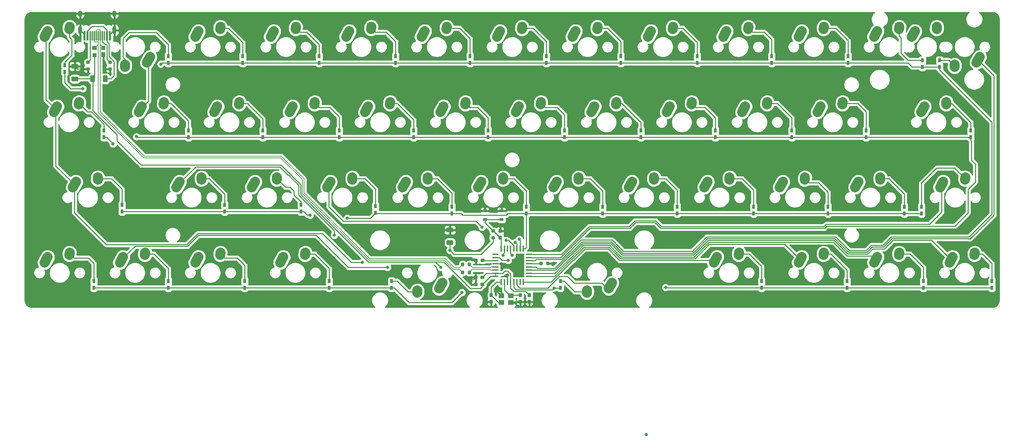
<source format=gtl>
G04 #@! TF.GenerationSoftware,KiCad,Pcbnew,(5.1.4-0-10_14)*
G04 #@! TF.CreationDate,2019-09-12T12:47:28+02:00*
G04 #@! TF.ProjectId,minivan-clone,6d696e69-7661-46e2-9d63-6c6f6e652e6b,rev?*
G04 #@! TF.SameCoordinates,Original*
G04 #@! TF.FileFunction,Copper,L1,Top*
G04 #@! TF.FilePolarity,Positive*
%FSLAX46Y46*%
G04 Gerber Fmt 4.6, Leading zero omitted, Abs format (unit mm)*
G04 Created by KiCad (PCBNEW (5.1.4-0-10_14)) date 2019-09-12 12:47:28*
%MOMM*%
%LPD*%
G04 APERTURE LIST*
%ADD10C,2.500000*%
%ADD11C,2.500000*%
%ADD12C,0.100000*%
%ADD13C,0.800000*%
%ADD14R,1.000000X1.000000*%
%ADD15R,1.200000X1.000000*%
%ADD16R,1.000000X1.200000*%
%ADD17R,1.100000X0.700000*%
%ADD18R,1.400000X1.200000*%
%ADD19C,1.200000*%
%ADD20O,1.000000X1.600000*%
%ADD21O,1.000000X2.100000*%
%ADD22R,0.300000X2.450000*%
%ADD23R,0.600000X2.450000*%
%ADD24R,0.800000X1.000000*%
%ADD25R,0.450000X1.500000*%
%ADD26R,1.500000X0.450000*%
%ADD27C,0.250000*%
%ADD28C,0.200000*%
%ADD29C,0.254000*%
G04 APERTURE END LIST*
D10*
X203957500Y-171310000D03*
D11*
X203977224Y-171020672D02*
X203937776Y-171599328D01*
D10*
X198032500Y-172830000D03*
D11*
X198437953Y-172100046D02*
X197627047Y-173559954D01*
D10*
X242057500Y-171310000D03*
D11*
X242077224Y-171020672D02*
X242037776Y-171599328D01*
D10*
X236132500Y-172830000D03*
D11*
X236537953Y-172100046D02*
X235727047Y-173559954D01*
D10*
X358738750Y-171310000D03*
D11*
X358758474Y-171020672D02*
X358719026Y-171599328D01*
D10*
X352813750Y-172830000D03*
D11*
X353219203Y-172100046D02*
X352408297Y-173559954D01*
D10*
X353976250Y-152260000D03*
D11*
X353995974Y-151970672D02*
X353956526Y-152549328D01*
D10*
X348051250Y-153780000D03*
D11*
X348456703Y-153050046D02*
X347645797Y-154509954D01*
D12*
G36*
X235469603Y-191600963D02*
G01*
X235489018Y-191603843D01*
X235508057Y-191608612D01*
X235526537Y-191615224D01*
X235544279Y-191623616D01*
X235561114Y-191633706D01*
X235576879Y-191645398D01*
X235591421Y-191658579D01*
X235604602Y-191673121D01*
X235616294Y-191688886D01*
X235626384Y-191705721D01*
X235634776Y-191723463D01*
X235641388Y-191741943D01*
X235646157Y-191760982D01*
X235649037Y-191780397D01*
X235650000Y-191800000D01*
X235650000Y-192200000D01*
X235649037Y-192219603D01*
X235646157Y-192239018D01*
X235641388Y-192258057D01*
X235634776Y-192276537D01*
X235626384Y-192294279D01*
X235616294Y-192311114D01*
X235604602Y-192326879D01*
X235591421Y-192341421D01*
X235576879Y-192354602D01*
X235561114Y-192366294D01*
X235544279Y-192376384D01*
X235526537Y-192384776D01*
X235508057Y-192391388D01*
X235489018Y-192396157D01*
X235469603Y-192399037D01*
X235450000Y-192400000D01*
X234850000Y-192400000D01*
X234830397Y-192399037D01*
X234810982Y-192396157D01*
X234791943Y-192391388D01*
X234773463Y-192384776D01*
X234755721Y-192376384D01*
X234738886Y-192366294D01*
X234723121Y-192354602D01*
X234708579Y-192341421D01*
X234695398Y-192326879D01*
X234683706Y-192311114D01*
X234673616Y-192294279D01*
X234665224Y-192276537D01*
X234658612Y-192258057D01*
X234653843Y-192239018D01*
X234650963Y-192219603D01*
X234650000Y-192200000D01*
X234650000Y-191800000D01*
X234650963Y-191780397D01*
X234653843Y-191760982D01*
X234658612Y-191741943D01*
X234665224Y-191723463D01*
X234673616Y-191705721D01*
X234683706Y-191688886D01*
X234695398Y-191673121D01*
X234708579Y-191658579D01*
X234723121Y-191645398D01*
X234738886Y-191633706D01*
X234755721Y-191623616D01*
X234773463Y-191615224D01*
X234791943Y-191608612D01*
X234810982Y-191603843D01*
X234830397Y-191600963D01*
X234850000Y-191600000D01*
X235450000Y-191600000D01*
X235469603Y-191600963D01*
X235469603Y-191600963D01*
G37*
D13*
X235150000Y-192000000D03*
D12*
G36*
X237169603Y-191600963D02*
G01*
X237189018Y-191603843D01*
X237208057Y-191608612D01*
X237226537Y-191615224D01*
X237244279Y-191623616D01*
X237261114Y-191633706D01*
X237276879Y-191645398D01*
X237291421Y-191658579D01*
X237304602Y-191673121D01*
X237316294Y-191688886D01*
X237326384Y-191705721D01*
X237334776Y-191723463D01*
X237341388Y-191741943D01*
X237346157Y-191760982D01*
X237349037Y-191780397D01*
X237350000Y-191800000D01*
X237350000Y-192200000D01*
X237349037Y-192219603D01*
X237346157Y-192239018D01*
X237341388Y-192258057D01*
X237334776Y-192276537D01*
X237326384Y-192294279D01*
X237316294Y-192311114D01*
X237304602Y-192326879D01*
X237291421Y-192341421D01*
X237276879Y-192354602D01*
X237261114Y-192366294D01*
X237244279Y-192376384D01*
X237226537Y-192384776D01*
X237208057Y-192391388D01*
X237189018Y-192396157D01*
X237169603Y-192399037D01*
X237150000Y-192400000D01*
X236550000Y-192400000D01*
X236530397Y-192399037D01*
X236510982Y-192396157D01*
X236491943Y-192391388D01*
X236473463Y-192384776D01*
X236455721Y-192376384D01*
X236438886Y-192366294D01*
X236423121Y-192354602D01*
X236408579Y-192341421D01*
X236395398Y-192326879D01*
X236383706Y-192311114D01*
X236373616Y-192294279D01*
X236365224Y-192276537D01*
X236358612Y-192258057D01*
X236353843Y-192239018D01*
X236350963Y-192219603D01*
X236350000Y-192200000D01*
X236350000Y-191800000D01*
X236350963Y-191780397D01*
X236353843Y-191760982D01*
X236358612Y-191741943D01*
X236365224Y-191723463D01*
X236373616Y-191705721D01*
X236383706Y-191688886D01*
X236395398Y-191673121D01*
X236408579Y-191658579D01*
X236423121Y-191645398D01*
X236438886Y-191633706D01*
X236455721Y-191623616D01*
X236473463Y-191615224D01*
X236491943Y-191608612D01*
X236510982Y-191603843D01*
X236530397Y-191600963D01*
X236550000Y-191600000D01*
X237150000Y-191600000D01*
X237169603Y-191600963D01*
X237169603Y-191600963D01*
G37*
D13*
X236850000Y-192000000D03*
D14*
X138854000Y-140142000D03*
D15*
X138854000Y-138242000D03*
D14*
X141054000Y-138242000D03*
D16*
X141054000Y-139962000D03*
D10*
X351595000Y-133210000D03*
D11*
X351614724Y-132920672D02*
X351575276Y-133499328D01*
D10*
X345670000Y-134730000D03*
D11*
X346074816Y-133999693D02*
X345265184Y-135460307D01*
D10*
X301588750Y-190360000D03*
D11*
X301608474Y-190070672D02*
X301569026Y-190649328D01*
D10*
X295663750Y-191880000D03*
D11*
X296069203Y-191150046D02*
X295258297Y-192609954D01*
D10*
X263211250Y-199940000D03*
D11*
X263191526Y-200229328D02*
X263230974Y-199650672D01*
D10*
X269136250Y-198420000D03*
D11*
X268730797Y-199149954D02*
X269541703Y-197690046D01*
D10*
X220348750Y-199940000D03*
D11*
X220329026Y-200229328D02*
X220368474Y-199650672D01*
D10*
X226273750Y-198420000D03*
D11*
X225868297Y-199149954D02*
X226679203Y-197690046D01*
D10*
X192051250Y-190360000D03*
D11*
X192070974Y-190070672D02*
X192031526Y-190649328D01*
D10*
X186126250Y-191880000D03*
D11*
X186531703Y-191150046D02*
X185720797Y-192609954D01*
D10*
X342070000Y-190360000D03*
D11*
X342089724Y-190070672D02*
X342050276Y-190649328D01*
D10*
X336145000Y-191880000D03*
D11*
X336550453Y-191150046D02*
X335739547Y-192609954D01*
D10*
X312332500Y-172830000D03*
D11*
X312737953Y-172100046D02*
X311927047Y-173559954D01*
D10*
X318257500Y-171310000D03*
D11*
X318277224Y-171020672D02*
X318237776Y-171599328D01*
D10*
X139663750Y-171310000D03*
D11*
X139683474Y-171020672D02*
X139644026Y-171599328D01*
D10*
X133738750Y-172830000D03*
D11*
X134144203Y-172100046D02*
X133333297Y-173559954D01*
D10*
X342070000Y-133210000D03*
D11*
X342089724Y-132920672D02*
X342050276Y-133499328D01*
D10*
X336145000Y-134730000D03*
D11*
X336550453Y-134000046D02*
X335739547Y-135459954D01*
D10*
X134901250Y-152260000D03*
D11*
X134920974Y-151970672D02*
X134881526Y-152549328D01*
D10*
X128976250Y-153780000D03*
D11*
X129381703Y-153050046D02*
X128570797Y-154509954D01*
D10*
X355195000Y-191880000D03*
D11*
X355600453Y-191150046D02*
X354789547Y-192609954D01*
D10*
X361120000Y-190360000D03*
D11*
X361139724Y-190070672D02*
X361100276Y-190649328D01*
D10*
X323020000Y-190360000D03*
D11*
X323039724Y-190070672D02*
X323000276Y-190649328D01*
D10*
X317095000Y-191880000D03*
D11*
X317500453Y-191150046D02*
X316689547Y-192609954D01*
D10*
X170620000Y-190360000D03*
D11*
X170639724Y-190070672D02*
X170600276Y-190649328D01*
D10*
X164695000Y-191880000D03*
D11*
X165100453Y-191150046D02*
X164289547Y-192609954D01*
D10*
X151570000Y-190360000D03*
D11*
X151589724Y-190070672D02*
X151550276Y-190649328D01*
D10*
X145645000Y-191880000D03*
D11*
X146050453Y-191150046D02*
X145239547Y-192609954D01*
D10*
X132520000Y-190360000D03*
D11*
X132539724Y-190070672D02*
X132500276Y-190649328D01*
D10*
X126595000Y-191880000D03*
D11*
X127000453Y-191150046D02*
X126189547Y-192609954D01*
D10*
X331382500Y-172830000D03*
D11*
X331787953Y-172100046D02*
X330977047Y-173559954D01*
D10*
X337307500Y-171310000D03*
D11*
X337327224Y-171020672D02*
X337287776Y-171599328D01*
D10*
X299207500Y-171310000D03*
D11*
X299227224Y-171020672D02*
X299187776Y-171599328D01*
D10*
X293282500Y-172830000D03*
D11*
X293687953Y-172100046D02*
X292877047Y-173559954D01*
D10*
X280157500Y-171310000D03*
D11*
X280177224Y-171020672D02*
X280137776Y-171599328D01*
D10*
X274232500Y-172830000D03*
D11*
X274637953Y-172100046D02*
X273827047Y-173559954D01*
D10*
X261107500Y-171310000D03*
D11*
X261127224Y-171020672D02*
X261087776Y-171599328D01*
D10*
X255182500Y-172830000D03*
D11*
X255587953Y-172100046D02*
X254777047Y-173559954D01*
D10*
X223007500Y-171310000D03*
D11*
X223027224Y-171020672D02*
X222987776Y-171599328D01*
D10*
X217082500Y-172830000D03*
D11*
X217487953Y-172100046D02*
X216677047Y-173559954D01*
D10*
X184907500Y-171310000D03*
D11*
X184927224Y-171020672D02*
X184887776Y-171599328D01*
D10*
X178982500Y-172830000D03*
D11*
X179387953Y-172100046D02*
X178577047Y-173559954D01*
D10*
X165857500Y-171310000D03*
D11*
X165877224Y-171020672D02*
X165837776Y-171599328D01*
D10*
X159932500Y-172830000D03*
D11*
X160337953Y-172100046D02*
X159527047Y-173559954D01*
D10*
X321857500Y-153780000D03*
D11*
X322262953Y-153050046D02*
X321452047Y-154509954D01*
D10*
X327782500Y-152260000D03*
D11*
X327802224Y-151970672D02*
X327762776Y-152549328D01*
D10*
X302807500Y-153780000D03*
D11*
X303212953Y-153050046D02*
X302402047Y-154509954D01*
D10*
X308732500Y-152260000D03*
D11*
X308752224Y-151970672D02*
X308712776Y-152549328D01*
D10*
X283757500Y-153780000D03*
D11*
X284162953Y-153050046D02*
X283352047Y-154509954D01*
D10*
X289682500Y-152260000D03*
D11*
X289702224Y-151970672D02*
X289662776Y-152549328D01*
D10*
X270632500Y-152260000D03*
D11*
X270652224Y-151970672D02*
X270612776Y-152549328D01*
D10*
X264707500Y-153780000D03*
D11*
X265112953Y-153050046D02*
X264302047Y-154509954D01*
D10*
X245657500Y-153780000D03*
D11*
X246062953Y-153050046D02*
X245252047Y-154509954D01*
D10*
X251582500Y-152260000D03*
D11*
X251602224Y-151970672D02*
X251562776Y-152549328D01*
D10*
X226607500Y-153780000D03*
D11*
X227012953Y-153050046D02*
X226202047Y-154509954D01*
D10*
X232532500Y-152260000D03*
D11*
X232552224Y-151970672D02*
X232512776Y-152549328D01*
D10*
X207557500Y-153780000D03*
D11*
X207962953Y-153050046D02*
X207152047Y-154509954D01*
D10*
X213482500Y-152260000D03*
D11*
X213502224Y-151970672D02*
X213462776Y-152549328D01*
D10*
X194432500Y-152260000D03*
D11*
X194452224Y-151970672D02*
X194412776Y-152549328D01*
D10*
X188507500Y-153780000D03*
D11*
X188912953Y-153050046D02*
X188102047Y-154509954D01*
D10*
X169457500Y-153780000D03*
D11*
X169862953Y-153050046D02*
X169052047Y-154509954D01*
D10*
X175382500Y-152260000D03*
D11*
X175402224Y-151970672D02*
X175362776Y-152549328D01*
D10*
X150407500Y-153780000D03*
D11*
X150812953Y-153050046D02*
X150002047Y-154509954D01*
D10*
X156332500Y-152260000D03*
D11*
X156352224Y-151970672D02*
X156312776Y-152549328D01*
D10*
X362005000Y-141270000D03*
D11*
X361599547Y-141999954D02*
X362410453Y-140540046D01*
D10*
X356080000Y-142790000D03*
D11*
X356060276Y-143079328D02*
X356099724Y-142500672D01*
D10*
X317095000Y-134730000D03*
D11*
X317500453Y-134000046D02*
X316689547Y-135459954D01*
D10*
X323020000Y-133210000D03*
D11*
X323039724Y-132920672D02*
X323000276Y-133499328D01*
D10*
X298045000Y-134730000D03*
D11*
X298450453Y-134000046D02*
X297639547Y-135459954D01*
D10*
X303970000Y-133210000D03*
D11*
X303989724Y-132920672D02*
X303950276Y-133499328D01*
D10*
X278995000Y-134730000D03*
D11*
X279400453Y-134000046D02*
X278589547Y-135459954D01*
D10*
X284920000Y-133210000D03*
D11*
X284939724Y-132920672D02*
X284900276Y-133499328D01*
D10*
X259945000Y-134730000D03*
D11*
X260350453Y-134000046D02*
X259539547Y-135459954D01*
D10*
X265870000Y-133210000D03*
D11*
X265889724Y-132920672D02*
X265850276Y-133499328D01*
D10*
X240895000Y-134730000D03*
D11*
X241300453Y-134000046D02*
X240489547Y-135459954D01*
D10*
X246820000Y-133210000D03*
D11*
X246839724Y-132920672D02*
X246800276Y-133499328D01*
D10*
X221845000Y-134730000D03*
D11*
X222250453Y-134000046D02*
X221439547Y-135459954D01*
D10*
X227770000Y-133210000D03*
D11*
X227789724Y-132920672D02*
X227750276Y-133499328D01*
D10*
X202795000Y-134730000D03*
D11*
X203200453Y-134000046D02*
X202389547Y-135459954D01*
D10*
X208720000Y-133210000D03*
D11*
X208739724Y-132920672D02*
X208700276Y-133499328D01*
D10*
X183745000Y-134730000D03*
D11*
X184150453Y-134000046D02*
X183339547Y-135459954D01*
D10*
X189670000Y-133210000D03*
D11*
X189689724Y-132920672D02*
X189650276Y-133499328D01*
D10*
X164695000Y-134730000D03*
D11*
X165100453Y-134000046D02*
X164289547Y-135459954D01*
D10*
X170620000Y-133210000D03*
D11*
X170639724Y-132920672D02*
X170600276Y-133499328D01*
D10*
X146530000Y-142790000D03*
D11*
X146510276Y-143079328D02*
X146549724Y-142500672D01*
D10*
X152455000Y-141270000D03*
D11*
X152049547Y-141999954D02*
X152860453Y-140540046D01*
D10*
X126595000Y-134730000D03*
D11*
X127000453Y-134000046D02*
X126189547Y-135459954D01*
D10*
X132520000Y-133210000D03*
D11*
X132539724Y-132920672D02*
X132500276Y-133499328D01*
D17*
X237437500Y-181694000D03*
X241637500Y-181694000D03*
X241637500Y-179494000D03*
X237437500Y-179494000D03*
D18*
X243987868Y-202701503D03*
X241587868Y-202701503D03*
X243987868Y-201001503D03*
X241587868Y-201001503D03*
D12*
G36*
X237135603Y-197720963D02*
G01*
X237155018Y-197723843D01*
X237174057Y-197728612D01*
X237192537Y-197735224D01*
X237210279Y-197743616D01*
X237227114Y-197753706D01*
X237242879Y-197765398D01*
X237257421Y-197778579D01*
X237270602Y-197793121D01*
X237282294Y-197808886D01*
X237292384Y-197825721D01*
X237300776Y-197843463D01*
X237307388Y-197861943D01*
X237312157Y-197880982D01*
X237315037Y-197900397D01*
X237316000Y-197920000D01*
X237316000Y-198320000D01*
X237315037Y-198339603D01*
X237312157Y-198359018D01*
X237307388Y-198378057D01*
X237300776Y-198396537D01*
X237292384Y-198414279D01*
X237282294Y-198431114D01*
X237270602Y-198446879D01*
X237257421Y-198461421D01*
X237242879Y-198474602D01*
X237227114Y-198486294D01*
X237210279Y-198496384D01*
X237192537Y-198504776D01*
X237174057Y-198511388D01*
X237155018Y-198516157D01*
X237135603Y-198519037D01*
X237116000Y-198520000D01*
X236516000Y-198520000D01*
X236496397Y-198519037D01*
X236476982Y-198516157D01*
X236457943Y-198511388D01*
X236439463Y-198504776D01*
X236421721Y-198496384D01*
X236404886Y-198486294D01*
X236389121Y-198474602D01*
X236374579Y-198461421D01*
X236361398Y-198446879D01*
X236349706Y-198431114D01*
X236339616Y-198414279D01*
X236331224Y-198396537D01*
X236324612Y-198378057D01*
X236319843Y-198359018D01*
X236316963Y-198339603D01*
X236316000Y-198320000D01*
X236316000Y-197920000D01*
X236316963Y-197900397D01*
X236319843Y-197880982D01*
X236324612Y-197861943D01*
X236331224Y-197843463D01*
X236339616Y-197825721D01*
X236349706Y-197808886D01*
X236361398Y-197793121D01*
X236374579Y-197778579D01*
X236389121Y-197765398D01*
X236404886Y-197753706D01*
X236421721Y-197743616D01*
X236439463Y-197735224D01*
X236457943Y-197728612D01*
X236476982Y-197723843D01*
X236496397Y-197720963D01*
X236516000Y-197720000D01*
X237116000Y-197720000D01*
X237135603Y-197720963D01*
X237135603Y-197720963D01*
G37*
D13*
X236816000Y-198120000D03*
D12*
G36*
X235435603Y-197720963D02*
G01*
X235455018Y-197723843D01*
X235474057Y-197728612D01*
X235492537Y-197735224D01*
X235510279Y-197743616D01*
X235527114Y-197753706D01*
X235542879Y-197765398D01*
X235557421Y-197778579D01*
X235570602Y-197793121D01*
X235582294Y-197808886D01*
X235592384Y-197825721D01*
X235600776Y-197843463D01*
X235607388Y-197861943D01*
X235612157Y-197880982D01*
X235615037Y-197900397D01*
X235616000Y-197920000D01*
X235616000Y-198320000D01*
X235615037Y-198339603D01*
X235612157Y-198359018D01*
X235607388Y-198378057D01*
X235600776Y-198396537D01*
X235592384Y-198414279D01*
X235582294Y-198431114D01*
X235570602Y-198446879D01*
X235557421Y-198461421D01*
X235542879Y-198474602D01*
X235527114Y-198486294D01*
X235510279Y-198496384D01*
X235492537Y-198504776D01*
X235474057Y-198511388D01*
X235455018Y-198516157D01*
X235435603Y-198519037D01*
X235416000Y-198520000D01*
X234816000Y-198520000D01*
X234796397Y-198519037D01*
X234776982Y-198516157D01*
X234757943Y-198511388D01*
X234739463Y-198504776D01*
X234721721Y-198496384D01*
X234704886Y-198486294D01*
X234689121Y-198474602D01*
X234674579Y-198461421D01*
X234661398Y-198446879D01*
X234649706Y-198431114D01*
X234639616Y-198414279D01*
X234631224Y-198396537D01*
X234624612Y-198378057D01*
X234619843Y-198359018D01*
X234616963Y-198339603D01*
X234616000Y-198320000D01*
X234616000Y-197920000D01*
X234616963Y-197900397D01*
X234619843Y-197880982D01*
X234624612Y-197861943D01*
X234631224Y-197843463D01*
X234639616Y-197825721D01*
X234649706Y-197808886D01*
X234661398Y-197793121D01*
X234674579Y-197778579D01*
X234689121Y-197765398D01*
X234704886Y-197753706D01*
X234721721Y-197743616D01*
X234739463Y-197735224D01*
X234757943Y-197728612D01*
X234776982Y-197723843D01*
X234796397Y-197720963D01*
X234816000Y-197720000D01*
X235416000Y-197720000D01*
X235435603Y-197720963D01*
X235435603Y-197720963D01*
G37*
D13*
X235116000Y-198120000D03*
D12*
G36*
X235435603Y-195910963D02*
G01*
X235455018Y-195913843D01*
X235474057Y-195918612D01*
X235492537Y-195925224D01*
X235510279Y-195933616D01*
X235527114Y-195943706D01*
X235542879Y-195955398D01*
X235557421Y-195968579D01*
X235570602Y-195983121D01*
X235582294Y-195998886D01*
X235592384Y-196015721D01*
X235600776Y-196033463D01*
X235607388Y-196051943D01*
X235612157Y-196070982D01*
X235615037Y-196090397D01*
X235616000Y-196110000D01*
X235616000Y-196510000D01*
X235615037Y-196529603D01*
X235612157Y-196549018D01*
X235607388Y-196568057D01*
X235600776Y-196586537D01*
X235592384Y-196604279D01*
X235582294Y-196621114D01*
X235570602Y-196636879D01*
X235557421Y-196651421D01*
X235542879Y-196664602D01*
X235527114Y-196676294D01*
X235510279Y-196686384D01*
X235492537Y-196694776D01*
X235474057Y-196701388D01*
X235455018Y-196706157D01*
X235435603Y-196709037D01*
X235416000Y-196710000D01*
X234816000Y-196710000D01*
X234796397Y-196709037D01*
X234776982Y-196706157D01*
X234757943Y-196701388D01*
X234739463Y-196694776D01*
X234721721Y-196686384D01*
X234704886Y-196676294D01*
X234689121Y-196664602D01*
X234674579Y-196651421D01*
X234661398Y-196636879D01*
X234649706Y-196621114D01*
X234639616Y-196604279D01*
X234631224Y-196586537D01*
X234624612Y-196568057D01*
X234619843Y-196549018D01*
X234616963Y-196529603D01*
X234616000Y-196510000D01*
X234616000Y-196110000D01*
X234616963Y-196090397D01*
X234619843Y-196070982D01*
X234624612Y-196051943D01*
X234631224Y-196033463D01*
X234639616Y-196015721D01*
X234649706Y-195998886D01*
X234661398Y-195983121D01*
X234674579Y-195968579D01*
X234689121Y-195955398D01*
X234704886Y-195943706D01*
X234721721Y-195933616D01*
X234739463Y-195925224D01*
X234757943Y-195918612D01*
X234776982Y-195913843D01*
X234796397Y-195910963D01*
X234816000Y-195910000D01*
X235416000Y-195910000D01*
X235435603Y-195910963D01*
X235435603Y-195910963D01*
G37*
D13*
X235116000Y-196310000D03*
D12*
G36*
X237135603Y-195910963D02*
G01*
X237155018Y-195913843D01*
X237174057Y-195918612D01*
X237192537Y-195925224D01*
X237210279Y-195933616D01*
X237227114Y-195943706D01*
X237242879Y-195955398D01*
X237257421Y-195968579D01*
X237270602Y-195983121D01*
X237282294Y-195998886D01*
X237292384Y-196015721D01*
X237300776Y-196033463D01*
X237307388Y-196051943D01*
X237312157Y-196070982D01*
X237315037Y-196090397D01*
X237316000Y-196110000D01*
X237316000Y-196510000D01*
X237315037Y-196529603D01*
X237312157Y-196549018D01*
X237307388Y-196568057D01*
X237300776Y-196586537D01*
X237292384Y-196604279D01*
X237282294Y-196621114D01*
X237270602Y-196636879D01*
X237257421Y-196651421D01*
X237242879Y-196664602D01*
X237227114Y-196676294D01*
X237210279Y-196686384D01*
X237192537Y-196694776D01*
X237174057Y-196701388D01*
X237155018Y-196706157D01*
X237135603Y-196709037D01*
X237116000Y-196710000D01*
X236516000Y-196710000D01*
X236496397Y-196709037D01*
X236476982Y-196706157D01*
X236457943Y-196701388D01*
X236439463Y-196694776D01*
X236421721Y-196686384D01*
X236404886Y-196676294D01*
X236389121Y-196664602D01*
X236374579Y-196651421D01*
X236361398Y-196636879D01*
X236349706Y-196621114D01*
X236339616Y-196604279D01*
X236331224Y-196586537D01*
X236324612Y-196568057D01*
X236319843Y-196549018D01*
X236316963Y-196529603D01*
X236316000Y-196510000D01*
X236316000Y-196110000D01*
X236316963Y-196090397D01*
X236319843Y-196070982D01*
X236324612Y-196051943D01*
X236331224Y-196033463D01*
X236339616Y-196015721D01*
X236349706Y-195998886D01*
X236361398Y-195983121D01*
X236374579Y-195968579D01*
X236389121Y-195955398D01*
X236404886Y-195943706D01*
X236421721Y-195933616D01*
X236439463Y-195925224D01*
X236457943Y-195918612D01*
X236476982Y-195913843D01*
X236496397Y-195910963D01*
X236516000Y-195910000D01*
X237116000Y-195910000D01*
X237135603Y-195910963D01*
X237135603Y-195910963D01*
G37*
D13*
X236816000Y-196310000D03*
D12*
G36*
X248885603Y-202026963D02*
G01*
X248905018Y-202029843D01*
X248924057Y-202034612D01*
X248942537Y-202041224D01*
X248960279Y-202049616D01*
X248977114Y-202059706D01*
X248992879Y-202071398D01*
X249007421Y-202084579D01*
X249020602Y-202099121D01*
X249032294Y-202114886D01*
X249042384Y-202131721D01*
X249050776Y-202149463D01*
X249057388Y-202167943D01*
X249062157Y-202186982D01*
X249065037Y-202206397D01*
X249066000Y-202226000D01*
X249066000Y-202826000D01*
X249065037Y-202845603D01*
X249062157Y-202865018D01*
X249057388Y-202884057D01*
X249050776Y-202902537D01*
X249042384Y-202920279D01*
X249032294Y-202937114D01*
X249020602Y-202952879D01*
X249007421Y-202967421D01*
X248992879Y-202980602D01*
X248977114Y-202992294D01*
X248960279Y-203002384D01*
X248942537Y-203010776D01*
X248924057Y-203017388D01*
X248905018Y-203022157D01*
X248885603Y-203025037D01*
X248866000Y-203026000D01*
X248466000Y-203026000D01*
X248446397Y-203025037D01*
X248426982Y-203022157D01*
X248407943Y-203017388D01*
X248389463Y-203010776D01*
X248371721Y-203002384D01*
X248354886Y-202992294D01*
X248339121Y-202980602D01*
X248324579Y-202967421D01*
X248311398Y-202952879D01*
X248299706Y-202937114D01*
X248289616Y-202920279D01*
X248281224Y-202902537D01*
X248274612Y-202884057D01*
X248269843Y-202865018D01*
X248266963Y-202845603D01*
X248266000Y-202826000D01*
X248266000Y-202226000D01*
X248266963Y-202206397D01*
X248269843Y-202186982D01*
X248274612Y-202167943D01*
X248281224Y-202149463D01*
X248289616Y-202131721D01*
X248299706Y-202114886D01*
X248311398Y-202099121D01*
X248324579Y-202084579D01*
X248339121Y-202071398D01*
X248354886Y-202059706D01*
X248371721Y-202049616D01*
X248389463Y-202041224D01*
X248407943Y-202034612D01*
X248426982Y-202029843D01*
X248446397Y-202026963D01*
X248466000Y-202026000D01*
X248866000Y-202026000D01*
X248885603Y-202026963D01*
X248885603Y-202026963D01*
G37*
D13*
X248666000Y-202526000D03*
D12*
G36*
X248885603Y-200326963D02*
G01*
X248905018Y-200329843D01*
X248924057Y-200334612D01*
X248942537Y-200341224D01*
X248960279Y-200349616D01*
X248977114Y-200359706D01*
X248992879Y-200371398D01*
X249007421Y-200384579D01*
X249020602Y-200399121D01*
X249032294Y-200414886D01*
X249042384Y-200431721D01*
X249050776Y-200449463D01*
X249057388Y-200467943D01*
X249062157Y-200486982D01*
X249065037Y-200506397D01*
X249066000Y-200526000D01*
X249066000Y-201126000D01*
X249065037Y-201145603D01*
X249062157Y-201165018D01*
X249057388Y-201184057D01*
X249050776Y-201202537D01*
X249042384Y-201220279D01*
X249032294Y-201237114D01*
X249020602Y-201252879D01*
X249007421Y-201267421D01*
X248992879Y-201280602D01*
X248977114Y-201292294D01*
X248960279Y-201302384D01*
X248942537Y-201310776D01*
X248924057Y-201317388D01*
X248905018Y-201322157D01*
X248885603Y-201325037D01*
X248866000Y-201326000D01*
X248466000Y-201326000D01*
X248446397Y-201325037D01*
X248426982Y-201322157D01*
X248407943Y-201317388D01*
X248389463Y-201310776D01*
X248371721Y-201302384D01*
X248354886Y-201292294D01*
X248339121Y-201280602D01*
X248324579Y-201267421D01*
X248311398Y-201252879D01*
X248299706Y-201237114D01*
X248289616Y-201220279D01*
X248281224Y-201202537D01*
X248274612Y-201184057D01*
X248269843Y-201165018D01*
X248266963Y-201145603D01*
X248266000Y-201126000D01*
X248266000Y-200526000D01*
X248266963Y-200506397D01*
X248269843Y-200486982D01*
X248274612Y-200467943D01*
X248281224Y-200449463D01*
X248289616Y-200431721D01*
X248299706Y-200414886D01*
X248311398Y-200399121D01*
X248324579Y-200384579D01*
X248339121Y-200371398D01*
X248354886Y-200359706D01*
X248371721Y-200349616D01*
X248389463Y-200341224D01*
X248407943Y-200334612D01*
X248426982Y-200329843D01*
X248446397Y-200326963D01*
X248466000Y-200326000D01*
X248866000Y-200326000D01*
X248885603Y-200326963D01*
X248885603Y-200326963D01*
G37*
D13*
X248666000Y-200826000D03*
D12*
G36*
X229179405Y-183729445D02*
G01*
X229208527Y-183733764D01*
X229237085Y-183740918D01*
X229264805Y-183750836D01*
X229291419Y-183763424D01*
X229316671Y-183778559D01*
X229340318Y-183796097D01*
X229362132Y-183815868D01*
X229381903Y-183837682D01*
X229399441Y-183861329D01*
X229414576Y-183886581D01*
X229427164Y-183913195D01*
X229437082Y-183940915D01*
X229444236Y-183969473D01*
X229448555Y-183998595D01*
X229450000Y-184028000D01*
X229450000Y-184628000D01*
X229448555Y-184657405D01*
X229444236Y-184686527D01*
X229437082Y-184715085D01*
X229427164Y-184742805D01*
X229414576Y-184769419D01*
X229399441Y-184794671D01*
X229381903Y-184818318D01*
X229362132Y-184840132D01*
X229340318Y-184859903D01*
X229316671Y-184877441D01*
X229291419Y-184892576D01*
X229264805Y-184905164D01*
X229237085Y-184915082D01*
X229208527Y-184922236D01*
X229179405Y-184926555D01*
X229150000Y-184928000D01*
X228050000Y-184928000D01*
X228020595Y-184926555D01*
X227991473Y-184922236D01*
X227962915Y-184915082D01*
X227935195Y-184905164D01*
X227908581Y-184892576D01*
X227883329Y-184877441D01*
X227859682Y-184859903D01*
X227837868Y-184840132D01*
X227818097Y-184818318D01*
X227800559Y-184794671D01*
X227785424Y-184769419D01*
X227772836Y-184742805D01*
X227762918Y-184715085D01*
X227755764Y-184686527D01*
X227751445Y-184657405D01*
X227750000Y-184628000D01*
X227750000Y-184028000D01*
X227751445Y-183998595D01*
X227755764Y-183969473D01*
X227762918Y-183940915D01*
X227772836Y-183913195D01*
X227785424Y-183886581D01*
X227800559Y-183861329D01*
X227818097Y-183837682D01*
X227837868Y-183815868D01*
X227859682Y-183796097D01*
X227883329Y-183778559D01*
X227908581Y-183763424D01*
X227935195Y-183750836D01*
X227962915Y-183740918D01*
X227991473Y-183733764D01*
X228020595Y-183729445D01*
X228050000Y-183728000D01*
X229150000Y-183728000D01*
X229179405Y-183729445D01*
X229179405Y-183729445D01*
G37*
D19*
X228600000Y-184328000D03*
D12*
G36*
X229179405Y-186929445D02*
G01*
X229208527Y-186933764D01*
X229237085Y-186940918D01*
X229264805Y-186950836D01*
X229291419Y-186963424D01*
X229316671Y-186978559D01*
X229340318Y-186996097D01*
X229362132Y-187015868D01*
X229381903Y-187037682D01*
X229399441Y-187061329D01*
X229414576Y-187086581D01*
X229427164Y-187113195D01*
X229437082Y-187140915D01*
X229444236Y-187169473D01*
X229448555Y-187198595D01*
X229450000Y-187228000D01*
X229450000Y-187828000D01*
X229448555Y-187857405D01*
X229444236Y-187886527D01*
X229437082Y-187915085D01*
X229427164Y-187942805D01*
X229414576Y-187969419D01*
X229399441Y-187994671D01*
X229381903Y-188018318D01*
X229362132Y-188040132D01*
X229340318Y-188059903D01*
X229316671Y-188077441D01*
X229291419Y-188092576D01*
X229264805Y-188105164D01*
X229237085Y-188115082D01*
X229208527Y-188122236D01*
X229179405Y-188126555D01*
X229150000Y-188128000D01*
X228050000Y-188128000D01*
X228020595Y-188126555D01*
X227991473Y-188122236D01*
X227962915Y-188115082D01*
X227935195Y-188105164D01*
X227908581Y-188092576D01*
X227883329Y-188077441D01*
X227859682Y-188059903D01*
X227837868Y-188040132D01*
X227818097Y-188018318D01*
X227800559Y-187994671D01*
X227785424Y-187969419D01*
X227772836Y-187942805D01*
X227762918Y-187915085D01*
X227755764Y-187886527D01*
X227751445Y-187857405D01*
X227750000Y-187828000D01*
X227750000Y-187228000D01*
X227751445Y-187198595D01*
X227755764Y-187169473D01*
X227762918Y-187140915D01*
X227772836Y-187113195D01*
X227785424Y-187086581D01*
X227800559Y-187061329D01*
X227818097Y-187037682D01*
X227837868Y-187015868D01*
X227859682Y-186996097D01*
X227883329Y-186978559D01*
X227908581Y-186963424D01*
X227935195Y-186950836D01*
X227962915Y-186940918D01*
X227991473Y-186933764D01*
X228020595Y-186929445D01*
X228050000Y-186928000D01*
X229150000Y-186928000D01*
X229179405Y-186929445D01*
X229179405Y-186929445D01*
G37*
D19*
X228600000Y-187528000D03*
D12*
G36*
X134437405Y-145527445D02*
G01*
X134466527Y-145531764D01*
X134495085Y-145538918D01*
X134522805Y-145548836D01*
X134549419Y-145561424D01*
X134574671Y-145576559D01*
X134598318Y-145594097D01*
X134620132Y-145613868D01*
X134639903Y-145635682D01*
X134657441Y-145659329D01*
X134672576Y-145684581D01*
X134685164Y-145711195D01*
X134695082Y-145738915D01*
X134702236Y-145767473D01*
X134706555Y-145796595D01*
X134708000Y-145826000D01*
X134708000Y-146426000D01*
X134706555Y-146455405D01*
X134702236Y-146484527D01*
X134695082Y-146513085D01*
X134685164Y-146540805D01*
X134672576Y-146567419D01*
X134657441Y-146592671D01*
X134639903Y-146616318D01*
X134620132Y-146638132D01*
X134598318Y-146657903D01*
X134574671Y-146675441D01*
X134549419Y-146690576D01*
X134522805Y-146703164D01*
X134495085Y-146713082D01*
X134466527Y-146720236D01*
X134437405Y-146724555D01*
X134408000Y-146726000D01*
X133308000Y-146726000D01*
X133278595Y-146724555D01*
X133249473Y-146720236D01*
X133220915Y-146713082D01*
X133193195Y-146703164D01*
X133166581Y-146690576D01*
X133141329Y-146675441D01*
X133117682Y-146657903D01*
X133095868Y-146638132D01*
X133076097Y-146616318D01*
X133058559Y-146592671D01*
X133043424Y-146567419D01*
X133030836Y-146540805D01*
X133020918Y-146513085D01*
X133013764Y-146484527D01*
X133009445Y-146455405D01*
X133008000Y-146426000D01*
X133008000Y-145826000D01*
X133009445Y-145796595D01*
X133013764Y-145767473D01*
X133020918Y-145738915D01*
X133030836Y-145711195D01*
X133043424Y-145684581D01*
X133058559Y-145659329D01*
X133076097Y-145635682D01*
X133095868Y-145613868D01*
X133117682Y-145594097D01*
X133141329Y-145576559D01*
X133166581Y-145561424D01*
X133193195Y-145548836D01*
X133220915Y-145538918D01*
X133249473Y-145531764D01*
X133278595Y-145527445D01*
X133308000Y-145526000D01*
X134408000Y-145526000D01*
X134437405Y-145527445D01*
X134437405Y-145527445D01*
G37*
D19*
X133858000Y-146126000D03*
D12*
G36*
X134437405Y-142327445D02*
G01*
X134466527Y-142331764D01*
X134495085Y-142338918D01*
X134522805Y-142348836D01*
X134549419Y-142361424D01*
X134574671Y-142376559D01*
X134598318Y-142394097D01*
X134620132Y-142413868D01*
X134639903Y-142435682D01*
X134657441Y-142459329D01*
X134672576Y-142484581D01*
X134685164Y-142511195D01*
X134695082Y-142538915D01*
X134702236Y-142567473D01*
X134706555Y-142596595D01*
X134708000Y-142626000D01*
X134708000Y-143226000D01*
X134706555Y-143255405D01*
X134702236Y-143284527D01*
X134695082Y-143313085D01*
X134685164Y-143340805D01*
X134672576Y-143367419D01*
X134657441Y-143392671D01*
X134639903Y-143416318D01*
X134620132Y-143438132D01*
X134598318Y-143457903D01*
X134574671Y-143475441D01*
X134549419Y-143490576D01*
X134522805Y-143503164D01*
X134495085Y-143513082D01*
X134466527Y-143520236D01*
X134437405Y-143524555D01*
X134408000Y-143526000D01*
X133308000Y-143526000D01*
X133278595Y-143524555D01*
X133249473Y-143520236D01*
X133220915Y-143513082D01*
X133193195Y-143503164D01*
X133166581Y-143490576D01*
X133141329Y-143475441D01*
X133117682Y-143457903D01*
X133095868Y-143438132D01*
X133076097Y-143416318D01*
X133058559Y-143392671D01*
X133043424Y-143367419D01*
X133030836Y-143340805D01*
X133020918Y-143313085D01*
X133013764Y-143284527D01*
X133009445Y-143255405D01*
X133008000Y-143226000D01*
X133008000Y-142626000D01*
X133009445Y-142596595D01*
X133013764Y-142567473D01*
X133020918Y-142538915D01*
X133030836Y-142511195D01*
X133043424Y-142484581D01*
X133058559Y-142459329D01*
X133076097Y-142435682D01*
X133095868Y-142413868D01*
X133117682Y-142394097D01*
X133141329Y-142376559D01*
X133166581Y-142361424D01*
X133193195Y-142348836D01*
X133220915Y-142338918D01*
X133249473Y-142331764D01*
X133278595Y-142327445D01*
X133308000Y-142326000D01*
X134408000Y-142326000D01*
X134437405Y-142327445D01*
X134437405Y-142327445D01*
G37*
D19*
X133858000Y-142926000D03*
D12*
G36*
X239233603Y-202026963D02*
G01*
X239253018Y-202029843D01*
X239272057Y-202034612D01*
X239290537Y-202041224D01*
X239308279Y-202049616D01*
X239325114Y-202059706D01*
X239340879Y-202071398D01*
X239355421Y-202084579D01*
X239368602Y-202099121D01*
X239380294Y-202114886D01*
X239390384Y-202131721D01*
X239398776Y-202149463D01*
X239405388Y-202167943D01*
X239410157Y-202186982D01*
X239413037Y-202206397D01*
X239414000Y-202226000D01*
X239414000Y-202826000D01*
X239413037Y-202845603D01*
X239410157Y-202865018D01*
X239405388Y-202884057D01*
X239398776Y-202902537D01*
X239390384Y-202920279D01*
X239380294Y-202937114D01*
X239368602Y-202952879D01*
X239355421Y-202967421D01*
X239340879Y-202980602D01*
X239325114Y-202992294D01*
X239308279Y-203002384D01*
X239290537Y-203010776D01*
X239272057Y-203017388D01*
X239253018Y-203022157D01*
X239233603Y-203025037D01*
X239214000Y-203026000D01*
X238814000Y-203026000D01*
X238794397Y-203025037D01*
X238774982Y-203022157D01*
X238755943Y-203017388D01*
X238737463Y-203010776D01*
X238719721Y-203002384D01*
X238702886Y-202992294D01*
X238687121Y-202980602D01*
X238672579Y-202967421D01*
X238659398Y-202952879D01*
X238647706Y-202937114D01*
X238637616Y-202920279D01*
X238629224Y-202902537D01*
X238622612Y-202884057D01*
X238617843Y-202865018D01*
X238614963Y-202845603D01*
X238614000Y-202826000D01*
X238614000Y-202226000D01*
X238614963Y-202206397D01*
X238617843Y-202186982D01*
X238622612Y-202167943D01*
X238629224Y-202149463D01*
X238637616Y-202131721D01*
X238647706Y-202114886D01*
X238659398Y-202099121D01*
X238672579Y-202084579D01*
X238687121Y-202071398D01*
X238702886Y-202059706D01*
X238719721Y-202049616D01*
X238737463Y-202041224D01*
X238755943Y-202034612D01*
X238774982Y-202029843D01*
X238794397Y-202026963D01*
X238814000Y-202026000D01*
X239214000Y-202026000D01*
X239233603Y-202026963D01*
X239233603Y-202026963D01*
G37*
D13*
X239014000Y-202526000D03*
D12*
G36*
X239233603Y-200326963D02*
G01*
X239253018Y-200329843D01*
X239272057Y-200334612D01*
X239290537Y-200341224D01*
X239308279Y-200349616D01*
X239325114Y-200359706D01*
X239340879Y-200371398D01*
X239355421Y-200384579D01*
X239368602Y-200399121D01*
X239380294Y-200414886D01*
X239390384Y-200431721D01*
X239398776Y-200449463D01*
X239405388Y-200467943D01*
X239410157Y-200486982D01*
X239413037Y-200506397D01*
X239414000Y-200526000D01*
X239414000Y-201126000D01*
X239413037Y-201145603D01*
X239410157Y-201165018D01*
X239405388Y-201184057D01*
X239398776Y-201202537D01*
X239390384Y-201220279D01*
X239380294Y-201237114D01*
X239368602Y-201252879D01*
X239355421Y-201267421D01*
X239340879Y-201280602D01*
X239325114Y-201292294D01*
X239308279Y-201302384D01*
X239290537Y-201310776D01*
X239272057Y-201317388D01*
X239253018Y-201322157D01*
X239233603Y-201325037D01*
X239214000Y-201326000D01*
X238814000Y-201326000D01*
X238794397Y-201325037D01*
X238774982Y-201322157D01*
X238755943Y-201317388D01*
X238737463Y-201310776D01*
X238719721Y-201302384D01*
X238702886Y-201292294D01*
X238687121Y-201280602D01*
X238672579Y-201267421D01*
X238659398Y-201252879D01*
X238647706Y-201237114D01*
X238637616Y-201220279D01*
X238629224Y-201202537D01*
X238622612Y-201184057D01*
X238617843Y-201165018D01*
X238614963Y-201145603D01*
X238614000Y-201126000D01*
X238614000Y-200526000D01*
X238614963Y-200506397D01*
X238617843Y-200486982D01*
X238622612Y-200467943D01*
X238629224Y-200449463D01*
X238637616Y-200431721D01*
X238647706Y-200414886D01*
X238659398Y-200399121D01*
X238672579Y-200384579D01*
X238687121Y-200371398D01*
X238702886Y-200359706D01*
X238719721Y-200349616D01*
X238737463Y-200341224D01*
X238755943Y-200334612D01*
X238774982Y-200329843D01*
X238794397Y-200326963D01*
X238814000Y-200326000D01*
X239214000Y-200326000D01*
X239233603Y-200326963D01*
X239233603Y-200326963D01*
G37*
D13*
X239014000Y-200826000D03*
D12*
G36*
X246599603Y-200326963D02*
G01*
X246619018Y-200329843D01*
X246638057Y-200334612D01*
X246656537Y-200341224D01*
X246674279Y-200349616D01*
X246691114Y-200359706D01*
X246706879Y-200371398D01*
X246721421Y-200384579D01*
X246734602Y-200399121D01*
X246746294Y-200414886D01*
X246756384Y-200431721D01*
X246764776Y-200449463D01*
X246771388Y-200467943D01*
X246776157Y-200486982D01*
X246779037Y-200506397D01*
X246780000Y-200526000D01*
X246780000Y-201126000D01*
X246779037Y-201145603D01*
X246776157Y-201165018D01*
X246771388Y-201184057D01*
X246764776Y-201202537D01*
X246756384Y-201220279D01*
X246746294Y-201237114D01*
X246734602Y-201252879D01*
X246721421Y-201267421D01*
X246706879Y-201280602D01*
X246691114Y-201292294D01*
X246674279Y-201302384D01*
X246656537Y-201310776D01*
X246638057Y-201317388D01*
X246619018Y-201322157D01*
X246599603Y-201325037D01*
X246580000Y-201326000D01*
X246180000Y-201326000D01*
X246160397Y-201325037D01*
X246140982Y-201322157D01*
X246121943Y-201317388D01*
X246103463Y-201310776D01*
X246085721Y-201302384D01*
X246068886Y-201292294D01*
X246053121Y-201280602D01*
X246038579Y-201267421D01*
X246025398Y-201252879D01*
X246013706Y-201237114D01*
X246003616Y-201220279D01*
X245995224Y-201202537D01*
X245988612Y-201184057D01*
X245983843Y-201165018D01*
X245980963Y-201145603D01*
X245980000Y-201126000D01*
X245980000Y-200526000D01*
X245980963Y-200506397D01*
X245983843Y-200486982D01*
X245988612Y-200467943D01*
X245995224Y-200449463D01*
X246003616Y-200431721D01*
X246013706Y-200414886D01*
X246025398Y-200399121D01*
X246038579Y-200384579D01*
X246053121Y-200371398D01*
X246068886Y-200359706D01*
X246085721Y-200349616D01*
X246103463Y-200341224D01*
X246121943Y-200334612D01*
X246140982Y-200329843D01*
X246160397Y-200326963D01*
X246180000Y-200326000D01*
X246580000Y-200326000D01*
X246599603Y-200326963D01*
X246599603Y-200326963D01*
G37*
D13*
X246380000Y-200826000D03*
D12*
G36*
X246599603Y-202026963D02*
G01*
X246619018Y-202029843D01*
X246638057Y-202034612D01*
X246656537Y-202041224D01*
X246674279Y-202049616D01*
X246691114Y-202059706D01*
X246706879Y-202071398D01*
X246721421Y-202084579D01*
X246734602Y-202099121D01*
X246746294Y-202114886D01*
X246756384Y-202131721D01*
X246764776Y-202149463D01*
X246771388Y-202167943D01*
X246776157Y-202186982D01*
X246779037Y-202206397D01*
X246780000Y-202226000D01*
X246780000Y-202826000D01*
X246779037Y-202845603D01*
X246776157Y-202865018D01*
X246771388Y-202884057D01*
X246764776Y-202902537D01*
X246756384Y-202920279D01*
X246746294Y-202937114D01*
X246734602Y-202952879D01*
X246721421Y-202967421D01*
X246706879Y-202980602D01*
X246691114Y-202992294D01*
X246674279Y-203002384D01*
X246656537Y-203010776D01*
X246638057Y-203017388D01*
X246619018Y-203022157D01*
X246599603Y-203025037D01*
X246580000Y-203026000D01*
X246180000Y-203026000D01*
X246160397Y-203025037D01*
X246140982Y-203022157D01*
X246121943Y-203017388D01*
X246103463Y-203010776D01*
X246085721Y-203002384D01*
X246068886Y-202992294D01*
X246053121Y-202980602D01*
X246038579Y-202967421D01*
X246025398Y-202952879D01*
X246013706Y-202937114D01*
X246003616Y-202920279D01*
X245995224Y-202902537D01*
X245988612Y-202884057D01*
X245983843Y-202865018D01*
X245980963Y-202845603D01*
X245980000Y-202826000D01*
X245980000Y-202226000D01*
X245980963Y-202206397D01*
X245983843Y-202186982D01*
X245988612Y-202167943D01*
X245995224Y-202149463D01*
X246003616Y-202131721D01*
X246013706Y-202114886D01*
X246025398Y-202099121D01*
X246038579Y-202084579D01*
X246053121Y-202071398D01*
X246068886Y-202059706D01*
X246085721Y-202049616D01*
X246103463Y-202041224D01*
X246121943Y-202034612D01*
X246140982Y-202029843D01*
X246160397Y-202026963D01*
X246180000Y-202026000D01*
X246580000Y-202026000D01*
X246599603Y-202026963D01*
X246599603Y-202026963D01*
G37*
D13*
X246380000Y-202526000D03*
D12*
G36*
X241519603Y-184070963D02*
G01*
X241539018Y-184073843D01*
X241558057Y-184078612D01*
X241576537Y-184085224D01*
X241594279Y-184093616D01*
X241611114Y-184103706D01*
X241626879Y-184115398D01*
X241641421Y-184128579D01*
X241654602Y-184143121D01*
X241666294Y-184158886D01*
X241676384Y-184175721D01*
X241684776Y-184193463D01*
X241691388Y-184211943D01*
X241696157Y-184230982D01*
X241699037Y-184250397D01*
X241700000Y-184270000D01*
X241700000Y-184870000D01*
X241699037Y-184889603D01*
X241696157Y-184909018D01*
X241691388Y-184928057D01*
X241684776Y-184946537D01*
X241676384Y-184964279D01*
X241666294Y-184981114D01*
X241654602Y-184996879D01*
X241641421Y-185011421D01*
X241626879Y-185024602D01*
X241611114Y-185036294D01*
X241594279Y-185046384D01*
X241576537Y-185054776D01*
X241558057Y-185061388D01*
X241539018Y-185066157D01*
X241519603Y-185069037D01*
X241500000Y-185070000D01*
X241100000Y-185070000D01*
X241080397Y-185069037D01*
X241060982Y-185066157D01*
X241041943Y-185061388D01*
X241023463Y-185054776D01*
X241005721Y-185046384D01*
X240988886Y-185036294D01*
X240973121Y-185024602D01*
X240958579Y-185011421D01*
X240945398Y-184996879D01*
X240933706Y-184981114D01*
X240923616Y-184964279D01*
X240915224Y-184946537D01*
X240908612Y-184928057D01*
X240903843Y-184909018D01*
X240900963Y-184889603D01*
X240900000Y-184870000D01*
X240900000Y-184270000D01*
X240900963Y-184250397D01*
X240903843Y-184230982D01*
X240908612Y-184211943D01*
X240915224Y-184193463D01*
X240923616Y-184175721D01*
X240933706Y-184158886D01*
X240945398Y-184143121D01*
X240958579Y-184128579D01*
X240973121Y-184115398D01*
X240988886Y-184103706D01*
X241005721Y-184093616D01*
X241023463Y-184085224D01*
X241041943Y-184078612D01*
X241060982Y-184073843D01*
X241080397Y-184070963D01*
X241100000Y-184070000D01*
X241500000Y-184070000D01*
X241519603Y-184070963D01*
X241519603Y-184070963D01*
G37*
D13*
X241300000Y-184570000D03*
D12*
G36*
X241519603Y-185770963D02*
G01*
X241539018Y-185773843D01*
X241558057Y-185778612D01*
X241576537Y-185785224D01*
X241594279Y-185793616D01*
X241611114Y-185803706D01*
X241626879Y-185815398D01*
X241641421Y-185828579D01*
X241654602Y-185843121D01*
X241666294Y-185858886D01*
X241676384Y-185875721D01*
X241684776Y-185893463D01*
X241691388Y-185911943D01*
X241696157Y-185930982D01*
X241699037Y-185950397D01*
X241700000Y-185970000D01*
X241700000Y-186570000D01*
X241699037Y-186589603D01*
X241696157Y-186609018D01*
X241691388Y-186628057D01*
X241684776Y-186646537D01*
X241676384Y-186664279D01*
X241666294Y-186681114D01*
X241654602Y-186696879D01*
X241641421Y-186711421D01*
X241626879Y-186724602D01*
X241611114Y-186736294D01*
X241594279Y-186746384D01*
X241576537Y-186754776D01*
X241558057Y-186761388D01*
X241539018Y-186766157D01*
X241519603Y-186769037D01*
X241500000Y-186770000D01*
X241100000Y-186770000D01*
X241080397Y-186769037D01*
X241060982Y-186766157D01*
X241041943Y-186761388D01*
X241023463Y-186754776D01*
X241005721Y-186746384D01*
X240988886Y-186736294D01*
X240973121Y-186724602D01*
X240958579Y-186711421D01*
X240945398Y-186696879D01*
X240933706Y-186681114D01*
X240923616Y-186664279D01*
X240915224Y-186646537D01*
X240908612Y-186628057D01*
X240903843Y-186609018D01*
X240900963Y-186589603D01*
X240900000Y-186570000D01*
X240900000Y-185970000D01*
X240900963Y-185950397D01*
X240903843Y-185930982D01*
X240908612Y-185911943D01*
X240915224Y-185893463D01*
X240923616Y-185875721D01*
X240933706Y-185858886D01*
X240945398Y-185843121D01*
X240958579Y-185828579D01*
X240973121Y-185815398D01*
X240988886Y-185803706D01*
X241005721Y-185793616D01*
X241023463Y-185785224D01*
X241041943Y-185778612D01*
X241060982Y-185773843D01*
X241080397Y-185770963D01*
X241100000Y-185770000D01*
X241500000Y-185770000D01*
X241519603Y-185770963D01*
X241519603Y-185770963D01*
G37*
D13*
X241300000Y-186270000D03*
D20*
X135205000Y-129600000D03*
X143845000Y-129600000D03*
D21*
X135205000Y-133780000D03*
X143845000Y-133780000D03*
D22*
X139775000Y-135195000D03*
X139275000Y-135195000D03*
X138775000Y-135195000D03*
X140275000Y-135195000D03*
X138275000Y-135195000D03*
X140775000Y-135195000D03*
X137775000Y-135195000D03*
X141275000Y-135195000D03*
D23*
X141975000Y-135195000D03*
X137075000Y-135195000D03*
X142750000Y-135195000D03*
X136300000Y-135195000D03*
D24*
X131318000Y-144360000D03*
X131318000Y-142660000D03*
X157480000Y-140374000D03*
X157480000Y-142074000D03*
X176276000Y-142074000D03*
X176276000Y-140374000D03*
X195580000Y-140374000D03*
X195580000Y-142074000D03*
X214884000Y-142074000D03*
X214884000Y-140374000D03*
X233680000Y-142074000D03*
X233680000Y-140374000D03*
X252984000Y-142074000D03*
X252984000Y-140374000D03*
X271780000Y-142074000D03*
X271780000Y-140374000D03*
X291084000Y-142074000D03*
X291084000Y-140374000D03*
X309880000Y-140374000D03*
X309880000Y-142074000D03*
X329184000Y-142074000D03*
X329184000Y-140374000D03*
X347980000Y-141390000D03*
X347980000Y-143090000D03*
X352298000Y-143090000D03*
X352298000Y-141390000D03*
X141224000Y-159170000D03*
X141224000Y-160870000D03*
X162560000Y-159170000D03*
X162560000Y-160870000D03*
X181356000Y-159170000D03*
X181356000Y-160870000D03*
X200660000Y-160870000D03*
X200660000Y-159170000D03*
X219456000Y-160870000D03*
X219456000Y-159170000D03*
X238252000Y-160870000D03*
X238252000Y-159170000D03*
X257556000Y-159170000D03*
X257556000Y-160870000D03*
X276860000Y-159170000D03*
X276860000Y-160870000D03*
X295656000Y-159170000D03*
X295656000Y-160870000D03*
X314960000Y-159170000D03*
X314960000Y-160870000D03*
X333756000Y-160870000D03*
X333756000Y-159170000D03*
X360172000Y-159170000D03*
X360172000Y-160870000D03*
X145796000Y-177966000D03*
X145796000Y-179666000D03*
X171704000Y-177966000D03*
X171704000Y-179666000D03*
X191008000Y-177966000D03*
X191008000Y-179666000D03*
X209804000Y-180008000D03*
X209804000Y-178308000D03*
X229108000Y-178474000D03*
X229108000Y-180174000D03*
X247904000Y-178474000D03*
X247904000Y-180174000D03*
X267208000Y-180174000D03*
X267208000Y-178474000D03*
X286004000Y-178474000D03*
X286004000Y-180174000D03*
X305308000Y-180174000D03*
X305308000Y-178474000D03*
X324104000Y-178474000D03*
X324104000Y-180174000D03*
X343408000Y-180174000D03*
X343408000Y-178474000D03*
X347726000Y-178474000D03*
X347726000Y-180174000D03*
X138684000Y-197270000D03*
X138684000Y-198970000D03*
X157480000Y-198970000D03*
X157480000Y-197270000D03*
X176784000Y-198970000D03*
X176784000Y-197270000D03*
X198120000Y-198970000D03*
X198120000Y-197270000D03*
X213868000Y-197270000D03*
X213868000Y-198970000D03*
X256540000Y-198970000D03*
X256540000Y-197270000D03*
X307340000Y-197270000D03*
X307340000Y-198970000D03*
X328930000Y-198970000D03*
X328930000Y-197270000D03*
X348234000Y-197270000D03*
X348234000Y-198970000D03*
X365506000Y-198970000D03*
X365506000Y-197270000D03*
D12*
G36*
X141883405Y-145201445D02*
G01*
X141912527Y-145205764D01*
X141941085Y-145212918D01*
X141968805Y-145222836D01*
X141995419Y-145235424D01*
X142020671Y-145250559D01*
X142044318Y-145268097D01*
X142066132Y-145287868D01*
X142085903Y-145309682D01*
X142103441Y-145333329D01*
X142118576Y-145358581D01*
X142131164Y-145385195D01*
X142141082Y-145412915D01*
X142148236Y-145441473D01*
X142152555Y-145470595D01*
X142154000Y-145500000D01*
X142154000Y-146600000D01*
X142152555Y-146629405D01*
X142148236Y-146658527D01*
X142141082Y-146687085D01*
X142131164Y-146714805D01*
X142118576Y-146741419D01*
X142103441Y-146766671D01*
X142085903Y-146790318D01*
X142066132Y-146812132D01*
X142044318Y-146831903D01*
X142020671Y-146849441D01*
X141995419Y-146864576D01*
X141968805Y-146877164D01*
X141941085Y-146887082D01*
X141912527Y-146894236D01*
X141883405Y-146898555D01*
X141854000Y-146900000D01*
X141254000Y-146900000D01*
X141224595Y-146898555D01*
X141195473Y-146894236D01*
X141166915Y-146887082D01*
X141139195Y-146877164D01*
X141112581Y-146864576D01*
X141087329Y-146849441D01*
X141063682Y-146831903D01*
X141041868Y-146812132D01*
X141022097Y-146790318D01*
X141004559Y-146766671D01*
X140989424Y-146741419D01*
X140976836Y-146714805D01*
X140966918Y-146687085D01*
X140959764Y-146658527D01*
X140955445Y-146629405D01*
X140954000Y-146600000D01*
X140954000Y-145500000D01*
X140955445Y-145470595D01*
X140959764Y-145441473D01*
X140966918Y-145412915D01*
X140976836Y-145385195D01*
X140989424Y-145358581D01*
X141004559Y-145333329D01*
X141022097Y-145309682D01*
X141041868Y-145287868D01*
X141063682Y-145268097D01*
X141087329Y-145250559D01*
X141112581Y-145235424D01*
X141139195Y-145222836D01*
X141166915Y-145212918D01*
X141195473Y-145205764D01*
X141224595Y-145201445D01*
X141254000Y-145200000D01*
X141854000Y-145200000D01*
X141883405Y-145201445D01*
X141883405Y-145201445D01*
G37*
D19*
X141554000Y-146050000D03*
D12*
G36*
X138683405Y-145201445D02*
G01*
X138712527Y-145205764D01*
X138741085Y-145212918D01*
X138768805Y-145222836D01*
X138795419Y-145235424D01*
X138820671Y-145250559D01*
X138844318Y-145268097D01*
X138866132Y-145287868D01*
X138885903Y-145309682D01*
X138903441Y-145333329D01*
X138918576Y-145358581D01*
X138931164Y-145385195D01*
X138941082Y-145412915D01*
X138948236Y-145441473D01*
X138952555Y-145470595D01*
X138954000Y-145500000D01*
X138954000Y-146600000D01*
X138952555Y-146629405D01*
X138948236Y-146658527D01*
X138941082Y-146687085D01*
X138931164Y-146714805D01*
X138918576Y-146741419D01*
X138903441Y-146766671D01*
X138885903Y-146790318D01*
X138866132Y-146812132D01*
X138844318Y-146831903D01*
X138820671Y-146849441D01*
X138795419Y-146864576D01*
X138768805Y-146877164D01*
X138741085Y-146887082D01*
X138712527Y-146894236D01*
X138683405Y-146898555D01*
X138654000Y-146900000D01*
X138054000Y-146900000D01*
X138024595Y-146898555D01*
X137995473Y-146894236D01*
X137966915Y-146887082D01*
X137939195Y-146877164D01*
X137912581Y-146864576D01*
X137887329Y-146849441D01*
X137863682Y-146831903D01*
X137841868Y-146812132D01*
X137822097Y-146790318D01*
X137804559Y-146766671D01*
X137789424Y-146741419D01*
X137776836Y-146714805D01*
X137766918Y-146687085D01*
X137759764Y-146658527D01*
X137755445Y-146629405D01*
X137754000Y-146600000D01*
X137754000Y-145500000D01*
X137755445Y-145470595D01*
X137759764Y-145441473D01*
X137766918Y-145412915D01*
X137776836Y-145385195D01*
X137789424Y-145358581D01*
X137804559Y-145333329D01*
X137822097Y-145309682D01*
X137841868Y-145287868D01*
X137863682Y-145268097D01*
X137887329Y-145250559D01*
X137912581Y-145235424D01*
X137939195Y-145222836D01*
X137966915Y-145212918D01*
X137995473Y-145205764D01*
X138024595Y-145201445D01*
X138054000Y-145200000D01*
X138654000Y-145200000D01*
X138683405Y-145201445D01*
X138683405Y-145201445D01*
G37*
D19*
X138354000Y-146050000D03*
D12*
G36*
X239791603Y-184170963D02*
G01*
X239811018Y-184173843D01*
X239830057Y-184178612D01*
X239848537Y-184185224D01*
X239866279Y-184193616D01*
X239883114Y-184203706D01*
X239898879Y-184215398D01*
X239913421Y-184228579D01*
X239926602Y-184243121D01*
X239938294Y-184258886D01*
X239948384Y-184275721D01*
X239956776Y-184293463D01*
X239963388Y-184311943D01*
X239968157Y-184330982D01*
X239971037Y-184350397D01*
X239972000Y-184370000D01*
X239972000Y-184770000D01*
X239971037Y-184789603D01*
X239968157Y-184809018D01*
X239963388Y-184828057D01*
X239956776Y-184846537D01*
X239948384Y-184864279D01*
X239938294Y-184881114D01*
X239926602Y-184896879D01*
X239913421Y-184911421D01*
X239898879Y-184924602D01*
X239883114Y-184936294D01*
X239866279Y-184946384D01*
X239848537Y-184954776D01*
X239830057Y-184961388D01*
X239811018Y-184966157D01*
X239791603Y-184969037D01*
X239772000Y-184970000D01*
X239272000Y-184970000D01*
X239252397Y-184969037D01*
X239232982Y-184966157D01*
X239213943Y-184961388D01*
X239195463Y-184954776D01*
X239177721Y-184946384D01*
X239160886Y-184936294D01*
X239145121Y-184924602D01*
X239130579Y-184911421D01*
X239117398Y-184896879D01*
X239105706Y-184881114D01*
X239095616Y-184864279D01*
X239087224Y-184846537D01*
X239080612Y-184828057D01*
X239075843Y-184809018D01*
X239072963Y-184789603D01*
X239072000Y-184770000D01*
X239072000Y-184370000D01*
X239072963Y-184350397D01*
X239075843Y-184330982D01*
X239080612Y-184311943D01*
X239087224Y-184293463D01*
X239095616Y-184275721D01*
X239105706Y-184258886D01*
X239117398Y-184243121D01*
X239130579Y-184228579D01*
X239145121Y-184215398D01*
X239160886Y-184203706D01*
X239177721Y-184193616D01*
X239195463Y-184185224D01*
X239213943Y-184178612D01*
X239232982Y-184173843D01*
X239252397Y-184170963D01*
X239272000Y-184170000D01*
X239772000Y-184170000D01*
X239791603Y-184170963D01*
X239791603Y-184170963D01*
G37*
D13*
X239522000Y-184570000D03*
D12*
G36*
X239791603Y-185870963D02*
G01*
X239811018Y-185873843D01*
X239830057Y-185878612D01*
X239848537Y-185885224D01*
X239866279Y-185893616D01*
X239883114Y-185903706D01*
X239898879Y-185915398D01*
X239913421Y-185928579D01*
X239926602Y-185943121D01*
X239938294Y-185958886D01*
X239948384Y-185975721D01*
X239956776Y-185993463D01*
X239963388Y-186011943D01*
X239968157Y-186030982D01*
X239971037Y-186050397D01*
X239972000Y-186070000D01*
X239972000Y-186470000D01*
X239971037Y-186489603D01*
X239968157Y-186509018D01*
X239963388Y-186528057D01*
X239956776Y-186546537D01*
X239948384Y-186564279D01*
X239938294Y-186581114D01*
X239926602Y-186596879D01*
X239913421Y-186611421D01*
X239898879Y-186624602D01*
X239883114Y-186636294D01*
X239866279Y-186646384D01*
X239848537Y-186654776D01*
X239830057Y-186661388D01*
X239811018Y-186666157D01*
X239791603Y-186669037D01*
X239772000Y-186670000D01*
X239272000Y-186670000D01*
X239252397Y-186669037D01*
X239232982Y-186666157D01*
X239213943Y-186661388D01*
X239195463Y-186654776D01*
X239177721Y-186646384D01*
X239160886Y-186636294D01*
X239145121Y-186624602D01*
X239130579Y-186611421D01*
X239117398Y-186596879D01*
X239105706Y-186581114D01*
X239095616Y-186564279D01*
X239087224Y-186546537D01*
X239080612Y-186528057D01*
X239075843Y-186509018D01*
X239072963Y-186489603D01*
X239072000Y-186470000D01*
X239072000Y-186070000D01*
X239072963Y-186050397D01*
X239075843Y-186030982D01*
X239080612Y-186011943D01*
X239087224Y-185993463D01*
X239095616Y-185975721D01*
X239105706Y-185958886D01*
X239117398Y-185943121D01*
X239130579Y-185928579D01*
X239145121Y-185915398D01*
X239160886Y-185903706D01*
X239177721Y-185893616D01*
X239195463Y-185885224D01*
X239213943Y-185878612D01*
X239232982Y-185873843D01*
X239252397Y-185870963D01*
X239272000Y-185870000D01*
X239772000Y-185870000D01*
X239791603Y-185870963D01*
X239791603Y-185870963D01*
G37*
D13*
X239522000Y-186270000D03*
D12*
G36*
X251845603Y-192336963D02*
G01*
X251865018Y-192339843D01*
X251884057Y-192344612D01*
X251902537Y-192351224D01*
X251920279Y-192359616D01*
X251937114Y-192369706D01*
X251952879Y-192381398D01*
X251967421Y-192394579D01*
X251980602Y-192409121D01*
X251992294Y-192424886D01*
X252002384Y-192441721D01*
X252010776Y-192459463D01*
X252017388Y-192477943D01*
X252022157Y-192496982D01*
X252025037Y-192516397D01*
X252026000Y-192536000D01*
X252026000Y-193036000D01*
X252025037Y-193055603D01*
X252022157Y-193075018D01*
X252017388Y-193094057D01*
X252010776Y-193112537D01*
X252002384Y-193130279D01*
X251992294Y-193147114D01*
X251980602Y-193162879D01*
X251967421Y-193177421D01*
X251952879Y-193190602D01*
X251937114Y-193202294D01*
X251920279Y-193212384D01*
X251902537Y-193220776D01*
X251884057Y-193227388D01*
X251865018Y-193232157D01*
X251845603Y-193235037D01*
X251826000Y-193236000D01*
X251426000Y-193236000D01*
X251406397Y-193235037D01*
X251386982Y-193232157D01*
X251367943Y-193227388D01*
X251349463Y-193220776D01*
X251331721Y-193212384D01*
X251314886Y-193202294D01*
X251299121Y-193190602D01*
X251284579Y-193177421D01*
X251271398Y-193162879D01*
X251259706Y-193147114D01*
X251249616Y-193130279D01*
X251241224Y-193112537D01*
X251234612Y-193094057D01*
X251229843Y-193075018D01*
X251226963Y-193055603D01*
X251226000Y-193036000D01*
X251226000Y-192536000D01*
X251226963Y-192516397D01*
X251229843Y-192496982D01*
X251234612Y-192477943D01*
X251241224Y-192459463D01*
X251249616Y-192441721D01*
X251259706Y-192424886D01*
X251271398Y-192409121D01*
X251284579Y-192394579D01*
X251299121Y-192381398D01*
X251314886Y-192369706D01*
X251331721Y-192359616D01*
X251349463Y-192351224D01*
X251367943Y-192344612D01*
X251386982Y-192339843D01*
X251406397Y-192336963D01*
X251426000Y-192336000D01*
X251826000Y-192336000D01*
X251845603Y-192336963D01*
X251845603Y-192336963D01*
G37*
D13*
X251626000Y-192786000D03*
D12*
G36*
X253545603Y-192336963D02*
G01*
X253565018Y-192339843D01*
X253584057Y-192344612D01*
X253602537Y-192351224D01*
X253620279Y-192359616D01*
X253637114Y-192369706D01*
X253652879Y-192381398D01*
X253667421Y-192394579D01*
X253680602Y-192409121D01*
X253692294Y-192424886D01*
X253702384Y-192441721D01*
X253710776Y-192459463D01*
X253717388Y-192477943D01*
X253722157Y-192496982D01*
X253725037Y-192516397D01*
X253726000Y-192536000D01*
X253726000Y-193036000D01*
X253725037Y-193055603D01*
X253722157Y-193075018D01*
X253717388Y-193094057D01*
X253710776Y-193112537D01*
X253702384Y-193130279D01*
X253692294Y-193147114D01*
X253680602Y-193162879D01*
X253667421Y-193177421D01*
X253652879Y-193190602D01*
X253637114Y-193202294D01*
X253620279Y-193212384D01*
X253602537Y-193220776D01*
X253584057Y-193227388D01*
X253565018Y-193232157D01*
X253545603Y-193235037D01*
X253526000Y-193236000D01*
X253126000Y-193236000D01*
X253106397Y-193235037D01*
X253086982Y-193232157D01*
X253067943Y-193227388D01*
X253049463Y-193220776D01*
X253031721Y-193212384D01*
X253014886Y-193202294D01*
X252999121Y-193190602D01*
X252984579Y-193177421D01*
X252971398Y-193162879D01*
X252959706Y-193147114D01*
X252949616Y-193130279D01*
X252941224Y-193112537D01*
X252934612Y-193094057D01*
X252929843Y-193075018D01*
X252926963Y-193055603D01*
X252926000Y-193036000D01*
X252926000Y-192536000D01*
X252926963Y-192516397D01*
X252929843Y-192496982D01*
X252934612Y-192477943D01*
X252941224Y-192459463D01*
X252949616Y-192441721D01*
X252959706Y-192424886D01*
X252971398Y-192409121D01*
X252984579Y-192394579D01*
X252999121Y-192381398D01*
X253014886Y-192369706D01*
X253031721Y-192359616D01*
X253049463Y-192351224D01*
X253067943Y-192344612D01*
X253086982Y-192339843D01*
X253106397Y-192336963D01*
X253126000Y-192336000D01*
X253526000Y-192336000D01*
X253545603Y-192336963D01*
X253545603Y-192336963D01*
G37*
D13*
X253326000Y-192786000D03*
D12*
G36*
X232033603Y-194622963D02*
G01*
X232053018Y-194625843D01*
X232072057Y-194630612D01*
X232090537Y-194637224D01*
X232108279Y-194645616D01*
X232125114Y-194655706D01*
X232140879Y-194667398D01*
X232155421Y-194680579D01*
X232168602Y-194695121D01*
X232180294Y-194710886D01*
X232190384Y-194727721D01*
X232198776Y-194745463D01*
X232205388Y-194763943D01*
X232210157Y-194782982D01*
X232213037Y-194802397D01*
X232214000Y-194822000D01*
X232214000Y-195322000D01*
X232213037Y-195341603D01*
X232210157Y-195361018D01*
X232205388Y-195380057D01*
X232198776Y-195398537D01*
X232190384Y-195416279D01*
X232180294Y-195433114D01*
X232168602Y-195448879D01*
X232155421Y-195463421D01*
X232140879Y-195476602D01*
X232125114Y-195488294D01*
X232108279Y-195498384D01*
X232090537Y-195506776D01*
X232072057Y-195513388D01*
X232053018Y-195518157D01*
X232033603Y-195521037D01*
X232014000Y-195522000D01*
X231614000Y-195522000D01*
X231594397Y-195521037D01*
X231574982Y-195518157D01*
X231555943Y-195513388D01*
X231537463Y-195506776D01*
X231519721Y-195498384D01*
X231502886Y-195488294D01*
X231487121Y-195476602D01*
X231472579Y-195463421D01*
X231459398Y-195448879D01*
X231447706Y-195433114D01*
X231437616Y-195416279D01*
X231429224Y-195398537D01*
X231422612Y-195380057D01*
X231417843Y-195361018D01*
X231414963Y-195341603D01*
X231414000Y-195322000D01*
X231414000Y-194822000D01*
X231414963Y-194802397D01*
X231417843Y-194782982D01*
X231422612Y-194763943D01*
X231429224Y-194745463D01*
X231437616Y-194727721D01*
X231447706Y-194710886D01*
X231459398Y-194695121D01*
X231472579Y-194680579D01*
X231487121Y-194667398D01*
X231502886Y-194655706D01*
X231519721Y-194645616D01*
X231537463Y-194637224D01*
X231555943Y-194630612D01*
X231574982Y-194625843D01*
X231594397Y-194622963D01*
X231614000Y-194622000D01*
X232014000Y-194622000D01*
X232033603Y-194622963D01*
X232033603Y-194622963D01*
G37*
D13*
X231814000Y-195072000D03*
D12*
G36*
X233733603Y-194622963D02*
G01*
X233753018Y-194625843D01*
X233772057Y-194630612D01*
X233790537Y-194637224D01*
X233808279Y-194645616D01*
X233825114Y-194655706D01*
X233840879Y-194667398D01*
X233855421Y-194680579D01*
X233868602Y-194695121D01*
X233880294Y-194710886D01*
X233890384Y-194727721D01*
X233898776Y-194745463D01*
X233905388Y-194763943D01*
X233910157Y-194782982D01*
X233913037Y-194802397D01*
X233914000Y-194822000D01*
X233914000Y-195322000D01*
X233913037Y-195341603D01*
X233910157Y-195361018D01*
X233905388Y-195380057D01*
X233898776Y-195398537D01*
X233890384Y-195416279D01*
X233880294Y-195433114D01*
X233868602Y-195448879D01*
X233855421Y-195463421D01*
X233840879Y-195476602D01*
X233825114Y-195488294D01*
X233808279Y-195498384D01*
X233790537Y-195506776D01*
X233772057Y-195513388D01*
X233753018Y-195518157D01*
X233733603Y-195521037D01*
X233714000Y-195522000D01*
X233314000Y-195522000D01*
X233294397Y-195521037D01*
X233274982Y-195518157D01*
X233255943Y-195513388D01*
X233237463Y-195506776D01*
X233219721Y-195498384D01*
X233202886Y-195488294D01*
X233187121Y-195476602D01*
X233172579Y-195463421D01*
X233159398Y-195448879D01*
X233147706Y-195433114D01*
X233137616Y-195416279D01*
X233129224Y-195398537D01*
X233122612Y-195380057D01*
X233117843Y-195361018D01*
X233114963Y-195341603D01*
X233114000Y-195322000D01*
X233114000Y-194822000D01*
X233114963Y-194802397D01*
X233117843Y-194782982D01*
X233122612Y-194763943D01*
X233129224Y-194745463D01*
X233137616Y-194727721D01*
X233147706Y-194710886D01*
X233159398Y-194695121D01*
X233172579Y-194680579D01*
X233187121Y-194667398D01*
X233202886Y-194655706D01*
X233219721Y-194645616D01*
X233237463Y-194637224D01*
X233255943Y-194630612D01*
X233274982Y-194625843D01*
X233294397Y-194622963D01*
X233314000Y-194622000D01*
X233714000Y-194622000D01*
X233733603Y-194622963D01*
X233733603Y-194622963D01*
G37*
D13*
X233514000Y-195072000D03*
D12*
G36*
X233733603Y-192590963D02*
G01*
X233753018Y-192593843D01*
X233772057Y-192598612D01*
X233790537Y-192605224D01*
X233808279Y-192613616D01*
X233825114Y-192623706D01*
X233840879Y-192635398D01*
X233855421Y-192648579D01*
X233868602Y-192663121D01*
X233880294Y-192678886D01*
X233890384Y-192695721D01*
X233898776Y-192713463D01*
X233905388Y-192731943D01*
X233910157Y-192750982D01*
X233913037Y-192770397D01*
X233914000Y-192790000D01*
X233914000Y-193290000D01*
X233913037Y-193309603D01*
X233910157Y-193329018D01*
X233905388Y-193348057D01*
X233898776Y-193366537D01*
X233890384Y-193384279D01*
X233880294Y-193401114D01*
X233868602Y-193416879D01*
X233855421Y-193431421D01*
X233840879Y-193444602D01*
X233825114Y-193456294D01*
X233808279Y-193466384D01*
X233790537Y-193474776D01*
X233772057Y-193481388D01*
X233753018Y-193486157D01*
X233733603Y-193489037D01*
X233714000Y-193490000D01*
X233314000Y-193490000D01*
X233294397Y-193489037D01*
X233274982Y-193486157D01*
X233255943Y-193481388D01*
X233237463Y-193474776D01*
X233219721Y-193466384D01*
X233202886Y-193456294D01*
X233187121Y-193444602D01*
X233172579Y-193431421D01*
X233159398Y-193416879D01*
X233147706Y-193401114D01*
X233137616Y-193384279D01*
X233129224Y-193366537D01*
X233122612Y-193348057D01*
X233117843Y-193329018D01*
X233114963Y-193309603D01*
X233114000Y-193290000D01*
X233114000Y-192790000D01*
X233114963Y-192770397D01*
X233117843Y-192750982D01*
X233122612Y-192731943D01*
X233129224Y-192713463D01*
X233137616Y-192695721D01*
X233147706Y-192678886D01*
X233159398Y-192663121D01*
X233172579Y-192648579D01*
X233187121Y-192635398D01*
X233202886Y-192623706D01*
X233219721Y-192613616D01*
X233237463Y-192605224D01*
X233255943Y-192598612D01*
X233274982Y-192593843D01*
X233294397Y-192590963D01*
X233314000Y-192590000D01*
X233714000Y-192590000D01*
X233733603Y-192590963D01*
X233733603Y-192590963D01*
G37*
D13*
X233514000Y-193040000D03*
D12*
G36*
X232033603Y-192590963D02*
G01*
X232053018Y-192593843D01*
X232072057Y-192598612D01*
X232090537Y-192605224D01*
X232108279Y-192613616D01*
X232125114Y-192623706D01*
X232140879Y-192635398D01*
X232155421Y-192648579D01*
X232168602Y-192663121D01*
X232180294Y-192678886D01*
X232190384Y-192695721D01*
X232198776Y-192713463D01*
X232205388Y-192731943D01*
X232210157Y-192750982D01*
X232213037Y-192770397D01*
X232214000Y-192790000D01*
X232214000Y-193290000D01*
X232213037Y-193309603D01*
X232210157Y-193329018D01*
X232205388Y-193348057D01*
X232198776Y-193366537D01*
X232190384Y-193384279D01*
X232180294Y-193401114D01*
X232168602Y-193416879D01*
X232155421Y-193431421D01*
X232140879Y-193444602D01*
X232125114Y-193456294D01*
X232108279Y-193466384D01*
X232090537Y-193474776D01*
X232072057Y-193481388D01*
X232053018Y-193486157D01*
X232033603Y-193489037D01*
X232014000Y-193490000D01*
X231614000Y-193490000D01*
X231594397Y-193489037D01*
X231574982Y-193486157D01*
X231555943Y-193481388D01*
X231537463Y-193474776D01*
X231519721Y-193466384D01*
X231502886Y-193456294D01*
X231487121Y-193444602D01*
X231472579Y-193431421D01*
X231459398Y-193416879D01*
X231447706Y-193401114D01*
X231437616Y-193384279D01*
X231429224Y-193366537D01*
X231422612Y-193348057D01*
X231417843Y-193329018D01*
X231414963Y-193309603D01*
X231414000Y-193290000D01*
X231414000Y-192790000D01*
X231414963Y-192770397D01*
X231417843Y-192750982D01*
X231422612Y-192731943D01*
X231429224Y-192713463D01*
X231437616Y-192695721D01*
X231447706Y-192678886D01*
X231459398Y-192663121D01*
X231472579Y-192648579D01*
X231487121Y-192635398D01*
X231502886Y-192623706D01*
X231519721Y-192613616D01*
X231537463Y-192605224D01*
X231555943Y-192598612D01*
X231574982Y-192593843D01*
X231594397Y-192590963D01*
X231614000Y-192590000D01*
X232014000Y-192590000D01*
X232033603Y-192590963D01*
X232033603Y-192590963D01*
G37*
D13*
X231814000Y-193040000D03*
D12*
G36*
X143017603Y-141498963D02*
G01*
X143037018Y-141501843D01*
X143056057Y-141506612D01*
X143074537Y-141513224D01*
X143092279Y-141521616D01*
X143109114Y-141531706D01*
X143124879Y-141543398D01*
X143139421Y-141556579D01*
X143152602Y-141571121D01*
X143164294Y-141586886D01*
X143174384Y-141603721D01*
X143182776Y-141621463D01*
X143189388Y-141639943D01*
X143194157Y-141658982D01*
X143197037Y-141678397D01*
X143198000Y-141698000D01*
X143198000Y-142098000D01*
X143197037Y-142117603D01*
X143194157Y-142137018D01*
X143189388Y-142156057D01*
X143182776Y-142174537D01*
X143174384Y-142192279D01*
X143164294Y-142209114D01*
X143152602Y-142224879D01*
X143139421Y-142239421D01*
X143124879Y-142252602D01*
X143109114Y-142264294D01*
X143092279Y-142274384D01*
X143074537Y-142282776D01*
X143056057Y-142289388D01*
X143037018Y-142294157D01*
X143017603Y-142297037D01*
X142998000Y-142298000D01*
X142498000Y-142298000D01*
X142478397Y-142297037D01*
X142458982Y-142294157D01*
X142439943Y-142289388D01*
X142421463Y-142282776D01*
X142403721Y-142274384D01*
X142386886Y-142264294D01*
X142371121Y-142252602D01*
X142356579Y-142239421D01*
X142343398Y-142224879D01*
X142331706Y-142209114D01*
X142321616Y-142192279D01*
X142313224Y-142174537D01*
X142306612Y-142156057D01*
X142301843Y-142137018D01*
X142298963Y-142117603D01*
X142298000Y-142098000D01*
X142298000Y-141698000D01*
X142298963Y-141678397D01*
X142301843Y-141658982D01*
X142306612Y-141639943D01*
X142313224Y-141621463D01*
X142321616Y-141603721D01*
X142331706Y-141586886D01*
X142343398Y-141571121D01*
X142356579Y-141556579D01*
X142371121Y-141543398D01*
X142386886Y-141531706D01*
X142403721Y-141521616D01*
X142421463Y-141513224D01*
X142439943Y-141506612D01*
X142458982Y-141501843D01*
X142478397Y-141498963D01*
X142498000Y-141498000D01*
X142998000Y-141498000D01*
X143017603Y-141498963D01*
X143017603Y-141498963D01*
G37*
D13*
X142748000Y-141898000D03*
D12*
G36*
X143017603Y-143198963D02*
G01*
X143037018Y-143201843D01*
X143056057Y-143206612D01*
X143074537Y-143213224D01*
X143092279Y-143221616D01*
X143109114Y-143231706D01*
X143124879Y-143243398D01*
X143139421Y-143256579D01*
X143152602Y-143271121D01*
X143164294Y-143286886D01*
X143174384Y-143303721D01*
X143182776Y-143321463D01*
X143189388Y-143339943D01*
X143194157Y-143358982D01*
X143197037Y-143378397D01*
X143198000Y-143398000D01*
X143198000Y-143798000D01*
X143197037Y-143817603D01*
X143194157Y-143837018D01*
X143189388Y-143856057D01*
X143182776Y-143874537D01*
X143174384Y-143892279D01*
X143164294Y-143909114D01*
X143152602Y-143924879D01*
X143139421Y-143939421D01*
X143124879Y-143952602D01*
X143109114Y-143964294D01*
X143092279Y-143974384D01*
X143074537Y-143982776D01*
X143056057Y-143989388D01*
X143037018Y-143994157D01*
X143017603Y-143997037D01*
X142998000Y-143998000D01*
X142498000Y-143998000D01*
X142478397Y-143997037D01*
X142458982Y-143994157D01*
X142439943Y-143989388D01*
X142421463Y-143982776D01*
X142403721Y-143974384D01*
X142386886Y-143964294D01*
X142371121Y-143952602D01*
X142356579Y-143939421D01*
X142343398Y-143924879D01*
X142331706Y-143909114D01*
X142321616Y-143892279D01*
X142313224Y-143874537D01*
X142306612Y-143856057D01*
X142301843Y-143837018D01*
X142298963Y-143817603D01*
X142298000Y-143798000D01*
X142298000Y-143398000D01*
X142298963Y-143378397D01*
X142301843Y-143358982D01*
X142306612Y-143339943D01*
X142313224Y-143321463D01*
X142321616Y-143303721D01*
X142331706Y-143286886D01*
X142343398Y-143271121D01*
X142356579Y-143256579D01*
X142371121Y-143243398D01*
X142386886Y-143231706D01*
X142403721Y-143221616D01*
X142421463Y-143213224D01*
X142439943Y-143206612D01*
X142458982Y-143201843D01*
X142478397Y-143198963D01*
X142498000Y-143198000D01*
X142998000Y-143198000D01*
X143017603Y-143198963D01*
X143017603Y-143198963D01*
G37*
D13*
X142748000Y-143598000D03*
D12*
G36*
X137429603Y-143198963D02*
G01*
X137449018Y-143201843D01*
X137468057Y-143206612D01*
X137486537Y-143213224D01*
X137504279Y-143221616D01*
X137521114Y-143231706D01*
X137536879Y-143243398D01*
X137551421Y-143256579D01*
X137564602Y-143271121D01*
X137576294Y-143286886D01*
X137586384Y-143303721D01*
X137594776Y-143321463D01*
X137601388Y-143339943D01*
X137606157Y-143358982D01*
X137609037Y-143378397D01*
X137610000Y-143398000D01*
X137610000Y-143798000D01*
X137609037Y-143817603D01*
X137606157Y-143837018D01*
X137601388Y-143856057D01*
X137594776Y-143874537D01*
X137586384Y-143892279D01*
X137576294Y-143909114D01*
X137564602Y-143924879D01*
X137551421Y-143939421D01*
X137536879Y-143952602D01*
X137521114Y-143964294D01*
X137504279Y-143974384D01*
X137486537Y-143982776D01*
X137468057Y-143989388D01*
X137449018Y-143994157D01*
X137429603Y-143997037D01*
X137410000Y-143998000D01*
X136910000Y-143998000D01*
X136890397Y-143997037D01*
X136870982Y-143994157D01*
X136851943Y-143989388D01*
X136833463Y-143982776D01*
X136815721Y-143974384D01*
X136798886Y-143964294D01*
X136783121Y-143952602D01*
X136768579Y-143939421D01*
X136755398Y-143924879D01*
X136743706Y-143909114D01*
X136733616Y-143892279D01*
X136725224Y-143874537D01*
X136718612Y-143856057D01*
X136713843Y-143837018D01*
X136710963Y-143817603D01*
X136710000Y-143798000D01*
X136710000Y-143398000D01*
X136710963Y-143378397D01*
X136713843Y-143358982D01*
X136718612Y-143339943D01*
X136725224Y-143321463D01*
X136733616Y-143303721D01*
X136743706Y-143286886D01*
X136755398Y-143271121D01*
X136768579Y-143256579D01*
X136783121Y-143243398D01*
X136798886Y-143231706D01*
X136815721Y-143221616D01*
X136833463Y-143213224D01*
X136851943Y-143206612D01*
X136870982Y-143201843D01*
X136890397Y-143198963D01*
X136910000Y-143198000D01*
X137410000Y-143198000D01*
X137429603Y-143198963D01*
X137429603Y-143198963D01*
G37*
D13*
X137160000Y-143598000D03*
D12*
G36*
X137429603Y-141498963D02*
G01*
X137449018Y-141501843D01*
X137468057Y-141506612D01*
X137486537Y-141513224D01*
X137504279Y-141521616D01*
X137521114Y-141531706D01*
X137536879Y-141543398D01*
X137551421Y-141556579D01*
X137564602Y-141571121D01*
X137576294Y-141586886D01*
X137586384Y-141603721D01*
X137594776Y-141621463D01*
X137601388Y-141639943D01*
X137606157Y-141658982D01*
X137609037Y-141678397D01*
X137610000Y-141698000D01*
X137610000Y-142098000D01*
X137609037Y-142117603D01*
X137606157Y-142137018D01*
X137601388Y-142156057D01*
X137594776Y-142174537D01*
X137586384Y-142192279D01*
X137576294Y-142209114D01*
X137564602Y-142224879D01*
X137551421Y-142239421D01*
X137536879Y-142252602D01*
X137521114Y-142264294D01*
X137504279Y-142274384D01*
X137486537Y-142282776D01*
X137468057Y-142289388D01*
X137449018Y-142294157D01*
X137429603Y-142297037D01*
X137410000Y-142298000D01*
X136910000Y-142298000D01*
X136890397Y-142297037D01*
X136870982Y-142294157D01*
X136851943Y-142289388D01*
X136833463Y-142282776D01*
X136815721Y-142274384D01*
X136798886Y-142264294D01*
X136783121Y-142252602D01*
X136768579Y-142239421D01*
X136755398Y-142224879D01*
X136743706Y-142209114D01*
X136733616Y-142192279D01*
X136725224Y-142174537D01*
X136718612Y-142156057D01*
X136713843Y-142137018D01*
X136710963Y-142117603D01*
X136710000Y-142098000D01*
X136710000Y-141698000D01*
X136710963Y-141678397D01*
X136713843Y-141658982D01*
X136718612Y-141639943D01*
X136725224Y-141621463D01*
X136733616Y-141603721D01*
X136743706Y-141586886D01*
X136755398Y-141571121D01*
X136768579Y-141556579D01*
X136783121Y-141543398D01*
X136798886Y-141531706D01*
X136815721Y-141521616D01*
X136833463Y-141513224D01*
X136851943Y-141506612D01*
X136870982Y-141501843D01*
X136890397Y-141498963D01*
X136910000Y-141498000D01*
X137410000Y-141498000D01*
X137429603Y-141498963D01*
X137429603Y-141498963D01*
G37*
D13*
X137160000Y-141898000D03*
D25*
X247148000Y-197544000D03*
X246348000Y-197544000D03*
X245548000Y-197544000D03*
X244748000Y-197544000D03*
X243948000Y-197544000D03*
X243148000Y-197544000D03*
X242348000Y-197544000D03*
X241548000Y-197544000D03*
X241548000Y-189044000D03*
X247148000Y-189044000D03*
X246348000Y-189044000D03*
X245548000Y-189044000D03*
X244748000Y-189044000D03*
X243948000Y-189044000D03*
X243148000Y-189044000D03*
X242348000Y-189044000D03*
D26*
X240098000Y-196094000D03*
X240098000Y-195294000D03*
X240098000Y-194494000D03*
X240098000Y-193694000D03*
X240098000Y-192894000D03*
X240098000Y-192094000D03*
X240098000Y-191294000D03*
X240098000Y-190494000D03*
X248598000Y-196094000D03*
X248598000Y-195294000D03*
X248598000Y-194494000D03*
X248598000Y-193694000D03*
X248598000Y-192894000D03*
X248598000Y-192094000D03*
X248598000Y-191294000D03*
X248598000Y-190494000D03*
D13*
X278193500Y-236156500D03*
X226314000Y-193802000D03*
X228600000Y-189484000D03*
X149415500Y-160718500D03*
X143510000Y-162560000D03*
X243332000Y-192024000D03*
X206502000Y-192532000D03*
X242062000Y-190754000D03*
X212852000Y-193802000D03*
X242824000Y-186944000D03*
X236728000Y-183642000D03*
X245110000Y-187452000D03*
X246126000Y-186690000D03*
X135890000Y-148590000D03*
X155575000Y-142367000D03*
X231648000Y-200152000D03*
X254889000Y-199009000D03*
X283083000Y-198882000D03*
X199390000Y-185674000D03*
X244348000Y-190754000D03*
X240284000Y-199644000D03*
X233426000Y-197104000D03*
X141224000Y-143002000D03*
X135802000Y-143598000D03*
X245745000Y-203581000D03*
X254762000Y-192786000D03*
X233457160Y-191547160D03*
X241662000Y-192894000D03*
X237744000Y-199453500D03*
X243148000Y-195713500D03*
X243967000Y-178879500D03*
X244411500Y-181610000D03*
X226060000Y-184150000D03*
X250507500Y-200723500D03*
X249491500Y-183451500D03*
X134493000Y-140716000D03*
X148780500Y-183007000D03*
X133540500Y-161607500D03*
X170624500Y-145288000D03*
X252349000Y-164020500D03*
X339344000Y-158686500D03*
X359410000Y-201485500D03*
X363156500Y-151257000D03*
X353631500Y-163385500D03*
X185801000Y-178181000D03*
X203962000Y-185039000D03*
X193357500Y-174498000D03*
X189928500Y-167640000D03*
X178308000Y-164465000D03*
X181356000Y-169799000D03*
X148844000Y-168402000D03*
X142367000Y-153987500D03*
X154622500Y-163639500D03*
X144272000Y-140208000D03*
X136969500Y-149733000D03*
X122745500Y-132270500D03*
X129222500Y-178625500D03*
X133032500Y-199834500D03*
X215011000Y-202755500D03*
X228790500Y-200469500D03*
X257873500Y-201866500D03*
X364680500Y-186880500D03*
X323850000Y-140462000D03*
X178562000Y-137858500D03*
X283527500Y-144716500D03*
X287464500Y-202438000D03*
X231584500Y-144145000D03*
X228663500Y-140208000D03*
X202692000Y-181356000D03*
X193294000Y-180594000D03*
D27*
X133882000Y-146050000D02*
X133858000Y-146026000D01*
X138454000Y-146050000D02*
X133882000Y-146050000D01*
X138854000Y-145650000D02*
X138454000Y-146050000D01*
X138854000Y-140142000D02*
X138854000Y-145650000D01*
X138454000Y-146050000D02*
X138454000Y-153186000D01*
X144526000Y-160274000D02*
X144526000Y-161798000D01*
X144526000Y-161798000D02*
X150622000Y-167894000D01*
X150622000Y-167894000D02*
X184027630Y-167894000D01*
X184027630Y-167894000D02*
X185928000Y-167894000D01*
X190865990Y-175275244D02*
X190865992Y-175275246D01*
X190865990Y-172831990D02*
X190865990Y-175275244D01*
X185928000Y-167894000D02*
X190865990Y-172831990D01*
X190865992Y-175275246D02*
X193802000Y-178211254D01*
X208010754Y-192420008D02*
X212232008Y-192420008D01*
X193802000Y-178211254D02*
X208010754Y-192420008D01*
X224678008Y-192420008D02*
X224932008Y-192420008D01*
X212232008Y-192420008D02*
X224678008Y-192420008D01*
X224932008Y-192420008D02*
X226314000Y-193802000D01*
X226314000Y-193802000D02*
X226314000Y-193802000D01*
X228600000Y-187428000D02*
X228600000Y-189484000D01*
X237832000Y-195294000D02*
X236816000Y-196310000D01*
X240098000Y-195294000D02*
X237832000Y-195294000D01*
X238842000Y-196094000D02*
X236816000Y-198120000D01*
X240098000Y-196094000D02*
X238842000Y-196094000D01*
X227060754Y-192420008D02*
X224678008Y-192420008D01*
X236300000Y-199136000D02*
X233776746Y-199136000D01*
X233776746Y-199136000D02*
X227060754Y-192420008D01*
X236816000Y-198620000D02*
X236300000Y-199136000D01*
X236816000Y-198120000D02*
X236816000Y-198620000D01*
X239522000Y-186270000D02*
X239522000Y-187452000D01*
X239522000Y-187452000D02*
X236474000Y-190500000D01*
X229616000Y-190500000D02*
X228600000Y-189484000D01*
X236474000Y-190500000D02*
X229616000Y-190500000D01*
X244794000Y-199898000D02*
X247738000Y-199898000D01*
X247738000Y-199898000D02*
X248666000Y-200826000D01*
X243948000Y-199052000D02*
X244794000Y-199898000D01*
X243948000Y-197544000D02*
X243948000Y-199052000D01*
X240098000Y-196094000D02*
X240098000Y-195294000D01*
X243948000Y-195440498D02*
X243198502Y-194691000D01*
X243948000Y-197544000D02*
X243948000Y-195440498D01*
X243198502Y-194691000D02*
X242506500Y-194691000D01*
X241903500Y-195294000D02*
X240098000Y-195294000D01*
X242506500Y-194691000D02*
X241903500Y-195294000D01*
X141732000Y-157480000D02*
X141859000Y-157607000D01*
X141859000Y-157607000D02*
X144526000Y-160274000D01*
X138454000Y-154138500D02*
X138454000Y-154027000D01*
X139192000Y-154876500D02*
X138454000Y-154138500D01*
X139192000Y-154940000D02*
X139192000Y-154876500D01*
X141859000Y-157607000D02*
X139192000Y-154940000D01*
X138454000Y-153186000D02*
X138454000Y-154027000D01*
X239299000Y-200826000D02*
X239014000Y-200826000D01*
X241548000Y-197544000D02*
X241548000Y-198069000D01*
X240839503Y-202651503D02*
X241687868Y-202651503D01*
X239014000Y-200826000D02*
X240839503Y-202651503D01*
X240352000Y-197544000D02*
X241548000Y-197544000D01*
X239014000Y-198882000D02*
X240352000Y-197544000D01*
X239014000Y-199644000D02*
X239014000Y-199390000D01*
X239014000Y-198882000D02*
X239014000Y-199644000D01*
X239014000Y-200826000D02*
X239014000Y-199644000D01*
X244113371Y-200826000D02*
X243887868Y-201051503D01*
X246380000Y-200826000D02*
X244113371Y-200826000D01*
X242348000Y-199511635D02*
X243887868Y-201051503D01*
X242348000Y-197544000D02*
X242348000Y-199511635D01*
X241548000Y-186518000D02*
X241300000Y-186270000D01*
X241548000Y-189044000D02*
X241548000Y-186518000D01*
X239600000Y-184570000D02*
X241300000Y-186270000D01*
X239522000Y-184570000D02*
X239600000Y-184570000D01*
X237437500Y-182485500D02*
X237437500Y-181694000D01*
X239522000Y-184570000D02*
X237437500Y-182485500D01*
X237437500Y-181694000D02*
X241637500Y-181694000D01*
X236944000Y-192094000D02*
X236850000Y-192000000D01*
X240098000Y-192094000D02*
X236944000Y-192094000D01*
X140775000Y-136655002D02*
X141536997Y-137416999D01*
X140775000Y-135195000D02*
X140775000Y-136655002D01*
X141814001Y-137416999D02*
X141986000Y-137588998D01*
X141536997Y-137416999D02*
X141814001Y-137416999D01*
X141986000Y-141136000D02*
X142748000Y-141898000D01*
X141986000Y-137588998D02*
X141986000Y-141136000D01*
X137775000Y-141283000D02*
X137160000Y-141898000D01*
X137775000Y-135195000D02*
X137775000Y-141283000D01*
X143002000Y-146050000D02*
X141454000Y-146050000D01*
X143764000Y-141721522D02*
X143764000Y-145288000D01*
X142436010Y-140393532D02*
X143764000Y-141721522D01*
X142436010Y-137131010D02*
X142436010Y-140393532D01*
X141975000Y-136670000D02*
X142436010Y-137131010D01*
X141975000Y-135195000D02*
X141975000Y-136670000D01*
X143764000Y-145288000D02*
X143002000Y-146050000D01*
X137075000Y-133934998D02*
X137075000Y-135195000D01*
X141975000Y-133772002D02*
X141044998Y-132842000D01*
X138167998Y-132842000D02*
X137075000Y-133934998D01*
X141044998Y-132842000D02*
X138167998Y-132842000D01*
X141975000Y-135195000D02*
X141975000Y-133772002D01*
X360172000Y-160870000D02*
X162560000Y-160870000D01*
X141874000Y-160870000D02*
X143510000Y-162506000D01*
X141224000Y-160870000D02*
X141874000Y-160870000D01*
X143510000Y-162506000D02*
X143510000Y-162560000D01*
X143510000Y-162560000D02*
X143510000Y-162814000D01*
X360172000Y-160870000D02*
X360172000Y-160970000D01*
X283464000Y-183896000D02*
X283146500Y-183896000D01*
X149567000Y-160870000D02*
X149415500Y-160718500D01*
X162560000Y-160870000D02*
X149567000Y-160870000D01*
X280367620Y-182441010D02*
X281822610Y-183896000D01*
X274067411Y-183895999D02*
X275522400Y-182441010D01*
X281822610Y-183896000D02*
X282067000Y-183896000D01*
X256550138Y-191319990D02*
X263974128Y-183896000D01*
X282067000Y-183896000D02*
X283146500Y-183896000D01*
X275522400Y-182441010D02*
X280367620Y-182441010D01*
X256524148Y-191294000D02*
X256550138Y-191319990D01*
X263974128Y-183896000D02*
X274067411Y-183895999D01*
X248598000Y-191294000D02*
X256524148Y-191294000D01*
X361315000Y-167640000D02*
X360330590Y-166655590D01*
X361315000Y-172212000D02*
X361315000Y-167640000D01*
X360172000Y-161620000D02*
X360172000Y-160870000D01*
X359473500Y-174053500D02*
X361315000Y-172212000D01*
X323216410Y-183896000D02*
X323782400Y-183330010D01*
X359473500Y-180022500D02*
X359473500Y-174053500D01*
X356165990Y-183330010D02*
X359473500Y-180022500D01*
X360330590Y-161778590D02*
X360172000Y-161620000D01*
X360330590Y-166655590D02*
X360330590Y-161778590D01*
X323782400Y-183330010D02*
X356165990Y-183330010D01*
X283146500Y-183896000D02*
X323216410Y-183896000D01*
X267606907Y-198420000D02*
X267265463Y-198078556D01*
X269136792Y-198420000D02*
X267606907Y-198420000D01*
X258318000Y-196088000D02*
X256236998Y-196088000D01*
X245548000Y-198304002D02*
X246241978Y-198997980D01*
X245548000Y-197544000D02*
X245548000Y-198304002D01*
X254508000Y-197866000D02*
X253376020Y-198997980D01*
X254508000Y-197816998D02*
X254508000Y-197866000D01*
X253327018Y-198997980D02*
X255499499Y-196825499D01*
X252591980Y-198997980D02*
X253327018Y-198997980D01*
X255499499Y-196825499D02*
X254508000Y-197816998D01*
X246241978Y-198997980D02*
X252591980Y-198997980D01*
X256236998Y-196088000D02*
X255499499Y-196825499D01*
X252591980Y-198997980D02*
X253376020Y-198997980D01*
X267265463Y-198078556D02*
X267265463Y-198050463D01*
X267265463Y-198050463D02*
X267017500Y-197802500D01*
X267017500Y-197802500D02*
X260032500Y-197802500D01*
X260032500Y-197802500D02*
X258318000Y-196088000D01*
X132520000Y-133210000D02*
X132520000Y-135568000D01*
X132520000Y-135568000D02*
X133096000Y-136144000D01*
X131318000Y-141910000D02*
X131318000Y-142660000D01*
X133096000Y-140132000D02*
X131318000Y-141910000D01*
X133096000Y-136144000D02*
X133096000Y-140132000D01*
X157480000Y-140374000D02*
X157480000Y-137414000D01*
X157480000Y-137414000D02*
X154432000Y-134366000D01*
X154432000Y-134366000D02*
X147574000Y-134366000D01*
X147574000Y-134366000D02*
X146050000Y-135890000D01*
X146050000Y-140675578D02*
X146050000Y-135890000D01*
X146530000Y-141155578D02*
X146050000Y-140675578D01*
X146530000Y-142790000D02*
X146530000Y-141155578D01*
X170620000Y-133210000D02*
X172580000Y-133210000D01*
X176276000Y-136906000D02*
X176276000Y-140374000D01*
X172580000Y-133210000D02*
X176276000Y-136906000D01*
X190744532Y-134284532D02*
X192450532Y-134284532D01*
X189670000Y-133210000D02*
X190744532Y-134284532D01*
X195580000Y-137414000D02*
X195580000Y-140374000D01*
X192450532Y-134284532D02*
X195580000Y-137414000D01*
X209794532Y-134284532D02*
X212516532Y-134284532D01*
X208720000Y-133210000D02*
X209794532Y-134284532D01*
X214884000Y-136652000D02*
X214884000Y-140374000D01*
X212516532Y-134284532D02*
X214884000Y-136652000D01*
X227770000Y-133210000D02*
X231000000Y-133210000D01*
X233680000Y-135890000D02*
X233680000Y-140374000D01*
X231000000Y-133210000D02*
X233680000Y-135890000D01*
X246820000Y-133210000D02*
X249542000Y-133210000D01*
X252984000Y-136652000D02*
X252984000Y-140374000D01*
X249542000Y-133210000D02*
X252984000Y-136652000D01*
X265870000Y-133210000D02*
X268338000Y-133210000D01*
X271780000Y-136652000D02*
X271780000Y-140374000D01*
X268338000Y-133210000D02*
X271780000Y-136652000D01*
X284920000Y-133210000D02*
X287388000Y-133210000D01*
X291084000Y-136906000D02*
X291084000Y-140374000D01*
X287388000Y-133210000D02*
X291084000Y-136906000D01*
X309880000Y-136906000D02*
X309880000Y-136144000D01*
X309880000Y-136906000D02*
X309880000Y-136652000D01*
X305044532Y-134284532D02*
X308020532Y-134284532D01*
X303970000Y-133210000D02*
X305044532Y-134284532D01*
X308020532Y-134284532D02*
X309880000Y-136144000D01*
X309880000Y-136144000D02*
X309880000Y-137922000D01*
X309880000Y-137922000D02*
X309880000Y-136906000D01*
X309880000Y-140374000D02*
X309880000Y-137922000D01*
X329184000Y-140374000D02*
X329184000Y-136398000D01*
X325996000Y-133210000D02*
X323020000Y-133210000D01*
X329184000Y-136398000D02*
X325996000Y-133210000D01*
X342070000Y-135196000D02*
X342070000Y-133210000D01*
X342519000Y-135645000D02*
X342070000Y-135196000D01*
X344336000Y-141390000D02*
X342519000Y-139573000D01*
X342519000Y-139573000D02*
X342519000Y-135645000D01*
X347980000Y-141390000D02*
X344336000Y-141390000D01*
X354680000Y-141390000D02*
X356080000Y-142790000D01*
X352298000Y-141390000D02*
X354680000Y-141390000D01*
X141224000Y-159170000D02*
X141224000Y-157608410D01*
X141224000Y-157608410D02*
X139572295Y-155956705D01*
X134901250Y-152260000D02*
X137042205Y-154400955D01*
X137042205Y-154400955D02*
X138016545Y-154400955D01*
X139572295Y-155956705D02*
X138016545Y-154400955D01*
X162560000Y-159170000D02*
X162560000Y-156718000D01*
X158102000Y-152260000D02*
X162560000Y-156718000D01*
X156332500Y-152260000D02*
X158102000Y-152260000D01*
X181356000Y-159170000D02*
X181356000Y-156210000D01*
X177406000Y-152260000D02*
X181356000Y-156210000D01*
X175382500Y-152260000D02*
X177406000Y-152260000D01*
X195507032Y-153334532D02*
X198292532Y-153334532D01*
X194432500Y-152260000D02*
X195507032Y-153334532D01*
X200660000Y-155702000D02*
X200660000Y-159170000D01*
X198292532Y-153334532D02*
X200660000Y-155702000D01*
X213482500Y-152260000D02*
X215252000Y-152260000D01*
X219456000Y-156464000D02*
X219456000Y-159170000D01*
X215252000Y-152260000D02*
X219456000Y-156464000D01*
X233607032Y-153334532D02*
X235630532Y-153334532D01*
X232532500Y-152260000D02*
X233607032Y-153334532D01*
X238252000Y-155956000D02*
X238252000Y-159170000D01*
X235630532Y-153334532D02*
X238252000Y-155956000D01*
X252657032Y-153334532D02*
X255696532Y-153334532D01*
X251582500Y-152260000D02*
X252657032Y-153334532D01*
X257556000Y-155194000D02*
X257556000Y-159170000D01*
X255696532Y-153334532D02*
X257556000Y-155194000D01*
X276860000Y-158420000D02*
X276860000Y-159170000D01*
X276860000Y-157134599D02*
X276860000Y-158420000D01*
X271985401Y-152260000D02*
X276860000Y-157134599D01*
X270632500Y-152260000D02*
X271985401Y-152260000D01*
X290757032Y-153334532D02*
X293034532Y-153334532D01*
X289682500Y-152260000D02*
X290757032Y-153334532D01*
X295656000Y-155956000D02*
X295656000Y-159170000D01*
X293034532Y-153334532D02*
X295656000Y-155956000D01*
X308732500Y-152260000D02*
X311264000Y-152260000D01*
X314960000Y-155956000D02*
X314960000Y-159170000D01*
X311264000Y-152260000D02*
X314960000Y-155956000D01*
X327782500Y-152260000D02*
X331584000Y-152260000D01*
X333756000Y-154432000D02*
X333756000Y-159170000D01*
X331584000Y-152260000D02*
X333756000Y-154432000D01*
X360172000Y-158420000D02*
X360172000Y-159170000D01*
X360172000Y-157102849D02*
X360172000Y-158420000D01*
X355329151Y-152260000D02*
X360172000Y-157102849D01*
X353976250Y-152260000D02*
X355329151Y-152260000D01*
X145796000Y-177966000D02*
X145796000Y-173990000D01*
X143116000Y-171310000D02*
X145796000Y-173990000D01*
X139663750Y-171310000D02*
X143116000Y-171310000D01*
X294135495Y-191880000D02*
X295665380Y-191880000D01*
X293991495Y-192024000D02*
X294135495Y-191880000D01*
X289814000Y-192024000D02*
X293991495Y-192024000D01*
X289814000Y-192024000D02*
X292100000Y-192024000D01*
X271459678Y-192023998D02*
X271524588Y-192023998D01*
X271524590Y-192024000D02*
X272034000Y-192024000D01*
X272034000Y-192024000D02*
X289814000Y-192024000D01*
X271524588Y-192023998D02*
X271524590Y-192024000D01*
X269678991Y-190243311D02*
X271459678Y-192023998D01*
X259784143Y-192023997D02*
X262677590Y-189130550D01*
X259664591Y-192023997D02*
X259784143Y-192023997D01*
X262677590Y-189130550D02*
X268625500Y-189130550D01*
X269678990Y-190184040D02*
X269678991Y-190243311D01*
X268625500Y-189130550D02*
X269678990Y-190184040D01*
X254144588Y-197544000D02*
X259664591Y-192023997D01*
X247148000Y-197544000D02*
X254144588Y-197544000D01*
X165857500Y-171310000D02*
X167754000Y-171310000D01*
X171704000Y-175260000D02*
X171704000Y-177966000D01*
X167754000Y-171310000D02*
X171704000Y-175260000D01*
X191008000Y-177966000D02*
X191008000Y-177216000D01*
X184907500Y-171310000D02*
X187079500Y-173482000D01*
X187079500Y-173482000D02*
X188214000Y-173482000D01*
X190157000Y-176365000D02*
X190081000Y-176365000D01*
X191008000Y-177216000D02*
X190157000Y-176365000D01*
X190081000Y-176365000D02*
X189230000Y-175514000D01*
X189230000Y-175514000D02*
X189230000Y-174498000D01*
X188214000Y-173482000D02*
X189230000Y-174498000D01*
X203957500Y-171310000D02*
X207124000Y-171310000D01*
X209804000Y-173990000D02*
X209804000Y-178308000D01*
X207124000Y-171310000D02*
X209804000Y-173990000D01*
X223007500Y-171310000D02*
X225412000Y-171310000D01*
X229108000Y-175006000D02*
X229108000Y-178474000D01*
X225412000Y-171310000D02*
X229108000Y-175006000D01*
X242057500Y-171310000D02*
X244716000Y-171310000D01*
X247904000Y-174498000D02*
X247904000Y-178474000D01*
X244716000Y-171310000D02*
X247904000Y-174498000D01*
X261107500Y-171310000D02*
X264020000Y-171310000D01*
X267208000Y-174498000D02*
X267208000Y-178474000D01*
X264020000Y-171310000D02*
X267208000Y-174498000D01*
X280157500Y-171310000D02*
X283070000Y-171310000D01*
X286004000Y-174244000D02*
X286004000Y-178474000D01*
X283070000Y-171310000D02*
X286004000Y-174244000D01*
X299207500Y-171310000D02*
X302374000Y-171310000D01*
X305308000Y-174244000D02*
X305308000Y-178474000D01*
X302374000Y-171310000D02*
X305308000Y-174244000D01*
X319332032Y-172384532D02*
X321736532Y-172384532D01*
X318257500Y-171310000D02*
X319332032Y-172384532D01*
X324104000Y-174752000D02*
X324104000Y-178474000D01*
X321736532Y-172384532D02*
X324104000Y-174752000D01*
X339458000Y-171310000D02*
X343408000Y-175260000D01*
X337307500Y-171310000D02*
X339458000Y-171310000D01*
X343408000Y-178474000D02*
X343408000Y-175260000D01*
X358738750Y-171310000D02*
X356084750Y-168656000D01*
X356084750Y-168656000D02*
X351536000Y-168656000D01*
X347726000Y-172466000D02*
X347726000Y-178474000D01*
X351536000Y-168656000D02*
X347726000Y-172466000D01*
X133594532Y-191434532D02*
X137332532Y-191434532D01*
X132520000Y-190360000D02*
X133594532Y-191434532D01*
X138684000Y-192786000D02*
X138684000Y-197270000D01*
X137332532Y-191434532D02*
X138684000Y-192786000D01*
X248598000Y-195294000D02*
X255121768Y-195294000D01*
X259291789Y-191123979D02*
X259411341Y-191123979D01*
X259116884Y-191298884D02*
X259291789Y-191123979D01*
X255121768Y-195294000D02*
X259116884Y-191298884D01*
X259116884Y-191298884D02*
X259291788Y-191123980D01*
X259291788Y-191123980D02*
X259411341Y-191123979D01*
X308540990Y-187394010D02*
X310064990Y-187394010D01*
X308483000Y-187452000D02*
X308540990Y-187394010D01*
X270700500Y-189992000D02*
X271832480Y-191123980D01*
X271832480Y-191123980D02*
X290331610Y-191123980D01*
X270700500Y-189932730D02*
X270700500Y-189992000D01*
X294003590Y-187452000D02*
X308483000Y-187452000D01*
X290331610Y-191123980D02*
X294003590Y-187452000D01*
X259411341Y-191123979D02*
X262304790Y-188230530D01*
X268998300Y-188230530D02*
X270700500Y-189932730D01*
X262304790Y-188230530D02*
X268998300Y-188230530D01*
X310064990Y-187394010D02*
X309943500Y-187394010D01*
X335149500Y-190884500D02*
X336145000Y-191880000D01*
X328929270Y-190884500D02*
X335149500Y-190884500D01*
X325438780Y-187394010D02*
X328929270Y-190884500D01*
X310064990Y-187394010D02*
X325438780Y-187394010D01*
X151570000Y-190360000D02*
X153784000Y-190360000D01*
X157480000Y-194056000D02*
X157480000Y-197270000D01*
X153784000Y-190360000D02*
X157480000Y-194056000D01*
X171693080Y-191434532D02*
X174924532Y-191434532D01*
X170618548Y-190360000D02*
X171693080Y-191434532D01*
X176784000Y-193294000D02*
X176784000Y-197270000D01*
X174924532Y-191434532D02*
X176784000Y-193294000D01*
X192049616Y-190360000D02*
X194424000Y-190360000D01*
X198120000Y-196520000D02*
X198120000Y-197270000D01*
X198120000Y-194056000D02*
X198120000Y-196520000D01*
X194424000Y-190360000D02*
X198120000Y-194056000D01*
X217974000Y-199940000D02*
X220348204Y-199940000D01*
X215304000Y-197270000D02*
X217974000Y-199940000D01*
X213868000Y-197270000D02*
X215304000Y-197270000D01*
X260138000Y-199940000D02*
X263211792Y-199940000D01*
X257468000Y-197270000D02*
X260138000Y-199940000D01*
X256540000Y-197270000D02*
X257468000Y-197270000D01*
X301590380Y-190360000D02*
X304152000Y-190360000D01*
X307340000Y-193548000D02*
X307340000Y-196520000D01*
X307340000Y-196520000D02*
X307340000Y-197270000D01*
X304152000Y-190360000D02*
X307340000Y-193548000D01*
X328930000Y-195453000D02*
X328930000Y-195326000D01*
X328930000Y-195453000D02*
X328930000Y-197270000D01*
X328930000Y-194437000D02*
X328930000Y-195453000D01*
X324853000Y-190360000D02*
X323020000Y-190360000D01*
X328930000Y-194437000D02*
X324853000Y-190360000D01*
X342070000Y-190360000D02*
X344792000Y-190360000D01*
X348234000Y-193802000D02*
X348234000Y-197270000D01*
X344792000Y-190360000D02*
X348234000Y-193802000D01*
X361120000Y-190360000D02*
X363080000Y-190360000D01*
X365506000Y-192786000D02*
X365506000Y-197270000D01*
X363080000Y-190360000D02*
X365506000Y-192786000D01*
D28*
X238972999Y-194494000D02*
X238797999Y-194319000D01*
X234267000Y-194319000D02*
X233514000Y-195072000D01*
X238797999Y-194319000D02*
X234267000Y-194319000D01*
X240098000Y-194494000D02*
X238972999Y-194494000D01*
X234343000Y-193869000D02*
X233514000Y-193040000D01*
X238797999Y-193869000D02*
X234343000Y-193869000D01*
X238972999Y-193694000D02*
X238797999Y-193869000D01*
X240098000Y-193694000D02*
X238972999Y-193694000D01*
D27*
X126595000Y-151398750D02*
X128976250Y-153780000D01*
X126595000Y-134730000D02*
X126595000Y-151398750D01*
X128976250Y-155789178D02*
X129032000Y-155844928D01*
X128976250Y-153780000D02*
X128976250Y-155789178D01*
X129032000Y-168123250D02*
X133738750Y-172830000D01*
X129032000Y-155844928D02*
X129032000Y-168123250D01*
X241098000Y-191294000D02*
X241828000Y-192024000D01*
X240098000Y-191294000D02*
X241098000Y-191294000D01*
X241828000Y-192024000D02*
X243332000Y-192024000D01*
X243332000Y-192024000D02*
X243332000Y-192024000D01*
X203708000Y-192532000D02*
X206502000Y-192532000D01*
X164913600Y-185223990D02*
X196399990Y-185223990D01*
X162119600Y-188017990D02*
X164913600Y-185223990D01*
X141789990Y-188017990D02*
X162119600Y-188017990D01*
X196399990Y-185223990D02*
X203708000Y-192532000D01*
X133738750Y-179966750D02*
X141789990Y-188017990D01*
X133738750Y-172830000D02*
X133738750Y-179966750D01*
X242348000Y-190044000D02*
X242062000Y-190330000D01*
X242348000Y-189044000D02*
X242348000Y-190044000D01*
X242062000Y-190330000D02*
X242062000Y-190754000D01*
X242062000Y-190754000D02*
X242062000Y-190754000D01*
X202946000Y-193802000D02*
X212852000Y-193802000D01*
X165100000Y-185674000D02*
X194818000Y-185674000D01*
X149026444Y-188498556D02*
X149067444Y-188498556D01*
X162306000Y-188468000D02*
X165100000Y-185674000D01*
X149098000Y-188468000D02*
X162306000Y-188468000D01*
X149067444Y-188498556D02*
X149098000Y-188468000D01*
X194818000Y-185674000D02*
X202946000Y-193802000D01*
X145645000Y-191880000D02*
X149026444Y-188498556D01*
X201639001Y-182081001D02*
X235167001Y-182081001D01*
X235167001Y-182081001D02*
X236728000Y-183642000D01*
X244748000Y-188283998D02*
X243408002Y-186944000D01*
X244748000Y-189044000D02*
X244748000Y-188283998D01*
X243408002Y-186944000D02*
X242824000Y-186944000D01*
X242824000Y-186944000D02*
X242824000Y-186944000D01*
X236728000Y-183642000D02*
X236728000Y-183642000D01*
X199136000Y-179578000D02*
X201639001Y-182081001D01*
X198032500Y-178474500D02*
X199136000Y-179578000D01*
X198032500Y-172830000D02*
X198032500Y-178474500D01*
X199022484Y-179464484D02*
X199136000Y-179578000D01*
X245548000Y-187890000D02*
X245110000Y-187452000D01*
X245548000Y-189044000D02*
X245548000Y-187890000D01*
X246348000Y-186912000D02*
X246126000Y-186690000D01*
X246348000Y-189044000D02*
X246348000Y-186912000D01*
X157480000Y-142074000D02*
X344336000Y-142074000D01*
X345352000Y-143090000D02*
X347980000Y-143090000D01*
X344336000Y-142074000D02*
X345352000Y-143090000D01*
X347980000Y-143190000D02*
X347980000Y-143090000D01*
X352298000Y-143090000D02*
X347980000Y-143090000D01*
X131318000Y-144360000D02*
X131318000Y-147066000D01*
X131318000Y-147066000D02*
X132842000Y-148590000D01*
X132842000Y-148590000D02*
X135890000Y-148590000D01*
X135890000Y-148590000D02*
X135890000Y-148590000D01*
X155868000Y-142074000D02*
X155575000Y-142367000D01*
X157480000Y-142074000D02*
X155868000Y-142074000D01*
X352298000Y-143840000D02*
X365506000Y-157048000D01*
X352298000Y-143090000D02*
X352298000Y-143840000D01*
X365506000Y-157048000D02*
X365506000Y-180340000D01*
X293271930Y-186274430D02*
X293502378Y-186043982D01*
X293271930Y-186274430D02*
X293502380Y-186043980D01*
X360267250Y-185578750D02*
X359744030Y-186101970D01*
X365506000Y-180340000D02*
X360267250Y-185578750D01*
X293502380Y-186043980D02*
X315647480Y-186043980D01*
X315647480Y-186043980D02*
X316094800Y-186043980D01*
X289772410Y-189773950D02*
X293271930Y-186274430D01*
X289736460Y-189738000D02*
X289772410Y-189773950D01*
X269557500Y-186880500D02*
X272415000Y-189738000D01*
X261683500Y-186880500D02*
X269557500Y-186880500D01*
X272415000Y-189738000D02*
X289736460Y-189738000D01*
X258790048Y-189773952D02*
X261683500Y-186880500D01*
X256736538Y-191770000D02*
X258732586Y-189773952D01*
X250444000Y-191770000D02*
X256736538Y-191770000D01*
X250120000Y-192094000D02*
X250444000Y-191770000D01*
X258732586Y-189773952D02*
X258790048Y-189773952D01*
X248598000Y-192094000D02*
X250120000Y-192094000D01*
X359802020Y-186043980D02*
X360267250Y-185578750D01*
X340114202Y-186043980D02*
X359802020Y-186043980D01*
X337955203Y-188202979D02*
X340114202Y-186043980D01*
X333705530Y-189534470D02*
X335037021Y-188202979D01*
X329488470Y-189534470D02*
X333705530Y-189534470D01*
X325997980Y-186043980D02*
X329488470Y-189534470D01*
X335037021Y-188202979D02*
X337955203Y-188202979D01*
X315647480Y-186043980D02*
X325997980Y-186043980D01*
X366014000Y-145279000D02*
X366014000Y-180086000D01*
X362005000Y-141270000D02*
X366014000Y-145279000D01*
X366014000Y-180086000D02*
X366014000Y-180594000D01*
X366014000Y-180594000D02*
X360056020Y-186551980D01*
X310388000Y-186493990D02*
X296672000Y-186493990D01*
X296672000Y-186493990D02*
X293688779Y-186493991D01*
X293688779Y-186493991D02*
X292796385Y-187386385D01*
X292796385Y-187386385D02*
X291399385Y-188783385D01*
X291399385Y-188783385D02*
X289958810Y-190223960D01*
X250685990Y-194043990D02*
X255098958Y-194043990D01*
X250336000Y-193694000D02*
X250685990Y-194043990D01*
X248598000Y-193694000D02*
X250336000Y-193694000D01*
X315908400Y-186493990D02*
X315271990Y-186493990D01*
X315271990Y-186493990D02*
X310388000Y-186493990D01*
X259038538Y-190223962D02*
X261931990Y-187330510D01*
X258918986Y-190223962D02*
X259038538Y-190223962D01*
X258258224Y-190884724D02*
X258918986Y-190223962D01*
X255098958Y-194043990D02*
X258258224Y-190884724D01*
X258258224Y-190884724D02*
X258918987Y-190223961D01*
X261931990Y-187330510D02*
X269371100Y-187330510D01*
X272264550Y-190223960D02*
X273091460Y-190223960D01*
X269371100Y-187330510D02*
X272264550Y-190223960D01*
X289958810Y-190223960D02*
X273091460Y-190223960D01*
X359557629Y-186551979D02*
X359930431Y-186551979D01*
X359499640Y-186493990D02*
X359557629Y-186551979D01*
X359930431Y-186551979D02*
X360553705Y-185928705D01*
X338141600Y-188652990D02*
X340300599Y-186493991D01*
X336188112Y-188652989D02*
X338141600Y-188652990D01*
X340300599Y-186493991D02*
X359499640Y-186493990D01*
X329302070Y-189984480D02*
X325811580Y-186493990D01*
X325811580Y-186493990D02*
X325570010Y-186493990D01*
X333891930Y-189984480D02*
X329302070Y-189984480D01*
X335223421Y-188652989D02*
X333891930Y-189984480D01*
X336188112Y-188652989D02*
X335223421Y-188652989D01*
X315271990Y-186493990D02*
X325570010Y-186493990D01*
X248598000Y-194494000D02*
X255285358Y-194494000D01*
X259105386Y-190673972D02*
X259224939Y-190673971D01*
X258766929Y-191012429D02*
X259105386Y-190673972D01*
X255285358Y-194494000D02*
X258766929Y-191012429D01*
X355195000Y-191880000D02*
X350259000Y-186944000D01*
X341249000Y-186944000D02*
X341630000Y-186944000D01*
X350259000Y-186944000D02*
X342011000Y-186944000D01*
X342011000Y-186944000D02*
X341249000Y-186944000D01*
X259224940Y-190673970D02*
X259105388Y-190673970D01*
X290145210Y-190673970D02*
X272078149Y-190673969D01*
X269184700Y-187780520D02*
X262118390Y-187780520D01*
X293875180Y-186944000D02*
X290145210Y-190673970D01*
X329115670Y-190434490D02*
X325625180Y-186944000D01*
X272078149Y-190673969D02*
X269184700Y-187780520D01*
X259105388Y-190673970D02*
X258766929Y-191012429D01*
X325625180Y-186944000D02*
X293875180Y-186944000D01*
X334078330Y-190434490D02*
X329115670Y-190434490D01*
X335409821Y-189102999D02*
X334078330Y-190434490D01*
X338328001Y-189102999D02*
X335409821Y-189102999D01*
X340487000Y-186944000D02*
X338328001Y-189102999D01*
X262118390Y-187780520D02*
X259224940Y-190673970D01*
X341249000Y-186944000D02*
X340487000Y-186944000D01*
X138684000Y-198970000D02*
X213868000Y-198970000D01*
X214518000Y-198970000D02*
X218240000Y-202692000D01*
X213868000Y-198970000D02*
X214518000Y-198970000D01*
X218240000Y-202692000D02*
X228854000Y-202692000D01*
X228854000Y-202692000D02*
X229108000Y-202692000D01*
X229108000Y-202692000D02*
X231648000Y-200152000D01*
X231648000Y-200152000D02*
X231648000Y-200152000D01*
X256501000Y-199009000D02*
X256540000Y-198970000D01*
X254889000Y-199009000D02*
X256501000Y-199009000D01*
X256540000Y-198970000D02*
X256540000Y-199070000D01*
X307340000Y-198970000D02*
X365506000Y-198970000D01*
X244748000Y-197544000D02*
X244748000Y-198831990D01*
X244748000Y-198831990D02*
X245364000Y-199447990D01*
X254450010Y-199447990D02*
X254889000Y-199009000D01*
X245364000Y-199447990D02*
X254450010Y-199447990D01*
X307340000Y-198970000D02*
X283171000Y-198970000D01*
X283171000Y-198970000D02*
X283083000Y-198882000D01*
X283083000Y-198882000D02*
X283083000Y-198882000D01*
X251518000Y-192894000D02*
X251626000Y-192786000D01*
X248598000Y-192894000D02*
X251518000Y-192894000D01*
X152455000Y-151732500D02*
X150407500Y-153780000D01*
X152455000Y-141270000D02*
X152455000Y-151732500D01*
X164418490Y-168344010D02*
X166427990Y-168344010D01*
X159932500Y-172830000D02*
X164418490Y-168344010D01*
X166427990Y-168344010D02*
X185616010Y-168344010D01*
X187706000Y-170434000D02*
X187831590Y-170434000D01*
X185616010Y-168344010D02*
X187706000Y-170434000D01*
X190415980Y-175461644D02*
X190415983Y-175461647D01*
X190415980Y-173018390D02*
X190415980Y-175461644D01*
X187831590Y-170434000D02*
X190415980Y-173018390D01*
X190415983Y-175461647D02*
X199390000Y-184435664D01*
X199390000Y-184435664D02*
X199390000Y-185674000D01*
X199390000Y-185674000D02*
X199390000Y-185674000D01*
X243948000Y-189044000D02*
X243948000Y-190392000D01*
X243986000Y-190392000D02*
X244348000Y-190754000D01*
X243948000Y-190392000D02*
X243986000Y-190392000D01*
X248598000Y-196094000D02*
X254958178Y-196094000D01*
X254958178Y-196094000D02*
X258673089Y-192379089D01*
X258673089Y-192379089D02*
X259478188Y-191573990D01*
X290518010Y-191573990D02*
X294132000Y-187960000D01*
X294132000Y-187960000D02*
X312166000Y-187960000D01*
X313176448Y-187960000D02*
X317096448Y-191880000D01*
X312166000Y-187960000D02*
X313176448Y-187960000D01*
X271646079Y-191573989D02*
X270129000Y-190056910D01*
X271710990Y-191573990D02*
X271646079Y-191573989D01*
X270129000Y-190056910D02*
X270129000Y-189997640D01*
X271710990Y-191573990D02*
X290518010Y-191573990D01*
X270129000Y-189997640D02*
X268811900Y-188680540D01*
X268811900Y-188680540D02*
X263461500Y-188680540D01*
X263461500Y-188680540D02*
X262491190Y-188680540D01*
X262491190Y-188680540D02*
X259597742Y-191573988D01*
X134430000Y-143598000D02*
X133858000Y-143026000D01*
X137160000Y-143598000D02*
X135802000Y-143598000D01*
X142748000Y-143598000D02*
X141820000Y-143598000D01*
X141054000Y-142832000D02*
X141054000Y-139962000D01*
X141820000Y-143598000D02*
X141224000Y-143002000D01*
X244013371Y-202526000D02*
X243887868Y-202651503D01*
X248666000Y-202526000D02*
X244013371Y-202526000D01*
X241687868Y-201051503D02*
X241687868Y-201047868D01*
X241687868Y-201047868D02*
X240284000Y-199644000D01*
X240284000Y-199644000D02*
X240284000Y-199644000D01*
X235116000Y-196310000D02*
X235116000Y-198120000D01*
X234663160Y-196762840D02*
X233767160Y-196762840D01*
X235116000Y-196310000D02*
X234663160Y-196762840D01*
X233767160Y-196762840D02*
X233426000Y-197104000D01*
X233426000Y-197104000D02*
X233426000Y-197104000D01*
X141224000Y-143002000D02*
X141054000Y-142832000D01*
X135802000Y-143598000D02*
X134430000Y-143598000D01*
X243887868Y-202651503D02*
X244561503Y-202651503D01*
X243887868Y-202651503D02*
X244815503Y-202651503D01*
X244815503Y-202651503D02*
X245745000Y-203581000D01*
X245745000Y-203581000D02*
X245872000Y-203708000D01*
X253326000Y-192786000D02*
X254762000Y-192786000D01*
X254762000Y-192786000D02*
X254762000Y-192786000D01*
X234697160Y-191547160D02*
X233457160Y-191547160D01*
X235150000Y-192000000D02*
X234697160Y-191547160D01*
X233457160Y-191547160D02*
X233457160Y-191547160D01*
X240098000Y-192894000D02*
X241662000Y-192894000D01*
X241662000Y-192894000D02*
X241662000Y-192894000D01*
X243148000Y-197544000D02*
X243148000Y-195713500D01*
X243148000Y-195713500D02*
X243148000Y-195713500D01*
X142750000Y-134875000D02*
X143845000Y-133780000D01*
X142750000Y-135195000D02*
X142750000Y-134875000D01*
X136300000Y-134875000D02*
X135205000Y-133780000D01*
X136300000Y-135195000D02*
X136300000Y-134875000D01*
D28*
X229522800Y-194281000D02*
X231023000Y-194281000D01*
X208186800Y-191995000D02*
X227236800Y-191995000D01*
X185834800Y-166087000D02*
X191291000Y-171543200D01*
X231023000Y-194281000D02*
X231814000Y-195072000D01*
X139800000Y-154596200D02*
X151290800Y-166087000D01*
X139775000Y-137032501D02*
X139800000Y-137057501D01*
X191291000Y-171543200D02*
X191291000Y-175099200D01*
X191291000Y-175099200D02*
X208186800Y-191995000D01*
X139775000Y-135195000D02*
X139775000Y-137032501D01*
X151290800Y-166087000D02*
X185834800Y-166087000D01*
X227236800Y-191995000D02*
X229522800Y-194281000D01*
X138775000Y-136620000D02*
X138775000Y-135195000D01*
X138875001Y-136720001D02*
X138775000Y-136620000D01*
X139674999Y-136720001D02*
X138875001Y-136720001D01*
X139775000Y-136620000D02*
X139674999Y-136720001D01*
X139775000Y-135195000D02*
X139775000Y-136620000D01*
X139800000Y-137396000D02*
X138954000Y-138242000D01*
X138954000Y-138242000D02*
X138854000Y-138242000D01*
X139800000Y-137314000D02*
X139800000Y-137396000D01*
X139800000Y-137057501D02*
X139800000Y-137314000D01*
X139800000Y-137314000D02*
X139800000Y-154596200D01*
X231023000Y-193831000D02*
X231814000Y-193040000D01*
X227423200Y-191545000D02*
X229709200Y-193831000D01*
X229709200Y-193831000D02*
X231023000Y-193831000D01*
X140275000Y-137032501D02*
X140250000Y-137057501D01*
X191741000Y-174912800D02*
X208373200Y-191545000D01*
X140275000Y-135195000D02*
X140275000Y-137032501D01*
X151477200Y-165637000D02*
X186021200Y-165637000D01*
X140250000Y-154409800D02*
X151477200Y-165637000D01*
X208373200Y-191545000D02*
X227423200Y-191545000D01*
X191741000Y-171356800D02*
X191741000Y-174912800D01*
X186021200Y-165637000D02*
X191741000Y-171356800D01*
X139225001Y-135145001D02*
X139275000Y-135195000D01*
X139225001Y-133819999D02*
X139225001Y-135145001D01*
X139375001Y-133669999D02*
X139225001Y-133819999D01*
X140174999Y-133669999D02*
X139375001Y-133669999D01*
X140275000Y-133770000D02*
X140174999Y-133669999D01*
X140275000Y-135195000D02*
X140275000Y-133770000D01*
X141054000Y-138242000D02*
X141036000Y-138242000D01*
X140250000Y-137456000D02*
X140250000Y-137372000D01*
X141036000Y-138200000D02*
X140250000Y-137414000D01*
X140250000Y-137372000D02*
X140250000Y-154409800D01*
X140250000Y-137057501D02*
X140250000Y-137372000D01*
D27*
X231482000Y-180174000D02*
X229108000Y-180174000D01*
X231902000Y-180594000D02*
X231482000Y-180174000D01*
X242824000Y-180594000D02*
X231902000Y-180594000D01*
X243244000Y-180174000D02*
X242824000Y-180594000D01*
X247904000Y-180174000D02*
X243244000Y-180174000D01*
X191658000Y-179666000D02*
X192586000Y-180594000D01*
X191008000Y-179666000D02*
X191658000Y-179666000D01*
X192586000Y-180594000D02*
X193294000Y-180594000D01*
X193294000Y-180594000D02*
X193294000Y-180594000D01*
X191008000Y-179666000D02*
X145796000Y-179666000D01*
X247904000Y-188763000D02*
X247623000Y-189044000D01*
X247623000Y-189044000D02*
X247148000Y-189044000D01*
X247904000Y-180174000D02*
X247904000Y-188763000D01*
X247904000Y-180174000D02*
X347726000Y-180174000D01*
X209970000Y-180174000D02*
X209804000Y-180008000D01*
X229108000Y-180174000D02*
X209970000Y-180174000D01*
X209804000Y-180108000D02*
X208556000Y-181356000D01*
X209804000Y-180008000D02*
X209804000Y-180108000D01*
X208556000Y-181356000D02*
X202692000Y-181356000D01*
X263787728Y-183445990D02*
X256739718Y-190494000D01*
X275336000Y-181991000D02*
X273881010Y-183445990D01*
X273881010Y-183445990D02*
X263787728Y-183445990D01*
X282009010Y-183445990D02*
X280554020Y-181991000D01*
X352813750Y-172830000D02*
X352813750Y-179824250D01*
X323030010Y-183445990D02*
X282009010Y-183445990D01*
X280554020Y-181991000D02*
X275336000Y-181991000D01*
X323596000Y-182880000D02*
X323030010Y-183445990D01*
X256739718Y-190494000D02*
X248598000Y-190494000D01*
X349758000Y-182880000D02*
X323596000Y-182880000D01*
X352813750Y-179824250D02*
X349758000Y-182880000D01*
D29*
G36*
X252770580Y-200221719D02*
G01*
X252416968Y-200457996D01*
X252116246Y-200758718D01*
X251879969Y-201112330D01*
X251717220Y-201505243D01*
X251634250Y-201922357D01*
X251634250Y-202347643D01*
X251717220Y-202764757D01*
X251879969Y-203157670D01*
X252116246Y-203511282D01*
X252416968Y-203812004D01*
X252509003Y-203873500D01*
X244964797Y-203873500D01*
X245042362Y-203832040D01*
X245139053Y-203752688D01*
X245218405Y-203655997D01*
X245277370Y-203545683D01*
X245313680Y-203425985D01*
X245325940Y-203301503D01*
X245323247Y-203026000D01*
X245341928Y-203026000D01*
X245354188Y-203150482D01*
X245390498Y-203270180D01*
X245449463Y-203380494D01*
X245528815Y-203477185D01*
X245625506Y-203556537D01*
X245735820Y-203615502D01*
X245855518Y-203651812D01*
X245980000Y-203664072D01*
X246094250Y-203661000D01*
X246253000Y-203502250D01*
X246253000Y-202653000D01*
X246507000Y-202653000D01*
X246507000Y-203502250D01*
X246665750Y-203661000D01*
X246780000Y-203664072D01*
X246904482Y-203651812D01*
X247024180Y-203615502D01*
X247134494Y-203556537D01*
X247231185Y-203477185D01*
X247310537Y-203380494D01*
X247369502Y-203270180D01*
X247405812Y-203150482D01*
X247418072Y-203026000D01*
X247627928Y-203026000D01*
X247640188Y-203150482D01*
X247676498Y-203270180D01*
X247735463Y-203380494D01*
X247814815Y-203477185D01*
X247911506Y-203556537D01*
X248021820Y-203615502D01*
X248141518Y-203651812D01*
X248266000Y-203664072D01*
X248380250Y-203661000D01*
X248539000Y-203502250D01*
X248539000Y-202653000D01*
X248793000Y-202653000D01*
X248793000Y-203502250D01*
X248951750Y-203661000D01*
X249066000Y-203664072D01*
X249190482Y-203651812D01*
X249310180Y-203615502D01*
X249420494Y-203556537D01*
X249517185Y-203477185D01*
X249596537Y-203380494D01*
X249655502Y-203270180D01*
X249691812Y-203150482D01*
X249704072Y-203026000D01*
X249701000Y-202811750D01*
X249542250Y-202653000D01*
X248793000Y-202653000D01*
X248539000Y-202653000D01*
X247789750Y-202653000D01*
X247631000Y-202811750D01*
X247627928Y-203026000D01*
X247418072Y-203026000D01*
X247415000Y-202811750D01*
X247256250Y-202653000D01*
X246507000Y-202653000D01*
X246253000Y-202653000D01*
X245503750Y-202653000D01*
X245345000Y-202811750D01*
X245341928Y-203026000D01*
X245323247Y-203026000D01*
X245322868Y-202987253D01*
X245164118Y-202828503D01*
X244114868Y-202828503D01*
X244114868Y-202848503D01*
X243860868Y-202848503D01*
X243860868Y-202828503D01*
X243840868Y-202828503D01*
X243840868Y-202574503D01*
X243860868Y-202574503D01*
X243860868Y-202554503D01*
X244114868Y-202554503D01*
X244114868Y-202574503D01*
X245164118Y-202574503D01*
X245322868Y-202415753D01*
X245325940Y-202101503D01*
X245313680Y-201977021D01*
X245277370Y-201857323D01*
X245274259Y-201851503D01*
X245277370Y-201845683D01*
X245313680Y-201725985D01*
X245325940Y-201601503D01*
X245325940Y-201586000D01*
X245480171Y-201586000D01*
X245483169Y-201591608D01*
X245499101Y-201611021D01*
X245449463Y-201671506D01*
X245390498Y-201781820D01*
X245354188Y-201901518D01*
X245341928Y-202026000D01*
X245345000Y-202240250D01*
X245503750Y-202399000D01*
X246253000Y-202399000D01*
X246253000Y-202379000D01*
X246507000Y-202379000D01*
X246507000Y-202399000D01*
X247256250Y-202399000D01*
X247415000Y-202240250D01*
X247418072Y-202026000D01*
X247405812Y-201901518D01*
X247369502Y-201781820D01*
X247310537Y-201671506D01*
X247260899Y-201611021D01*
X247276831Y-201591608D01*
X247354278Y-201446716D01*
X247401969Y-201289500D01*
X247418072Y-201126000D01*
X247418072Y-200658000D01*
X247423199Y-200658000D01*
X247627928Y-200862729D01*
X247627928Y-201126000D01*
X247644031Y-201289500D01*
X247691722Y-201446716D01*
X247769169Y-201591608D01*
X247785101Y-201611021D01*
X247735463Y-201671506D01*
X247676498Y-201781820D01*
X247640188Y-201901518D01*
X247627928Y-202026000D01*
X247631000Y-202240250D01*
X247789750Y-202399000D01*
X248539000Y-202399000D01*
X248539000Y-202379000D01*
X248793000Y-202379000D01*
X248793000Y-202399000D01*
X249542250Y-202399000D01*
X249701000Y-202240250D01*
X249704072Y-202026000D01*
X249691812Y-201901518D01*
X249655502Y-201781820D01*
X249596537Y-201671506D01*
X249546899Y-201611021D01*
X249562831Y-201591608D01*
X249640278Y-201446716D01*
X249687969Y-201289500D01*
X249704072Y-201126000D01*
X249704072Y-200526000D01*
X249687969Y-200362500D01*
X249641099Y-200207990D01*
X252803725Y-200207990D01*
X252770580Y-200221719D01*
X252770580Y-200221719D01*
G37*
X252770580Y-200221719D02*
X252416968Y-200457996D01*
X252116246Y-200758718D01*
X251879969Y-201112330D01*
X251717220Y-201505243D01*
X251634250Y-201922357D01*
X251634250Y-202347643D01*
X251717220Y-202764757D01*
X251879969Y-203157670D01*
X252116246Y-203511282D01*
X252416968Y-203812004D01*
X252509003Y-203873500D01*
X244964797Y-203873500D01*
X245042362Y-203832040D01*
X245139053Y-203752688D01*
X245218405Y-203655997D01*
X245277370Y-203545683D01*
X245313680Y-203425985D01*
X245325940Y-203301503D01*
X245323247Y-203026000D01*
X245341928Y-203026000D01*
X245354188Y-203150482D01*
X245390498Y-203270180D01*
X245449463Y-203380494D01*
X245528815Y-203477185D01*
X245625506Y-203556537D01*
X245735820Y-203615502D01*
X245855518Y-203651812D01*
X245980000Y-203664072D01*
X246094250Y-203661000D01*
X246253000Y-203502250D01*
X246253000Y-202653000D01*
X246507000Y-202653000D01*
X246507000Y-203502250D01*
X246665750Y-203661000D01*
X246780000Y-203664072D01*
X246904482Y-203651812D01*
X247024180Y-203615502D01*
X247134494Y-203556537D01*
X247231185Y-203477185D01*
X247310537Y-203380494D01*
X247369502Y-203270180D01*
X247405812Y-203150482D01*
X247418072Y-203026000D01*
X247627928Y-203026000D01*
X247640188Y-203150482D01*
X247676498Y-203270180D01*
X247735463Y-203380494D01*
X247814815Y-203477185D01*
X247911506Y-203556537D01*
X248021820Y-203615502D01*
X248141518Y-203651812D01*
X248266000Y-203664072D01*
X248380250Y-203661000D01*
X248539000Y-203502250D01*
X248539000Y-202653000D01*
X248793000Y-202653000D01*
X248793000Y-203502250D01*
X248951750Y-203661000D01*
X249066000Y-203664072D01*
X249190482Y-203651812D01*
X249310180Y-203615502D01*
X249420494Y-203556537D01*
X249517185Y-203477185D01*
X249596537Y-203380494D01*
X249655502Y-203270180D01*
X249691812Y-203150482D01*
X249704072Y-203026000D01*
X249701000Y-202811750D01*
X249542250Y-202653000D01*
X248793000Y-202653000D01*
X248539000Y-202653000D01*
X247789750Y-202653000D01*
X247631000Y-202811750D01*
X247627928Y-203026000D01*
X247418072Y-203026000D01*
X247415000Y-202811750D01*
X247256250Y-202653000D01*
X246507000Y-202653000D01*
X246253000Y-202653000D01*
X245503750Y-202653000D01*
X245345000Y-202811750D01*
X245341928Y-203026000D01*
X245323247Y-203026000D01*
X245322868Y-202987253D01*
X245164118Y-202828503D01*
X244114868Y-202828503D01*
X244114868Y-202848503D01*
X243860868Y-202848503D01*
X243860868Y-202828503D01*
X243840868Y-202828503D01*
X243840868Y-202574503D01*
X243860868Y-202574503D01*
X243860868Y-202554503D01*
X244114868Y-202554503D01*
X244114868Y-202574503D01*
X245164118Y-202574503D01*
X245322868Y-202415753D01*
X245325940Y-202101503D01*
X245313680Y-201977021D01*
X245277370Y-201857323D01*
X245274259Y-201851503D01*
X245277370Y-201845683D01*
X245313680Y-201725985D01*
X245325940Y-201601503D01*
X245325940Y-201586000D01*
X245480171Y-201586000D01*
X245483169Y-201591608D01*
X245499101Y-201611021D01*
X245449463Y-201671506D01*
X245390498Y-201781820D01*
X245354188Y-201901518D01*
X245341928Y-202026000D01*
X245345000Y-202240250D01*
X245503750Y-202399000D01*
X246253000Y-202399000D01*
X246253000Y-202379000D01*
X246507000Y-202379000D01*
X246507000Y-202399000D01*
X247256250Y-202399000D01*
X247415000Y-202240250D01*
X247418072Y-202026000D01*
X247405812Y-201901518D01*
X247369502Y-201781820D01*
X247310537Y-201671506D01*
X247260899Y-201611021D01*
X247276831Y-201591608D01*
X247354278Y-201446716D01*
X247401969Y-201289500D01*
X247418072Y-201126000D01*
X247418072Y-200658000D01*
X247423199Y-200658000D01*
X247627928Y-200862729D01*
X247627928Y-201126000D01*
X247644031Y-201289500D01*
X247691722Y-201446716D01*
X247769169Y-201591608D01*
X247785101Y-201611021D01*
X247735463Y-201671506D01*
X247676498Y-201781820D01*
X247640188Y-201901518D01*
X247627928Y-202026000D01*
X247631000Y-202240250D01*
X247789750Y-202399000D01*
X248539000Y-202399000D01*
X248539000Y-202379000D01*
X248793000Y-202379000D01*
X248793000Y-202399000D01*
X249542250Y-202399000D01*
X249701000Y-202240250D01*
X249704072Y-202026000D01*
X249691812Y-201901518D01*
X249655502Y-201781820D01*
X249596537Y-201671506D01*
X249546899Y-201611021D01*
X249562831Y-201591608D01*
X249640278Y-201446716D01*
X249687969Y-201289500D01*
X249704072Y-201126000D01*
X249704072Y-200526000D01*
X249687969Y-200362500D01*
X249641099Y-200207990D01*
X252803725Y-200207990D01*
X252770580Y-200221719D01*
G36*
X134070000Y-129473000D02*
G01*
X135078000Y-129473000D01*
X135078000Y-129453000D01*
X135332000Y-129453000D01*
X135332000Y-129473000D01*
X136340000Y-129473000D01*
X136340000Y-129247500D01*
X142710000Y-129247500D01*
X142710000Y-129473000D01*
X143718000Y-129473000D01*
X143718000Y-129453000D01*
X143972000Y-129453000D01*
X143972000Y-129473000D01*
X144980000Y-129473000D01*
X144980000Y-129247500D01*
X335896154Y-129247500D01*
X335760718Y-129337996D01*
X335459996Y-129638718D01*
X335223719Y-129992330D01*
X335060970Y-130385243D01*
X334978000Y-130802357D01*
X334978000Y-131227643D01*
X335060970Y-131644757D01*
X335223719Y-132037670D01*
X335459996Y-132391282D01*
X335501954Y-132433240D01*
X335372629Y-132516665D01*
X335105868Y-132774950D01*
X334947556Y-133003794D01*
X334046725Y-134625598D01*
X333936100Y-134880931D01*
X333857791Y-135243892D01*
X333851797Y-135615156D01*
X333918348Y-135980455D01*
X334054886Y-136325752D01*
X334193132Y-136540062D01*
X334036579Y-136571202D01*
X333766162Y-136683212D01*
X333522794Y-136845826D01*
X333315826Y-137052794D01*
X333153212Y-137296162D01*
X333041202Y-137566579D01*
X332984100Y-137853652D01*
X332984100Y-138146348D01*
X333041202Y-138433421D01*
X333153212Y-138703838D01*
X333315826Y-138947206D01*
X333522794Y-139154174D01*
X333766162Y-139316788D01*
X334036579Y-139428798D01*
X334323652Y-139485900D01*
X334616348Y-139485900D01*
X334903421Y-139428798D01*
X335173838Y-139316788D01*
X335417206Y-139154174D01*
X335624174Y-138947206D01*
X335786788Y-138703838D01*
X335898798Y-138433421D01*
X335955900Y-138146348D01*
X335955900Y-137853652D01*
X335898798Y-137566579D01*
X335807554Y-137346296D01*
X335894749Y-137347704D01*
X336260048Y-137281153D01*
X336605345Y-137144615D01*
X336917371Y-136943335D01*
X337184132Y-136685050D01*
X337342444Y-136456206D01*
X338243275Y-134834403D01*
X338353900Y-134579070D01*
X338432209Y-134216109D01*
X338438203Y-133844844D01*
X338371652Y-133479545D01*
X338235114Y-133134248D01*
X338114357Y-132947050D01*
X338159670Y-132928281D01*
X338513282Y-132692004D01*
X338814004Y-132391282D01*
X339050281Y-132037670D01*
X339213030Y-131644757D01*
X339296000Y-131227643D01*
X339296000Y-130802357D01*
X339213030Y-130385243D01*
X339050281Y-129992330D01*
X338814004Y-129638718D01*
X338513282Y-129337996D01*
X338377846Y-129247500D01*
X359772154Y-129247500D01*
X359636718Y-129337996D01*
X359335996Y-129638718D01*
X359099719Y-129992330D01*
X358936970Y-130385243D01*
X358854000Y-130802357D01*
X358854000Y-131227643D01*
X358936970Y-131644757D01*
X359099719Y-132037670D01*
X359335996Y-132391282D01*
X359636718Y-132692004D01*
X359990330Y-132928281D01*
X360383243Y-133091030D01*
X360800357Y-133174000D01*
X361225643Y-133174000D01*
X361642757Y-133091030D01*
X362035670Y-132928281D01*
X362389282Y-132692004D01*
X362690004Y-132391282D01*
X362926281Y-132037670D01*
X363089030Y-131644757D01*
X363172000Y-131227643D01*
X363172000Y-130802357D01*
X363089030Y-130385243D01*
X362926281Y-129992330D01*
X362690004Y-129638718D01*
X362389282Y-129337996D01*
X362253846Y-129247500D01*
X365537222Y-129247500D01*
X365909378Y-129283990D01*
X366236310Y-129382696D01*
X366537843Y-129543025D01*
X366802495Y-129758870D01*
X367020178Y-130022003D01*
X367182608Y-130322411D01*
X367283596Y-130648650D01*
X367322500Y-131018800D01*
X367322501Y-202088211D01*
X367286010Y-202460377D01*
X367187303Y-202787312D01*
X367026976Y-203088843D01*
X366811132Y-203353493D01*
X366547996Y-203571179D01*
X366247589Y-203733608D01*
X365921350Y-203834596D01*
X365551200Y-203873500D01*
X278953497Y-203873500D01*
X279045532Y-203812004D01*
X279346254Y-203511282D01*
X279582531Y-203157670D01*
X279745280Y-202764757D01*
X279828250Y-202347643D01*
X279828250Y-201922357D01*
X279745280Y-201505243D01*
X279582531Y-201112330D01*
X279346254Y-200758718D01*
X279045532Y-200457996D01*
X278691920Y-200221719D01*
X278299007Y-200058970D01*
X277881893Y-199976000D01*
X277456607Y-199976000D01*
X277039493Y-200058970D01*
X276646580Y-200221719D01*
X276292968Y-200457996D01*
X275992246Y-200758718D01*
X275755969Y-201112330D01*
X275593220Y-201505243D01*
X275510250Y-201922357D01*
X275510250Y-202347643D01*
X275593220Y-202764757D01*
X275755969Y-203157670D01*
X275992246Y-203511282D01*
X276292968Y-203812004D01*
X276385003Y-203873500D01*
X255077497Y-203873500D01*
X255169532Y-203812004D01*
X255470254Y-203511282D01*
X255706531Y-203157670D01*
X255869280Y-202764757D01*
X255952250Y-202347643D01*
X255952250Y-201922357D01*
X255869280Y-201505243D01*
X255706531Y-201112330D01*
X255470254Y-200758718D01*
X255169532Y-200457996D01*
X254815920Y-200221719D01*
X254689758Y-200169461D01*
X254742257Y-200153536D01*
X254874286Y-200082964D01*
X254921764Y-200044000D01*
X254990939Y-200044000D01*
X255190898Y-200004226D01*
X255379256Y-199926205D01*
X255548774Y-199812937D01*
X255584298Y-199777413D01*
X255609463Y-199824494D01*
X255688815Y-199921185D01*
X255785506Y-200000537D01*
X255895820Y-200059502D01*
X256015518Y-200095812D01*
X256140000Y-200108072D01*
X256940000Y-200108072D01*
X257064482Y-200095812D01*
X257184180Y-200059502D01*
X257294494Y-200000537D01*
X257391185Y-199921185D01*
X257470537Y-199824494D01*
X257529502Y-199714180D01*
X257565812Y-199594482D01*
X257578072Y-199470000D01*
X257578072Y-198470000D01*
X257576419Y-198453221D01*
X259574201Y-200451003D01*
X259597999Y-200480001D01*
X259713724Y-200574974D01*
X259845753Y-200645546D01*
X259989014Y-200689003D01*
X260100667Y-200700000D01*
X260100676Y-200700000D01*
X260137999Y-200703676D01*
X260175322Y-200700000D01*
X261365586Y-200700000D01*
X261396340Y-200833477D01*
X261548698Y-201172092D01*
X261764189Y-201474477D01*
X262034531Y-201729011D01*
X262349337Y-201925915D01*
X262696507Y-202057618D01*
X263062700Y-202119061D01*
X263433843Y-202107883D01*
X263795675Y-202024514D01*
X264134290Y-201872156D01*
X264436675Y-201656665D01*
X264691209Y-201386323D01*
X264888113Y-201071517D01*
X265019816Y-200724347D01*
X265065863Y-200449916D01*
X265117906Y-199686496D01*
X265109529Y-199408355D01*
X265026160Y-199046523D01*
X264873802Y-198707908D01*
X264770179Y-198562500D01*
X266679458Y-198562500D01*
X266725462Y-198618557D01*
X266754466Y-198642360D01*
X266883994Y-198771888D01*
X266849041Y-198933892D01*
X266843047Y-199305156D01*
X266909598Y-199670455D01*
X267046136Y-200015752D01*
X267247416Y-200327778D01*
X267505701Y-200594539D01*
X267811065Y-200805786D01*
X268151774Y-200953401D01*
X268514735Y-201031710D01*
X268885999Y-201037704D01*
X269251298Y-200971153D01*
X269596595Y-200834615D01*
X269908621Y-200633335D01*
X270175382Y-200375050D01*
X270333694Y-200146206D01*
X271234525Y-198524403D01*
X271345150Y-198269070D01*
X271423459Y-197906109D01*
X271429453Y-197534844D01*
X271362902Y-197169545D01*
X271226364Y-196824248D01*
X271088118Y-196609938D01*
X271244671Y-196578798D01*
X271515088Y-196466788D01*
X271758456Y-196304174D01*
X271965424Y-196097206D01*
X272128038Y-195853838D01*
X272240048Y-195583421D01*
X272297150Y-195296348D01*
X272297150Y-195003652D01*
X272240048Y-194716579D01*
X272128038Y-194446162D01*
X271965424Y-194202794D01*
X271758456Y-193995826D01*
X271515088Y-193833212D01*
X271244671Y-193721202D01*
X270957598Y-193664100D01*
X270664902Y-193664100D01*
X270377829Y-193721202D01*
X270107412Y-193833212D01*
X269864044Y-193995826D01*
X269657076Y-194202794D01*
X269494462Y-194446162D01*
X269382452Y-194716579D01*
X269325350Y-195003652D01*
X269325350Y-195296348D01*
X269382452Y-195583421D01*
X269473696Y-195803704D01*
X269386500Y-195802296D01*
X269021201Y-195868847D01*
X268675905Y-196005385D01*
X268363879Y-196206665D01*
X268097118Y-196464950D01*
X267938806Y-196693794D01*
X267597701Y-197307900D01*
X267581304Y-197291503D01*
X267557501Y-197262499D01*
X267441776Y-197167526D01*
X267435112Y-197163964D01*
X267773250Y-196825826D01*
X268060951Y-196395251D01*
X268259123Y-195916822D01*
X268360150Y-195408924D01*
X268360150Y-194891076D01*
X268259123Y-194383178D01*
X268060951Y-193904749D01*
X267773250Y-193474174D01*
X267407076Y-193108000D01*
X266976501Y-192820299D01*
X266498072Y-192622127D01*
X265990174Y-192521100D01*
X265472326Y-192521100D01*
X264964428Y-192622127D01*
X264485999Y-192820299D01*
X264055424Y-193108000D01*
X263689250Y-193474174D01*
X263401549Y-193904749D01*
X263203377Y-194383178D01*
X263102350Y-194891076D01*
X263102350Y-195408924D01*
X263203377Y-195916822D01*
X263401549Y-196395251D01*
X263689250Y-196825826D01*
X263905924Y-197042500D01*
X260347302Y-197042500D01*
X258881804Y-195577003D01*
X258858001Y-195547999D01*
X258742276Y-195453026D01*
X258610247Y-195382454D01*
X258466986Y-195338997D01*
X258355333Y-195328000D01*
X258355322Y-195328000D01*
X258318000Y-195324324D01*
X258280678Y-195328000D01*
X257435389Y-195328000D01*
X257759737Y-195003652D01*
X259165350Y-195003652D01*
X259165350Y-195296348D01*
X259222452Y-195583421D01*
X259334462Y-195853838D01*
X259497076Y-196097206D01*
X259704044Y-196304174D01*
X259947412Y-196466788D01*
X260217829Y-196578798D01*
X260504902Y-196635900D01*
X260797598Y-196635900D01*
X261084671Y-196578798D01*
X261355088Y-196466788D01*
X261598456Y-196304174D01*
X261805424Y-196097206D01*
X261968038Y-195853838D01*
X262080048Y-195583421D01*
X262137150Y-195296348D01*
X262137150Y-195003652D01*
X262080048Y-194716579D01*
X261968038Y-194446162D01*
X261805424Y-194202794D01*
X261598456Y-193995826D01*
X261355088Y-193833212D01*
X261084671Y-193721202D01*
X260797598Y-193664100D01*
X260504902Y-193664100D01*
X260217829Y-193721202D01*
X259947412Y-193833212D01*
X259704044Y-193995826D01*
X259497076Y-194202794D01*
X259334462Y-194446162D01*
X259222452Y-194716579D01*
X259165350Y-195003652D01*
X257759737Y-195003652D01*
X260015323Y-192748067D01*
X260076390Y-192729543D01*
X260208419Y-192658971D01*
X260324144Y-192563998D01*
X260347947Y-192534994D01*
X262992392Y-189890550D01*
X268310699Y-189890550D01*
X268993816Y-190573667D01*
X269044017Y-190667587D01*
X269115192Y-190754313D01*
X269115198Y-190754319D01*
X269139000Y-190783321D01*
X269167994Y-190807115D01*
X270895878Y-192535000D01*
X270919677Y-192563999D01*
X271035402Y-192658972D01*
X271167431Y-192729544D01*
X271310692Y-192773001D01*
X271422345Y-192783998D01*
X271422353Y-192783998D01*
X271459678Y-192787674D01*
X271492125Y-192784478D01*
X271524590Y-192787676D01*
X271561913Y-192784000D01*
X293373980Y-192784000D01*
X293437098Y-193130455D01*
X293573636Y-193475752D01*
X293711882Y-193690062D01*
X293555329Y-193721202D01*
X293284912Y-193833212D01*
X293041544Y-193995826D01*
X292834576Y-194202794D01*
X292671962Y-194446162D01*
X292559952Y-194716579D01*
X292502850Y-195003652D01*
X292502850Y-195296348D01*
X292559952Y-195583421D01*
X292671962Y-195853838D01*
X292834576Y-196097206D01*
X293041544Y-196304174D01*
X293284912Y-196466788D01*
X293555329Y-196578798D01*
X293842402Y-196635900D01*
X294135098Y-196635900D01*
X294422171Y-196578798D01*
X294692588Y-196466788D01*
X294935956Y-196304174D01*
X295142924Y-196097206D01*
X295305538Y-195853838D01*
X295417548Y-195583421D01*
X295474650Y-195296348D01*
X295474650Y-195003652D01*
X295452258Y-194891076D01*
X296439850Y-194891076D01*
X296439850Y-195408924D01*
X296540877Y-195916822D01*
X296739049Y-196395251D01*
X297026750Y-196825826D01*
X297392924Y-197192000D01*
X297823499Y-197479701D01*
X298301928Y-197677873D01*
X298809826Y-197778900D01*
X299327674Y-197778900D01*
X299835572Y-197677873D01*
X300314001Y-197479701D01*
X300744576Y-197192000D01*
X301110750Y-196825826D01*
X301398451Y-196395251D01*
X301596623Y-195916822D01*
X301697650Y-195408924D01*
X301697650Y-195003652D01*
X302662850Y-195003652D01*
X302662850Y-195296348D01*
X302719952Y-195583421D01*
X302831962Y-195853838D01*
X302994576Y-196097206D01*
X303201544Y-196304174D01*
X303444912Y-196466788D01*
X303715329Y-196578798D01*
X304002402Y-196635900D01*
X304295098Y-196635900D01*
X304582171Y-196578798D01*
X304852588Y-196466788D01*
X305095956Y-196304174D01*
X305302924Y-196097206D01*
X305465538Y-195853838D01*
X305577548Y-195583421D01*
X305634650Y-195296348D01*
X305634650Y-195003652D01*
X305577548Y-194716579D01*
X305465538Y-194446162D01*
X305302924Y-194202794D01*
X305095956Y-193995826D01*
X304852588Y-193833212D01*
X304582171Y-193721202D01*
X304295098Y-193664100D01*
X304002402Y-193664100D01*
X303715329Y-193721202D01*
X303444912Y-193833212D01*
X303201544Y-193995826D01*
X302994576Y-194202794D01*
X302831962Y-194446162D01*
X302719952Y-194716579D01*
X302662850Y-195003652D01*
X301697650Y-195003652D01*
X301697650Y-194891076D01*
X301596623Y-194383178D01*
X301398451Y-193904749D01*
X301110750Y-193474174D01*
X300744576Y-193108000D01*
X300314001Y-192820299D01*
X299835572Y-192622127D01*
X299327674Y-192521100D01*
X298809826Y-192521100D01*
X298301928Y-192622127D01*
X297823499Y-192820299D01*
X297392924Y-193108000D01*
X297026750Y-193474174D01*
X296739049Y-193904749D01*
X296540877Y-194383178D01*
X296439850Y-194891076D01*
X295452258Y-194891076D01*
X295417548Y-194716579D01*
X295326304Y-194496296D01*
X295413499Y-194497704D01*
X295778798Y-194431153D01*
X296124095Y-194294615D01*
X296436121Y-194093335D01*
X296702882Y-193835050D01*
X296861194Y-193606206D01*
X297762025Y-191984403D01*
X297872650Y-191729070D01*
X297950959Y-191366109D01*
X297956953Y-190994844D01*
X297890402Y-190629545D01*
X297753864Y-190284248D01*
X297552584Y-189972222D01*
X297294299Y-189705461D01*
X296988935Y-189494214D01*
X296648226Y-189346599D01*
X296285265Y-189268290D01*
X295914000Y-189262296D01*
X295548701Y-189328847D01*
X295203405Y-189465385D01*
X294891379Y-189666665D01*
X294624618Y-189924950D01*
X294466306Y-190153794D01*
X293910755Y-191153976D01*
X293843248Y-191174454D01*
X293711219Y-191245026D01*
X293688099Y-191264000D01*
X291902801Y-191264000D01*
X294446802Y-188720000D01*
X300291143Y-188720000D01*
X300108791Y-188913677D01*
X299911887Y-189228483D01*
X299780184Y-189575653D01*
X299734137Y-189850084D01*
X299682094Y-190613505D01*
X299690471Y-190891645D01*
X299773840Y-191253477D01*
X299926198Y-191592092D01*
X300141689Y-191894477D01*
X300412031Y-192149011D01*
X300726837Y-192345915D01*
X301074007Y-192477618D01*
X301440200Y-192539061D01*
X301811343Y-192527883D01*
X302173175Y-192444514D01*
X302511790Y-192292156D01*
X302814175Y-192076665D01*
X303068709Y-191806323D01*
X303265613Y-191491517D01*
X303397316Y-191144347D01*
X303401401Y-191120000D01*
X303837199Y-191120000D01*
X306580000Y-193862802D01*
X306580001Y-196243981D01*
X306488815Y-196318815D01*
X306409463Y-196415506D01*
X306350498Y-196525820D01*
X306314188Y-196645518D01*
X306301928Y-196770000D01*
X306301928Y-197770000D01*
X306314188Y-197894482D01*
X306350498Y-198014180D01*
X306407061Y-198120000D01*
X306358954Y-198210000D01*
X283874711Y-198210000D01*
X283742774Y-198078063D01*
X283573256Y-197964795D01*
X283384898Y-197886774D01*
X283184939Y-197847000D01*
X282981061Y-197847000D01*
X282781102Y-197886774D01*
X282592744Y-197964795D01*
X282423226Y-198078063D01*
X282279063Y-198222226D01*
X282165795Y-198391744D01*
X282087774Y-198580102D01*
X282048000Y-198780061D01*
X282048000Y-198983939D01*
X282087774Y-199183898D01*
X282165795Y-199372256D01*
X282279063Y-199541774D01*
X282423226Y-199685937D01*
X282592744Y-199799205D01*
X282781102Y-199877226D01*
X282981061Y-199917000D01*
X283184939Y-199917000D01*
X283384898Y-199877226D01*
X283573256Y-199799205D01*
X283676829Y-199730000D01*
X306358954Y-199730000D01*
X306409463Y-199824494D01*
X306488815Y-199921185D01*
X306585506Y-200000537D01*
X306695820Y-200059502D01*
X306815518Y-200095812D01*
X306940000Y-200108072D01*
X307740000Y-200108072D01*
X307864482Y-200095812D01*
X307984180Y-200059502D01*
X308094494Y-200000537D01*
X308191185Y-199921185D01*
X308270537Y-199824494D01*
X308321046Y-199730000D01*
X327948954Y-199730000D01*
X327999463Y-199824494D01*
X328078815Y-199921185D01*
X328175506Y-200000537D01*
X328285820Y-200059502D01*
X328405518Y-200095812D01*
X328530000Y-200108072D01*
X329330000Y-200108072D01*
X329454482Y-200095812D01*
X329574180Y-200059502D01*
X329684494Y-200000537D01*
X329781185Y-199921185D01*
X329860537Y-199824494D01*
X329911046Y-199730000D01*
X347252954Y-199730000D01*
X347303463Y-199824494D01*
X347382815Y-199921185D01*
X347479506Y-200000537D01*
X347589820Y-200059502D01*
X347709518Y-200095812D01*
X347834000Y-200108072D01*
X348634000Y-200108072D01*
X348758482Y-200095812D01*
X348878180Y-200059502D01*
X348988494Y-200000537D01*
X349085185Y-199921185D01*
X349164537Y-199824494D01*
X349215046Y-199730000D01*
X364524954Y-199730000D01*
X364575463Y-199824494D01*
X364654815Y-199921185D01*
X364751506Y-200000537D01*
X364861820Y-200059502D01*
X364981518Y-200095812D01*
X365106000Y-200108072D01*
X365906000Y-200108072D01*
X366030482Y-200095812D01*
X366150180Y-200059502D01*
X366260494Y-200000537D01*
X366357185Y-199921185D01*
X366436537Y-199824494D01*
X366495502Y-199714180D01*
X366531812Y-199594482D01*
X366544072Y-199470000D01*
X366544072Y-198470000D01*
X366531812Y-198345518D01*
X366495502Y-198225820D01*
X366438939Y-198120000D01*
X366495502Y-198014180D01*
X366531812Y-197894482D01*
X366544072Y-197770000D01*
X366544072Y-196770000D01*
X366531812Y-196645518D01*
X366495502Y-196525820D01*
X366436537Y-196415506D01*
X366357185Y-196318815D01*
X366266000Y-196243982D01*
X366266000Y-192823322D01*
X366269676Y-192785999D01*
X366266000Y-192748676D01*
X366266000Y-192748667D01*
X366255003Y-192637014D01*
X366211546Y-192493753D01*
X366184675Y-192443482D01*
X366140974Y-192361723D01*
X366069799Y-192274997D01*
X366069798Y-192274996D01*
X366046001Y-192245999D01*
X366017003Y-192222201D01*
X363643804Y-189849003D01*
X363620001Y-189819999D01*
X363504276Y-189725026D01*
X363372247Y-189654454D01*
X363228986Y-189610997D01*
X363117333Y-189600000D01*
X363117322Y-189600000D01*
X363080000Y-189596324D01*
X363042678Y-189600000D01*
X362965664Y-189600000D01*
X362934910Y-189466523D01*
X362782552Y-189127908D01*
X362567061Y-188825523D01*
X362296719Y-188570989D01*
X361981913Y-188374086D01*
X361634743Y-188242382D01*
X361268550Y-188180939D01*
X360897407Y-188192117D01*
X360535575Y-188275486D01*
X360196960Y-188427844D01*
X359894575Y-188643335D01*
X359640041Y-188913677D01*
X359443137Y-189228483D01*
X359311434Y-189575653D01*
X359265387Y-189850084D01*
X359213344Y-190613505D01*
X359221721Y-190891645D01*
X359305090Y-191253477D01*
X359457448Y-191592092D01*
X359672939Y-191894477D01*
X359943281Y-192149011D01*
X360258087Y-192345915D01*
X360605257Y-192477618D01*
X360971450Y-192539061D01*
X361342593Y-192527883D01*
X361704425Y-192444514D01*
X362043040Y-192292156D01*
X362345425Y-192076665D01*
X362599959Y-191806323D01*
X362796863Y-191491517D01*
X362890332Y-191245133D01*
X364746000Y-193100802D01*
X364746000Y-194114620D01*
X364627206Y-193995826D01*
X364383838Y-193833212D01*
X364113421Y-193721202D01*
X363826348Y-193664100D01*
X363533652Y-193664100D01*
X363246579Y-193721202D01*
X362976162Y-193833212D01*
X362732794Y-193995826D01*
X362525826Y-194202794D01*
X362363212Y-194446162D01*
X362251202Y-194716579D01*
X362194100Y-195003652D01*
X362194100Y-195296348D01*
X362251202Y-195583421D01*
X362363212Y-195853838D01*
X362525826Y-196097206D01*
X362732794Y-196304174D01*
X362976162Y-196466788D01*
X363246579Y-196578798D01*
X363533652Y-196635900D01*
X363826348Y-196635900D01*
X364113421Y-196578798D01*
X364383838Y-196466788D01*
X364627206Y-196304174D01*
X364746001Y-196185379D01*
X364746001Y-196243981D01*
X364654815Y-196318815D01*
X364575463Y-196415506D01*
X364516498Y-196525820D01*
X364480188Y-196645518D01*
X364467928Y-196770000D01*
X364467928Y-197770000D01*
X364480188Y-197894482D01*
X364516498Y-198014180D01*
X364573061Y-198120000D01*
X364524954Y-198210000D01*
X349215046Y-198210000D01*
X349166939Y-198120000D01*
X349223502Y-198014180D01*
X349259812Y-197894482D01*
X349272072Y-197770000D01*
X349272072Y-196770000D01*
X349259812Y-196645518D01*
X349223502Y-196525820D01*
X349164537Y-196415506D01*
X349085185Y-196318815D01*
X348994000Y-196243982D01*
X348994000Y-193839322D01*
X348997676Y-193801999D01*
X348994000Y-193764676D01*
X348994000Y-193764667D01*
X348983003Y-193653014D01*
X348939546Y-193509753D01*
X348929814Y-193491546D01*
X348868974Y-193377723D01*
X348797799Y-193290997D01*
X348774001Y-193261999D01*
X348745004Y-193238202D01*
X345355804Y-189849003D01*
X345332001Y-189819999D01*
X345216276Y-189725026D01*
X345084247Y-189654454D01*
X344940986Y-189610997D01*
X344829333Y-189600000D01*
X344829322Y-189600000D01*
X344792000Y-189596324D01*
X344754678Y-189600000D01*
X343915664Y-189600000D01*
X343884910Y-189466523D01*
X343732552Y-189127908D01*
X343517061Y-188825523D01*
X343246719Y-188570989D01*
X342931913Y-188374086D01*
X342584743Y-188242382D01*
X342218550Y-188180939D01*
X341847407Y-188192117D01*
X341485575Y-188275486D01*
X341146960Y-188427844D01*
X340844575Y-188643335D01*
X340590041Y-188913677D01*
X340393137Y-189228483D01*
X340261434Y-189575653D01*
X340215387Y-189850084D01*
X340163344Y-190613505D01*
X340171721Y-190891645D01*
X340255090Y-191253477D01*
X340407448Y-191592092D01*
X340622939Y-191894477D01*
X340893281Y-192149011D01*
X341208087Y-192345915D01*
X341555257Y-192477618D01*
X341921450Y-192539061D01*
X342292593Y-192527883D01*
X342654425Y-192444514D01*
X342993040Y-192292156D01*
X343295425Y-192076665D01*
X343549959Y-191806323D01*
X343746863Y-191491517D01*
X343878566Y-191144347D01*
X343882651Y-191120000D01*
X344477199Y-191120000D01*
X347474000Y-194116802D01*
X347474001Y-196243981D01*
X347382815Y-196318815D01*
X347303463Y-196415506D01*
X347244498Y-196525820D01*
X347208188Y-196645518D01*
X347195928Y-196770000D01*
X347195928Y-197770000D01*
X347208188Y-197894482D01*
X347244498Y-198014180D01*
X347301061Y-198120000D01*
X347252954Y-198210000D01*
X329911046Y-198210000D01*
X329862939Y-198120000D01*
X329919502Y-198014180D01*
X329955812Y-197894482D01*
X329968072Y-197770000D01*
X329968072Y-196770000D01*
X329955812Y-196645518D01*
X329919502Y-196525820D01*
X329860537Y-196415506D01*
X329781185Y-196318815D01*
X329690000Y-196243982D01*
X329690000Y-194474325D01*
X329693676Y-194437000D01*
X329690000Y-194399675D01*
X329690000Y-194399667D01*
X329679003Y-194288014D01*
X329635546Y-194144753D01*
X329564974Y-194012724D01*
X329470001Y-193896999D01*
X329441004Y-193873202D01*
X325416804Y-189849003D01*
X325393001Y-189819999D01*
X325277276Y-189725026D01*
X325145247Y-189654454D01*
X325001986Y-189610997D01*
X324890333Y-189600000D01*
X324890322Y-189600000D01*
X324865092Y-189597515D01*
X324834910Y-189466523D01*
X324682552Y-189127908D01*
X324467061Y-188825523D01*
X324196719Y-188570989D01*
X323881913Y-188374086D01*
X323534743Y-188242382D01*
X323168550Y-188180939D01*
X322797407Y-188192117D01*
X322435575Y-188275486D01*
X322096960Y-188427844D01*
X321794575Y-188643335D01*
X321540041Y-188913677D01*
X321343137Y-189228483D01*
X321211434Y-189575653D01*
X321165387Y-189850084D01*
X321113344Y-190613505D01*
X321121721Y-190891645D01*
X321205090Y-191253477D01*
X321357448Y-191592092D01*
X321572939Y-191894477D01*
X321843281Y-192149011D01*
X322158087Y-192345915D01*
X322505257Y-192477618D01*
X322871450Y-192539061D01*
X323242593Y-192527883D01*
X323604425Y-192444514D01*
X323943040Y-192292156D01*
X324245425Y-192076665D01*
X324499959Y-191806323D01*
X324696863Y-191491517D01*
X324755403Y-191337204D01*
X328170000Y-194751802D01*
X328170001Y-195288659D01*
X328170000Y-195288667D01*
X328170000Y-196243981D01*
X328078815Y-196318815D01*
X327999463Y-196415506D01*
X327940498Y-196525820D01*
X327904188Y-196645518D01*
X327891928Y-196770000D01*
X327891928Y-197770000D01*
X327904188Y-197894482D01*
X327940498Y-198014180D01*
X327997061Y-198120000D01*
X327948954Y-198210000D01*
X308321046Y-198210000D01*
X308272939Y-198120000D01*
X308329502Y-198014180D01*
X308365812Y-197894482D01*
X308378072Y-197770000D01*
X308378072Y-196770000D01*
X308365812Y-196645518D01*
X308329502Y-196525820D01*
X308270537Y-196415506D01*
X308191185Y-196318815D01*
X308100000Y-196243982D01*
X308100000Y-193585323D01*
X308103676Y-193548000D01*
X308100000Y-193510677D01*
X308100000Y-193510667D01*
X308089003Y-193399014D01*
X308045546Y-193255753D01*
X307974974Y-193123724D01*
X307880001Y-193007999D01*
X307851004Y-192984202D01*
X304715804Y-189849003D01*
X304692001Y-189819999D01*
X304576276Y-189725026D01*
X304444247Y-189654454D01*
X304300986Y-189610997D01*
X304189333Y-189600000D01*
X304189322Y-189600000D01*
X304152000Y-189596324D01*
X304114678Y-189600000D01*
X303434414Y-189600000D01*
X303403660Y-189466523D01*
X303251302Y-189127908D01*
X303035811Y-188825523D01*
X302923734Y-188720000D01*
X312861647Y-188720000D01*
X315325442Y-191183795D01*
X314996725Y-191775598D01*
X314886100Y-192030931D01*
X314807791Y-192393892D01*
X314801797Y-192765156D01*
X314868348Y-193130455D01*
X315004886Y-193475752D01*
X315143132Y-193690062D01*
X314986579Y-193721202D01*
X314716162Y-193833212D01*
X314472794Y-193995826D01*
X314265826Y-194202794D01*
X314103212Y-194446162D01*
X313991202Y-194716579D01*
X313934100Y-195003652D01*
X313934100Y-195296348D01*
X313991202Y-195583421D01*
X314103212Y-195853838D01*
X314265826Y-196097206D01*
X314472794Y-196304174D01*
X314716162Y-196466788D01*
X314986579Y-196578798D01*
X315273652Y-196635900D01*
X315566348Y-196635900D01*
X315853421Y-196578798D01*
X316123838Y-196466788D01*
X316367206Y-196304174D01*
X316574174Y-196097206D01*
X316736788Y-195853838D01*
X316848798Y-195583421D01*
X316905900Y-195296348D01*
X316905900Y-195003652D01*
X316883508Y-194891076D01*
X317871100Y-194891076D01*
X317871100Y-195408924D01*
X317972127Y-195916822D01*
X318170299Y-196395251D01*
X318458000Y-196825826D01*
X318824174Y-197192000D01*
X319254749Y-197479701D01*
X319733178Y-197677873D01*
X320241076Y-197778900D01*
X320758924Y-197778900D01*
X321266822Y-197677873D01*
X321745251Y-197479701D01*
X322175826Y-197192000D01*
X322542000Y-196825826D01*
X322829701Y-196395251D01*
X323027873Y-195916822D01*
X323128900Y-195408924D01*
X323128900Y-195003652D01*
X324094100Y-195003652D01*
X324094100Y-195296348D01*
X324151202Y-195583421D01*
X324263212Y-195853838D01*
X324425826Y-196097206D01*
X324632794Y-196304174D01*
X324876162Y-196466788D01*
X325146579Y-196578798D01*
X325433652Y-196635900D01*
X325726348Y-196635900D01*
X326013421Y-196578798D01*
X326283838Y-196466788D01*
X326527206Y-196304174D01*
X326734174Y-196097206D01*
X326896788Y-195853838D01*
X327008798Y-195583421D01*
X327065900Y-195296348D01*
X327065900Y-195003652D01*
X327008798Y-194716579D01*
X326896788Y-194446162D01*
X326734174Y-194202794D01*
X326527206Y-193995826D01*
X326283838Y-193833212D01*
X326013421Y-193721202D01*
X325726348Y-193664100D01*
X325433652Y-193664100D01*
X325146579Y-193721202D01*
X324876162Y-193833212D01*
X324632794Y-193995826D01*
X324425826Y-194202794D01*
X324263212Y-194446162D01*
X324151202Y-194716579D01*
X324094100Y-195003652D01*
X323128900Y-195003652D01*
X323128900Y-194891076D01*
X323027873Y-194383178D01*
X322829701Y-193904749D01*
X322542000Y-193474174D01*
X322175826Y-193108000D01*
X321745251Y-192820299D01*
X321266822Y-192622127D01*
X320758924Y-192521100D01*
X320241076Y-192521100D01*
X319733178Y-192622127D01*
X319254749Y-192820299D01*
X318824174Y-193108000D01*
X318458000Y-193474174D01*
X318170299Y-193904749D01*
X317972127Y-194383178D01*
X317871100Y-194891076D01*
X316883508Y-194891076D01*
X316848798Y-194716579D01*
X316757554Y-194496296D01*
X316844749Y-194497704D01*
X317210048Y-194431153D01*
X317555345Y-194294615D01*
X317867371Y-194093335D01*
X318134132Y-193835050D01*
X318292444Y-193606206D01*
X319193275Y-191984403D01*
X319303900Y-191729070D01*
X319382209Y-191366109D01*
X319388203Y-190994844D01*
X319321652Y-190629545D01*
X319185114Y-190284248D01*
X318983834Y-189972222D01*
X318725549Y-189705461D01*
X318420185Y-189494214D01*
X318079476Y-189346599D01*
X317716515Y-189268290D01*
X317345250Y-189262296D01*
X316979951Y-189328847D01*
X316634655Y-189465385D01*
X316322629Y-189666665D01*
X316137328Y-189846078D01*
X314445259Y-188154010D01*
X325123979Y-188154010D01*
X328365470Y-191395502D01*
X328389269Y-191424501D01*
X328504994Y-191519474D01*
X328637023Y-191590046D01*
X328780284Y-191633503D01*
X328891937Y-191644500D01*
X328891946Y-191644500D01*
X328929269Y-191648176D01*
X328966592Y-191644500D01*
X334119543Y-191644500D01*
X334046725Y-191775598D01*
X333936100Y-192030931D01*
X333857791Y-192393892D01*
X333851797Y-192765156D01*
X333918348Y-193130455D01*
X334054886Y-193475752D01*
X334193132Y-193690062D01*
X334036579Y-193721202D01*
X333766162Y-193833212D01*
X333522794Y-193995826D01*
X333315826Y-194202794D01*
X333153212Y-194446162D01*
X333041202Y-194716579D01*
X332984100Y-195003652D01*
X332984100Y-195296348D01*
X333041202Y-195583421D01*
X333153212Y-195853838D01*
X333315826Y-196097206D01*
X333522794Y-196304174D01*
X333766162Y-196466788D01*
X334036579Y-196578798D01*
X334323652Y-196635900D01*
X334616348Y-196635900D01*
X334903421Y-196578798D01*
X335173838Y-196466788D01*
X335417206Y-196304174D01*
X335624174Y-196097206D01*
X335786788Y-195853838D01*
X335898798Y-195583421D01*
X335955900Y-195296348D01*
X335955900Y-195003652D01*
X335933508Y-194891076D01*
X336921100Y-194891076D01*
X336921100Y-195408924D01*
X337022127Y-195916822D01*
X337220299Y-196395251D01*
X337508000Y-196825826D01*
X337874174Y-197192000D01*
X338304749Y-197479701D01*
X338783178Y-197677873D01*
X339291076Y-197778900D01*
X339808924Y-197778900D01*
X340316822Y-197677873D01*
X340795251Y-197479701D01*
X341225826Y-197192000D01*
X341592000Y-196825826D01*
X341879701Y-196395251D01*
X342077873Y-195916822D01*
X342178900Y-195408924D01*
X342178900Y-195003652D01*
X343144100Y-195003652D01*
X343144100Y-195296348D01*
X343201202Y-195583421D01*
X343313212Y-195853838D01*
X343475826Y-196097206D01*
X343682794Y-196304174D01*
X343926162Y-196466788D01*
X344196579Y-196578798D01*
X344483652Y-196635900D01*
X344776348Y-196635900D01*
X345063421Y-196578798D01*
X345333838Y-196466788D01*
X345577206Y-196304174D01*
X345784174Y-196097206D01*
X345946788Y-195853838D01*
X346058798Y-195583421D01*
X346115900Y-195296348D01*
X346115900Y-195003652D01*
X346058798Y-194716579D01*
X345946788Y-194446162D01*
X345784174Y-194202794D01*
X345577206Y-193995826D01*
X345333838Y-193833212D01*
X345063421Y-193721202D01*
X344776348Y-193664100D01*
X344483652Y-193664100D01*
X344196579Y-193721202D01*
X343926162Y-193833212D01*
X343682794Y-193995826D01*
X343475826Y-194202794D01*
X343313212Y-194446162D01*
X343201202Y-194716579D01*
X343144100Y-195003652D01*
X342178900Y-195003652D01*
X342178900Y-194891076D01*
X342077873Y-194383178D01*
X341879701Y-193904749D01*
X341592000Y-193474174D01*
X341225826Y-193108000D01*
X340795251Y-192820299D01*
X340316822Y-192622127D01*
X339808924Y-192521100D01*
X339291076Y-192521100D01*
X338783178Y-192622127D01*
X338304749Y-192820299D01*
X337874174Y-193108000D01*
X337508000Y-193474174D01*
X337220299Y-193904749D01*
X337022127Y-194383178D01*
X336921100Y-194891076D01*
X335933508Y-194891076D01*
X335898798Y-194716579D01*
X335807554Y-194496296D01*
X335894749Y-194497704D01*
X336260048Y-194431153D01*
X336605345Y-194294615D01*
X336917371Y-194093335D01*
X337184132Y-193835050D01*
X337342444Y-193606206D01*
X338243275Y-191984403D01*
X338353900Y-191729070D01*
X338432209Y-191366109D01*
X338438203Y-190994844D01*
X338371652Y-190629545D01*
X338235114Y-190284248D01*
X338033834Y-189972222D01*
X337928081Y-189862999D01*
X338290679Y-189862999D01*
X338328001Y-189866675D01*
X338365323Y-189862999D01*
X338365334Y-189862999D01*
X338476987Y-189852002D01*
X338620248Y-189808545D01*
X338752277Y-189737973D01*
X338868002Y-189643000D01*
X338891805Y-189613996D01*
X340801802Y-187704000D01*
X349944199Y-187704000D01*
X353424925Y-191184726D01*
X353096725Y-191775598D01*
X352986100Y-192030931D01*
X352907791Y-192393892D01*
X352901797Y-192765156D01*
X352968348Y-193130455D01*
X353104886Y-193475752D01*
X353243132Y-193690062D01*
X353086579Y-193721202D01*
X352816162Y-193833212D01*
X352572794Y-193995826D01*
X352365826Y-194202794D01*
X352203212Y-194446162D01*
X352091202Y-194716579D01*
X352034100Y-195003652D01*
X352034100Y-195296348D01*
X352091202Y-195583421D01*
X352203212Y-195853838D01*
X352365826Y-196097206D01*
X352572794Y-196304174D01*
X352816162Y-196466788D01*
X353086579Y-196578798D01*
X353373652Y-196635900D01*
X353666348Y-196635900D01*
X353953421Y-196578798D01*
X354223838Y-196466788D01*
X354467206Y-196304174D01*
X354674174Y-196097206D01*
X354836788Y-195853838D01*
X354948798Y-195583421D01*
X355005900Y-195296348D01*
X355005900Y-195003652D01*
X354983508Y-194891076D01*
X355971100Y-194891076D01*
X355971100Y-195408924D01*
X356072127Y-195916822D01*
X356270299Y-196395251D01*
X356558000Y-196825826D01*
X356924174Y-197192000D01*
X357354749Y-197479701D01*
X357833178Y-197677873D01*
X358341076Y-197778900D01*
X358858924Y-197778900D01*
X359366822Y-197677873D01*
X359845251Y-197479701D01*
X360275826Y-197192000D01*
X360642000Y-196825826D01*
X360929701Y-196395251D01*
X361127873Y-195916822D01*
X361228900Y-195408924D01*
X361228900Y-194891076D01*
X361127873Y-194383178D01*
X360929701Y-193904749D01*
X360642000Y-193474174D01*
X360275826Y-193108000D01*
X359845251Y-192820299D01*
X359366822Y-192622127D01*
X358858924Y-192521100D01*
X358341076Y-192521100D01*
X357833178Y-192622127D01*
X357354749Y-192820299D01*
X356924174Y-193108000D01*
X356558000Y-193474174D01*
X356270299Y-193904749D01*
X356072127Y-194383178D01*
X355971100Y-194891076D01*
X354983508Y-194891076D01*
X354948798Y-194716579D01*
X354857554Y-194496296D01*
X354944749Y-194497704D01*
X355310048Y-194431153D01*
X355655345Y-194294615D01*
X355967371Y-194093335D01*
X356234132Y-193835050D01*
X356392444Y-193606206D01*
X357293275Y-191984403D01*
X357403900Y-191729070D01*
X357482209Y-191366109D01*
X357488203Y-190994844D01*
X357421652Y-190629545D01*
X357285114Y-190284248D01*
X357083834Y-189972222D01*
X356825549Y-189705461D01*
X356520185Y-189494214D01*
X356179476Y-189346599D01*
X355816515Y-189268290D01*
X355445250Y-189262296D01*
X355079951Y-189328847D01*
X354734655Y-189465385D01*
X354422629Y-189666665D01*
X354236592Y-189846791D01*
X351643791Y-187253990D01*
X359258767Y-187253989D01*
X359265382Y-187257525D01*
X359408643Y-187300982D01*
X359520296Y-187311979D01*
X359520307Y-187311979D01*
X359557629Y-187315655D01*
X359594952Y-187311979D01*
X359893109Y-187311979D01*
X359930431Y-187315655D01*
X359967753Y-187311979D01*
X359967764Y-187311979D01*
X359993226Y-187309471D01*
X360056020Y-187315656D01*
X360205005Y-187300982D01*
X360348266Y-187257526D01*
X360480296Y-187186954D01*
X360567022Y-187115779D01*
X366525003Y-181157799D01*
X366554001Y-181134001D01*
X366594826Y-181084256D01*
X366648974Y-181018277D01*
X366719546Y-180886247D01*
X366730639Y-180849677D01*
X366763003Y-180742986D01*
X366774000Y-180631333D01*
X366774000Y-180631324D01*
X366777676Y-180594001D01*
X366774000Y-180556678D01*
X366774000Y-145316322D01*
X366777676Y-145278999D01*
X366774000Y-145241676D01*
X366774000Y-145241667D01*
X366763003Y-145130014D01*
X366719546Y-144986753D01*
X366648974Y-144854724D01*
X366554001Y-144738999D01*
X366525004Y-144715202D01*
X363775075Y-141965274D01*
X364103275Y-141374403D01*
X364213900Y-141119070D01*
X364292209Y-140756109D01*
X364298203Y-140384844D01*
X364231652Y-140019545D01*
X364095114Y-139674248D01*
X363956868Y-139459938D01*
X364113421Y-139428798D01*
X364383838Y-139316788D01*
X364627206Y-139154174D01*
X364834174Y-138947206D01*
X364996788Y-138703838D01*
X365108798Y-138433421D01*
X365165900Y-138146348D01*
X365165900Y-137853652D01*
X365108798Y-137566579D01*
X364996788Y-137296162D01*
X364834174Y-137052794D01*
X364627206Y-136845826D01*
X364383838Y-136683212D01*
X364113421Y-136571202D01*
X363826348Y-136514100D01*
X363533652Y-136514100D01*
X363246579Y-136571202D01*
X362976162Y-136683212D01*
X362732794Y-136845826D01*
X362525826Y-137052794D01*
X362363212Y-137296162D01*
X362251202Y-137566579D01*
X362194100Y-137853652D01*
X362194100Y-138146348D01*
X362251202Y-138433421D01*
X362342446Y-138653704D01*
X362255250Y-138652296D01*
X361889951Y-138718847D01*
X361544655Y-138855385D01*
X361232629Y-139056665D01*
X360965868Y-139314950D01*
X360807556Y-139543794D01*
X359906725Y-141165598D01*
X359796100Y-141420931D01*
X359717791Y-141783892D01*
X359711797Y-142155156D01*
X359778348Y-142520455D01*
X359914886Y-142865752D01*
X360116166Y-143177778D01*
X360374451Y-143444539D01*
X360663070Y-143644202D01*
X360246178Y-143727127D01*
X359767749Y-143925299D01*
X359337174Y-144213000D01*
X358971000Y-144579174D01*
X358683299Y-145009749D01*
X358485127Y-145488178D01*
X358384100Y-145996076D01*
X358384100Y-146513924D01*
X358485127Y-147021822D01*
X358683299Y-147500251D01*
X358971000Y-147930826D01*
X359337174Y-148297000D01*
X359767749Y-148584701D01*
X360246178Y-148782873D01*
X360754076Y-148883900D01*
X361271924Y-148883900D01*
X361779822Y-148782873D01*
X362258251Y-148584701D01*
X362688826Y-148297000D01*
X363055000Y-147930826D01*
X363342701Y-147500251D01*
X363540873Y-147021822D01*
X363641900Y-146513924D01*
X363641900Y-145996076D01*
X363540873Y-145488178D01*
X363342701Y-145009749D01*
X363055000Y-144579174D01*
X362688826Y-144213000D01*
X362258251Y-143925299D01*
X362041408Y-143835480D01*
X362120048Y-143821153D01*
X362465345Y-143684615D01*
X362777371Y-143483335D01*
X362963408Y-143303209D01*
X365254000Y-145593802D01*
X365254000Y-155721198D01*
X353306000Y-143773199D01*
X353323812Y-143714482D01*
X353336072Y-143590000D01*
X353336072Y-142590000D01*
X353323812Y-142465518D01*
X353287502Y-142345820D01*
X353230939Y-142240000D01*
X353279046Y-142150000D01*
X354247214Y-142150000D01*
X354225387Y-142280084D01*
X354173344Y-143043505D01*
X354181721Y-143321645D01*
X354265090Y-143683477D01*
X354417448Y-144022092D01*
X354632939Y-144324477D01*
X354903281Y-144579011D01*
X355218087Y-144775915D01*
X355565257Y-144907618D01*
X355931450Y-144969061D01*
X356302593Y-144957883D01*
X356664425Y-144874514D01*
X357003040Y-144722156D01*
X357305425Y-144506665D01*
X357559959Y-144236323D01*
X357756863Y-143921517D01*
X357888566Y-143574347D01*
X357934613Y-143299916D01*
X357986656Y-142536496D01*
X357978279Y-142258355D01*
X357894910Y-141896523D01*
X357742552Y-141557908D01*
X357527061Y-141255523D01*
X357256719Y-141000989D01*
X356941913Y-140804086D01*
X356594743Y-140672382D01*
X356228550Y-140610939D01*
X355857407Y-140622117D01*
X355495575Y-140705486D01*
X355203851Y-140836745D01*
X355104276Y-140755026D01*
X354972247Y-140684454D01*
X354828986Y-140640997D01*
X354717333Y-140630000D01*
X354717322Y-140630000D01*
X354680000Y-140626324D01*
X354642678Y-140630000D01*
X353279046Y-140630000D01*
X353228537Y-140535506D01*
X353149185Y-140438815D01*
X353052494Y-140359463D01*
X352942180Y-140300498D01*
X352822482Y-140264188D01*
X352698000Y-140251928D01*
X351898000Y-140251928D01*
X351773518Y-140264188D01*
X351653820Y-140300498D01*
X351543506Y-140359463D01*
X351446815Y-140438815D01*
X351367463Y-140535506D01*
X351308498Y-140645820D01*
X351272188Y-140765518D01*
X351259928Y-140890000D01*
X351259928Y-141890000D01*
X351272188Y-142014482D01*
X351308498Y-142134180D01*
X351365061Y-142240000D01*
X351316954Y-142330000D01*
X348961046Y-142330000D01*
X348912939Y-142240000D01*
X348969502Y-142134180D01*
X349005812Y-142014482D01*
X349018072Y-141890000D01*
X349018072Y-140890000D01*
X349005812Y-140765518D01*
X348969502Y-140645820D01*
X348960458Y-140628900D01*
X349333924Y-140628900D01*
X349841822Y-140527873D01*
X350320251Y-140329701D01*
X350750826Y-140042000D01*
X351117000Y-139675826D01*
X351404701Y-139245251D01*
X351602873Y-138766822D01*
X351703900Y-138258924D01*
X351703900Y-137853652D01*
X352034100Y-137853652D01*
X352034100Y-138146348D01*
X352091202Y-138433421D01*
X352203212Y-138703838D01*
X352365826Y-138947206D01*
X352572794Y-139154174D01*
X352816162Y-139316788D01*
X353086579Y-139428798D01*
X353373652Y-139485900D01*
X353666348Y-139485900D01*
X353837500Y-139451856D01*
X354008652Y-139485900D01*
X354301348Y-139485900D01*
X354588421Y-139428798D01*
X354858838Y-139316788D01*
X355102206Y-139154174D01*
X355309174Y-138947206D01*
X355471788Y-138703838D01*
X355583798Y-138433421D01*
X355640900Y-138146348D01*
X355640900Y-137853652D01*
X355618508Y-137741076D01*
X355971100Y-137741076D01*
X355971100Y-138258924D01*
X356072127Y-138766822D01*
X356270299Y-139245251D01*
X356558000Y-139675826D01*
X356924174Y-140042000D01*
X357354749Y-140329701D01*
X357833178Y-140527873D01*
X358341076Y-140628900D01*
X358858924Y-140628900D01*
X359366822Y-140527873D01*
X359845251Y-140329701D01*
X360275826Y-140042000D01*
X360642000Y-139675826D01*
X360929701Y-139245251D01*
X361127873Y-138766822D01*
X361228900Y-138258924D01*
X361228900Y-137741076D01*
X361127873Y-137233178D01*
X360929701Y-136754749D01*
X360642000Y-136324174D01*
X360275826Y-135958000D01*
X359845251Y-135670299D01*
X359366822Y-135472127D01*
X358858924Y-135371100D01*
X358341076Y-135371100D01*
X357833178Y-135472127D01*
X357354749Y-135670299D01*
X356924174Y-135958000D01*
X356558000Y-136324174D01*
X356270299Y-136754749D01*
X356072127Y-137233178D01*
X355971100Y-137741076D01*
X355618508Y-137741076D01*
X355583798Y-137566579D01*
X355471788Y-137296162D01*
X355309174Y-137052794D01*
X355102206Y-136845826D01*
X354858838Y-136683212D01*
X354588421Y-136571202D01*
X354301348Y-136514100D01*
X354008652Y-136514100D01*
X353837500Y-136548144D01*
X353666348Y-136514100D01*
X353373652Y-136514100D01*
X353086579Y-136571202D01*
X352816162Y-136683212D01*
X352572794Y-136845826D01*
X352365826Y-137052794D01*
X352203212Y-137296162D01*
X352091202Y-137566579D01*
X352034100Y-137853652D01*
X351703900Y-137853652D01*
X351703900Y-137741076D01*
X351602873Y-137233178D01*
X351404701Y-136754749D01*
X351117000Y-136324174D01*
X350750826Y-135958000D01*
X350320251Y-135670299D01*
X349841822Y-135472127D01*
X349333924Y-135371100D01*
X348816076Y-135371100D01*
X348308178Y-135472127D01*
X347829749Y-135670299D01*
X347399174Y-135958000D01*
X347033000Y-136324174D01*
X346745299Y-136754749D01*
X346547127Y-137233178D01*
X346446100Y-137741076D01*
X346446100Y-138258924D01*
X346547127Y-138766822D01*
X346745299Y-139245251D01*
X347033000Y-139675826D01*
X347399174Y-140042000D01*
X347713353Y-140251928D01*
X347580000Y-140251928D01*
X347455518Y-140264188D01*
X347335820Y-140300498D01*
X347225506Y-140359463D01*
X347128815Y-140438815D01*
X347049463Y-140535506D01*
X346998954Y-140630000D01*
X344650802Y-140630000D01*
X343370418Y-139349617D01*
X343561579Y-139428798D01*
X343848652Y-139485900D01*
X344141348Y-139485900D01*
X344312500Y-139451856D01*
X344483652Y-139485900D01*
X344776348Y-139485900D01*
X345063421Y-139428798D01*
X345333838Y-139316788D01*
X345577206Y-139154174D01*
X345784174Y-138947206D01*
X345946788Y-138703838D01*
X346058798Y-138433421D01*
X346115900Y-138146348D01*
X346115900Y-137853652D01*
X346058798Y-137566579D01*
X345946788Y-137296162D01*
X345905401Y-137234222D01*
X346132451Y-137144212D01*
X346444301Y-136942660D01*
X346710837Y-136684143D01*
X346868950Y-136455160D01*
X347768365Y-134832573D01*
X347878767Y-134577144D01*
X347956760Y-134214115D01*
X347962430Y-133842845D01*
X347895560Y-133477604D01*
X347889971Y-133463505D01*
X349688344Y-133463505D01*
X349696721Y-133741645D01*
X349780090Y-134103477D01*
X349932448Y-134442092D01*
X350147939Y-134744477D01*
X350418281Y-134999011D01*
X350733087Y-135195915D01*
X351080257Y-135327618D01*
X351446450Y-135389061D01*
X351817593Y-135377883D01*
X352179425Y-135294514D01*
X352518040Y-135142156D01*
X352820425Y-134926665D01*
X353074959Y-134656323D01*
X353271863Y-134341517D01*
X353403566Y-133994347D01*
X353449613Y-133719916D01*
X353501656Y-132956496D01*
X353493279Y-132678355D01*
X353409910Y-132316523D01*
X353257552Y-131977908D01*
X353042061Y-131675523D01*
X352771719Y-131420989D01*
X352456913Y-131224086D01*
X352109743Y-131092382D01*
X351743550Y-131030939D01*
X351372407Y-131042117D01*
X351010575Y-131125486D01*
X350671960Y-131277844D01*
X350369575Y-131493335D01*
X350115041Y-131763677D01*
X349918137Y-132078483D01*
X349786434Y-132425653D01*
X349740387Y-132700084D01*
X349688344Y-133463505D01*
X347889971Y-133463505D01*
X347758721Y-133132426D01*
X347557169Y-132820576D01*
X347298652Y-132554040D01*
X346993103Y-132343059D01*
X346652266Y-132195742D01*
X346289237Y-132117749D01*
X345917967Y-132112079D01*
X345552726Y-132178949D01*
X345207549Y-132315788D01*
X344895699Y-132517340D01*
X344629163Y-132775857D01*
X344471050Y-133004840D01*
X343783173Y-134245803D01*
X343878566Y-133994347D01*
X343924613Y-133719916D01*
X343976656Y-132956496D01*
X343968279Y-132678355D01*
X343884910Y-132316523D01*
X343732552Y-131977908D01*
X343517061Y-131675523D01*
X343246719Y-131420989D01*
X342931913Y-131224086D01*
X342584743Y-131092382D01*
X342218550Y-131030939D01*
X341847407Y-131042117D01*
X341485575Y-131125486D01*
X341146960Y-131277844D01*
X340844575Y-131493335D01*
X340590041Y-131763677D01*
X340393137Y-132078483D01*
X340261434Y-132425653D01*
X340215387Y-132700084D01*
X340163344Y-133463505D01*
X340171721Y-133741645D01*
X340255090Y-134103477D01*
X340407448Y-134442092D01*
X340622939Y-134744477D01*
X340893281Y-134999011D01*
X341208087Y-135195915D01*
X341310127Y-135234625D01*
X341320997Y-135344985D01*
X341361234Y-135477632D01*
X341364454Y-135488246D01*
X341435026Y-135620276D01*
X341450552Y-135639194D01*
X341529999Y-135736001D01*
X341559003Y-135759804D01*
X341759001Y-135959802D01*
X341759001Y-136574108D01*
X341592000Y-136324174D01*
X341225826Y-135958000D01*
X340795251Y-135670299D01*
X340316822Y-135472127D01*
X339808924Y-135371100D01*
X339291076Y-135371100D01*
X338783178Y-135472127D01*
X338304749Y-135670299D01*
X337874174Y-135958000D01*
X337508000Y-136324174D01*
X337220299Y-136754749D01*
X337022127Y-137233178D01*
X336921100Y-137741076D01*
X336921100Y-138258924D01*
X337022127Y-138766822D01*
X337220299Y-139245251D01*
X337508000Y-139675826D01*
X337874174Y-140042000D01*
X338304749Y-140329701D01*
X338783178Y-140527873D01*
X339291076Y-140628900D01*
X339808924Y-140628900D01*
X340316822Y-140527873D01*
X340795251Y-140329701D01*
X341225826Y-140042000D01*
X341592000Y-139675826D01*
X341759000Y-139425893D01*
X341759000Y-139535677D01*
X341755324Y-139573000D01*
X341759000Y-139610322D01*
X341759000Y-139610332D01*
X341769997Y-139721985D01*
X341804279Y-139835000D01*
X341813454Y-139865246D01*
X341884026Y-139997276D01*
X341923871Y-140045826D01*
X341978999Y-140113001D01*
X342008003Y-140136804D01*
X343185198Y-141314000D01*
X330165046Y-141314000D01*
X330116939Y-141224000D01*
X330173502Y-141118180D01*
X330209812Y-140998482D01*
X330222072Y-140874000D01*
X330222072Y-139874000D01*
X330209812Y-139749518D01*
X330173502Y-139629820D01*
X330114537Y-139519506D01*
X330035185Y-139422815D01*
X329944000Y-139347982D01*
X329944000Y-136435323D01*
X329947676Y-136398000D01*
X329944000Y-136360677D01*
X329944000Y-136360667D01*
X329933003Y-136249014D01*
X329889546Y-136105753D01*
X329818974Y-135973724D01*
X329724001Y-135857999D01*
X329695003Y-135834201D01*
X326559804Y-132699003D01*
X326536001Y-132669999D01*
X326420276Y-132575026D01*
X326288247Y-132504454D01*
X326144986Y-132460997D01*
X326033333Y-132450000D01*
X326033322Y-132450000D01*
X325996000Y-132446324D01*
X325958678Y-132450000D01*
X324865664Y-132450000D01*
X324834910Y-132316523D01*
X324682552Y-131977908D01*
X324467061Y-131675523D01*
X324196719Y-131420989D01*
X323881913Y-131224086D01*
X323534743Y-131092382D01*
X323168550Y-131030939D01*
X322797407Y-131042117D01*
X322435575Y-131125486D01*
X322096960Y-131277844D01*
X321794575Y-131493335D01*
X321540041Y-131763677D01*
X321343137Y-132078483D01*
X321211434Y-132425653D01*
X321165387Y-132700084D01*
X321113344Y-133463505D01*
X321121721Y-133741645D01*
X321205090Y-134103477D01*
X321357448Y-134442092D01*
X321572939Y-134744477D01*
X321843281Y-134999011D01*
X322158087Y-135195915D01*
X322505257Y-135327618D01*
X322871450Y-135389061D01*
X323242593Y-135377883D01*
X323604425Y-135294514D01*
X323943040Y-135142156D01*
X324245425Y-134926665D01*
X324499959Y-134656323D01*
X324696863Y-134341517D01*
X324828566Y-133994347D01*
X324832651Y-133970000D01*
X325681199Y-133970000D01*
X328424001Y-136712803D01*
X328424000Y-139347981D01*
X328332815Y-139422815D01*
X328253463Y-139519506D01*
X328194498Y-139629820D01*
X328158188Y-139749518D01*
X328145928Y-139874000D01*
X328145928Y-140874000D01*
X328158188Y-140998482D01*
X328194498Y-141118180D01*
X328251061Y-141224000D01*
X328202954Y-141314000D01*
X310861046Y-141314000D01*
X310812939Y-141224000D01*
X310869502Y-141118180D01*
X310905812Y-140998482D01*
X310918072Y-140874000D01*
X310918072Y-139874000D01*
X310905812Y-139749518D01*
X310869502Y-139629820D01*
X310810537Y-139519506D01*
X310731185Y-139422815D01*
X310640000Y-139347982D01*
X310640000Y-137853652D01*
X313934100Y-137853652D01*
X313934100Y-138146348D01*
X313991202Y-138433421D01*
X314103212Y-138703838D01*
X314265826Y-138947206D01*
X314472794Y-139154174D01*
X314716162Y-139316788D01*
X314986579Y-139428798D01*
X315273652Y-139485900D01*
X315566348Y-139485900D01*
X315853421Y-139428798D01*
X316123838Y-139316788D01*
X316367206Y-139154174D01*
X316574174Y-138947206D01*
X316736788Y-138703838D01*
X316848798Y-138433421D01*
X316905900Y-138146348D01*
X316905900Y-137853652D01*
X316883508Y-137741076D01*
X317871100Y-137741076D01*
X317871100Y-138258924D01*
X317972127Y-138766822D01*
X318170299Y-139245251D01*
X318458000Y-139675826D01*
X318824174Y-140042000D01*
X319254749Y-140329701D01*
X319733178Y-140527873D01*
X320241076Y-140628900D01*
X320758924Y-140628900D01*
X321266822Y-140527873D01*
X321745251Y-140329701D01*
X322175826Y-140042000D01*
X322542000Y-139675826D01*
X322829701Y-139245251D01*
X323027873Y-138766822D01*
X323128900Y-138258924D01*
X323128900Y-137853652D01*
X324094100Y-137853652D01*
X324094100Y-138146348D01*
X324151202Y-138433421D01*
X324263212Y-138703838D01*
X324425826Y-138947206D01*
X324632794Y-139154174D01*
X324876162Y-139316788D01*
X325146579Y-139428798D01*
X325433652Y-139485900D01*
X325726348Y-139485900D01*
X326013421Y-139428798D01*
X326283838Y-139316788D01*
X326527206Y-139154174D01*
X326734174Y-138947206D01*
X326896788Y-138703838D01*
X327008798Y-138433421D01*
X327065900Y-138146348D01*
X327065900Y-137853652D01*
X327008798Y-137566579D01*
X326896788Y-137296162D01*
X326734174Y-137052794D01*
X326527206Y-136845826D01*
X326283838Y-136683212D01*
X326013421Y-136571202D01*
X325726348Y-136514100D01*
X325433652Y-136514100D01*
X325146579Y-136571202D01*
X324876162Y-136683212D01*
X324632794Y-136845826D01*
X324425826Y-137052794D01*
X324263212Y-137296162D01*
X324151202Y-137566579D01*
X324094100Y-137853652D01*
X323128900Y-137853652D01*
X323128900Y-137741076D01*
X323027873Y-137233178D01*
X322829701Y-136754749D01*
X322542000Y-136324174D01*
X322175826Y-135958000D01*
X321745251Y-135670299D01*
X321266822Y-135472127D01*
X320758924Y-135371100D01*
X320241076Y-135371100D01*
X319733178Y-135472127D01*
X319254749Y-135670299D01*
X318824174Y-135958000D01*
X318458000Y-136324174D01*
X318170299Y-136754749D01*
X317972127Y-137233178D01*
X317871100Y-137741076D01*
X316883508Y-137741076D01*
X316848798Y-137566579D01*
X316757554Y-137346296D01*
X316844749Y-137347704D01*
X317210048Y-137281153D01*
X317555345Y-137144615D01*
X317867371Y-136943335D01*
X318134132Y-136685050D01*
X318292444Y-136456206D01*
X319193275Y-134834403D01*
X319303900Y-134579070D01*
X319382209Y-134216109D01*
X319388203Y-133844844D01*
X319321652Y-133479545D01*
X319185114Y-133134248D01*
X318983834Y-132822222D01*
X318725549Y-132555461D01*
X318420185Y-132344214D01*
X318079476Y-132196599D01*
X317716515Y-132118290D01*
X317345250Y-132112296D01*
X316979951Y-132178847D01*
X316634655Y-132315385D01*
X316322629Y-132516665D01*
X316055868Y-132774950D01*
X315897556Y-133003794D01*
X314996725Y-134625598D01*
X314886100Y-134880931D01*
X314807791Y-135243892D01*
X314801797Y-135615156D01*
X314868348Y-135980455D01*
X315004886Y-136325752D01*
X315143132Y-136540062D01*
X314986579Y-136571202D01*
X314716162Y-136683212D01*
X314472794Y-136845826D01*
X314265826Y-137052794D01*
X314103212Y-137296162D01*
X313991202Y-137566579D01*
X313934100Y-137853652D01*
X310640000Y-137853652D01*
X310640000Y-136181323D01*
X310643676Y-136144000D01*
X310640000Y-136106677D01*
X310640000Y-136106667D01*
X310629003Y-135995014D01*
X310585546Y-135851753D01*
X310514974Y-135719724D01*
X310420001Y-135603999D01*
X310391004Y-135580202D01*
X308584336Y-133773535D01*
X308560533Y-133744531D01*
X308444808Y-133649558D01*
X308312779Y-133578986D01*
X308169518Y-133535529D01*
X308057865Y-133524532D01*
X308057854Y-133524532D01*
X308020532Y-133520856D01*
X307983210Y-133524532D01*
X305837932Y-133524532D01*
X305876656Y-132956496D01*
X305868279Y-132678355D01*
X305784910Y-132316523D01*
X305632552Y-131977908D01*
X305417061Y-131675523D01*
X305146719Y-131420989D01*
X304831913Y-131224086D01*
X304484743Y-131092382D01*
X304118550Y-131030939D01*
X303747407Y-131042117D01*
X303385575Y-131125486D01*
X303046960Y-131277844D01*
X302744575Y-131493335D01*
X302490041Y-131763677D01*
X302293137Y-132078483D01*
X302161434Y-132425653D01*
X302115387Y-132700084D01*
X302063344Y-133463505D01*
X302071721Y-133741645D01*
X302155090Y-134103477D01*
X302307448Y-134442092D01*
X302522939Y-134744477D01*
X302793281Y-134999011D01*
X303108087Y-135195915D01*
X303455257Y-135327618D01*
X303821450Y-135389061D01*
X304192593Y-135377883D01*
X304554425Y-135294514D01*
X304893040Y-135142156D01*
X305027259Y-135046507D01*
X305044532Y-135048208D01*
X305081857Y-135044532D01*
X307705731Y-135044532D01*
X309120000Y-136458802D01*
X309120001Y-137045812D01*
X309120000Y-137959332D01*
X309120001Y-137959342D01*
X309120000Y-139347981D01*
X309028815Y-139422815D01*
X308949463Y-139519506D01*
X308890498Y-139629820D01*
X308854188Y-139749518D01*
X308841928Y-139874000D01*
X308841928Y-140874000D01*
X308854188Y-140998482D01*
X308890498Y-141118180D01*
X308947061Y-141224000D01*
X308898954Y-141314000D01*
X292065046Y-141314000D01*
X292016939Y-141224000D01*
X292073502Y-141118180D01*
X292109812Y-140998482D01*
X292122072Y-140874000D01*
X292122072Y-139874000D01*
X292109812Y-139749518D01*
X292073502Y-139629820D01*
X292014537Y-139519506D01*
X291935185Y-139422815D01*
X291844000Y-139347982D01*
X291844000Y-137853652D01*
X294884100Y-137853652D01*
X294884100Y-138146348D01*
X294941202Y-138433421D01*
X295053212Y-138703838D01*
X295215826Y-138947206D01*
X295422794Y-139154174D01*
X295666162Y-139316788D01*
X295936579Y-139428798D01*
X296223652Y-139485900D01*
X296516348Y-139485900D01*
X296803421Y-139428798D01*
X297073838Y-139316788D01*
X297317206Y-139154174D01*
X297524174Y-138947206D01*
X297686788Y-138703838D01*
X297798798Y-138433421D01*
X297855900Y-138146348D01*
X297855900Y-137853652D01*
X297833508Y-137741076D01*
X298821100Y-137741076D01*
X298821100Y-138258924D01*
X298922127Y-138766822D01*
X299120299Y-139245251D01*
X299408000Y-139675826D01*
X299774174Y-140042000D01*
X300204749Y-140329701D01*
X300683178Y-140527873D01*
X301191076Y-140628900D01*
X301708924Y-140628900D01*
X302216822Y-140527873D01*
X302695251Y-140329701D01*
X303125826Y-140042000D01*
X303492000Y-139675826D01*
X303779701Y-139245251D01*
X303977873Y-138766822D01*
X304078900Y-138258924D01*
X304078900Y-137853652D01*
X305044100Y-137853652D01*
X305044100Y-138146348D01*
X305101202Y-138433421D01*
X305213212Y-138703838D01*
X305375826Y-138947206D01*
X305582794Y-139154174D01*
X305826162Y-139316788D01*
X306096579Y-139428798D01*
X306383652Y-139485900D01*
X306676348Y-139485900D01*
X306963421Y-139428798D01*
X307233838Y-139316788D01*
X307477206Y-139154174D01*
X307684174Y-138947206D01*
X307846788Y-138703838D01*
X307958798Y-138433421D01*
X308015900Y-138146348D01*
X308015900Y-137853652D01*
X307958798Y-137566579D01*
X307846788Y-137296162D01*
X307684174Y-137052794D01*
X307477206Y-136845826D01*
X307233838Y-136683212D01*
X306963421Y-136571202D01*
X306676348Y-136514100D01*
X306383652Y-136514100D01*
X306096579Y-136571202D01*
X305826162Y-136683212D01*
X305582794Y-136845826D01*
X305375826Y-137052794D01*
X305213212Y-137296162D01*
X305101202Y-137566579D01*
X305044100Y-137853652D01*
X304078900Y-137853652D01*
X304078900Y-137741076D01*
X303977873Y-137233178D01*
X303779701Y-136754749D01*
X303492000Y-136324174D01*
X303125826Y-135958000D01*
X302695251Y-135670299D01*
X302216822Y-135472127D01*
X301708924Y-135371100D01*
X301191076Y-135371100D01*
X300683178Y-135472127D01*
X300204749Y-135670299D01*
X299774174Y-135958000D01*
X299408000Y-136324174D01*
X299120299Y-136754749D01*
X298922127Y-137233178D01*
X298821100Y-137741076D01*
X297833508Y-137741076D01*
X297798798Y-137566579D01*
X297707554Y-137346296D01*
X297794749Y-137347704D01*
X298160048Y-137281153D01*
X298505345Y-137144615D01*
X298817371Y-136943335D01*
X299084132Y-136685050D01*
X299242444Y-136456206D01*
X300143275Y-134834403D01*
X300253900Y-134579070D01*
X300332209Y-134216109D01*
X300338203Y-133844844D01*
X300271652Y-133479545D01*
X300135114Y-133134248D01*
X299933834Y-132822222D01*
X299675549Y-132555461D01*
X299370185Y-132344214D01*
X299029476Y-132196599D01*
X298666515Y-132118290D01*
X298295250Y-132112296D01*
X297929951Y-132178847D01*
X297584655Y-132315385D01*
X297272629Y-132516665D01*
X297005868Y-132774950D01*
X296847556Y-133003794D01*
X295946725Y-134625598D01*
X295836100Y-134880931D01*
X295757791Y-135243892D01*
X295751797Y-135615156D01*
X295818348Y-135980455D01*
X295954886Y-136325752D01*
X296093132Y-136540062D01*
X295936579Y-136571202D01*
X295666162Y-136683212D01*
X295422794Y-136845826D01*
X295215826Y-137052794D01*
X295053212Y-137296162D01*
X294941202Y-137566579D01*
X294884100Y-137853652D01*
X291844000Y-137853652D01*
X291844000Y-136943322D01*
X291847676Y-136905999D01*
X291844000Y-136868676D01*
X291844000Y-136868667D01*
X291833003Y-136757014D01*
X291789546Y-136613753D01*
X291718974Y-136481724D01*
X291624001Y-136365999D01*
X291595004Y-136342202D01*
X287951804Y-132699003D01*
X287928001Y-132669999D01*
X287812276Y-132575026D01*
X287680247Y-132504454D01*
X287536986Y-132460997D01*
X287425333Y-132450000D01*
X287425322Y-132450000D01*
X287388000Y-132446324D01*
X287350678Y-132450000D01*
X286765664Y-132450000D01*
X286734910Y-132316523D01*
X286582552Y-131977908D01*
X286367061Y-131675523D01*
X286096719Y-131420989D01*
X285781913Y-131224086D01*
X285434743Y-131092382D01*
X285068550Y-131030939D01*
X284697407Y-131042117D01*
X284335575Y-131125486D01*
X283996960Y-131277844D01*
X283694575Y-131493335D01*
X283440041Y-131763677D01*
X283243137Y-132078483D01*
X283111434Y-132425653D01*
X283065387Y-132700084D01*
X283013344Y-133463505D01*
X283021721Y-133741645D01*
X283105090Y-134103477D01*
X283257448Y-134442092D01*
X283472939Y-134744477D01*
X283743281Y-134999011D01*
X284058087Y-135195915D01*
X284405257Y-135327618D01*
X284771450Y-135389061D01*
X285142593Y-135377883D01*
X285504425Y-135294514D01*
X285843040Y-135142156D01*
X286145425Y-134926665D01*
X286399959Y-134656323D01*
X286596863Y-134341517D01*
X286728566Y-133994347D01*
X286732651Y-133970000D01*
X287073199Y-133970000D01*
X290324000Y-137220802D01*
X290324001Y-139347981D01*
X290232815Y-139422815D01*
X290153463Y-139519506D01*
X290094498Y-139629820D01*
X290058188Y-139749518D01*
X290045928Y-139874000D01*
X290045928Y-140874000D01*
X290058188Y-140998482D01*
X290094498Y-141118180D01*
X290151061Y-141224000D01*
X290102954Y-141314000D01*
X272761046Y-141314000D01*
X272712939Y-141224000D01*
X272769502Y-141118180D01*
X272805812Y-140998482D01*
X272818072Y-140874000D01*
X272818072Y-139874000D01*
X272805812Y-139749518D01*
X272769502Y-139629820D01*
X272710537Y-139519506D01*
X272631185Y-139422815D01*
X272540000Y-139347982D01*
X272540000Y-137853652D01*
X275834100Y-137853652D01*
X275834100Y-138146348D01*
X275891202Y-138433421D01*
X276003212Y-138703838D01*
X276165826Y-138947206D01*
X276372794Y-139154174D01*
X276616162Y-139316788D01*
X276886579Y-139428798D01*
X277173652Y-139485900D01*
X277466348Y-139485900D01*
X277753421Y-139428798D01*
X278023838Y-139316788D01*
X278267206Y-139154174D01*
X278474174Y-138947206D01*
X278636788Y-138703838D01*
X278748798Y-138433421D01*
X278805900Y-138146348D01*
X278805900Y-137853652D01*
X278783508Y-137741076D01*
X279771100Y-137741076D01*
X279771100Y-138258924D01*
X279872127Y-138766822D01*
X280070299Y-139245251D01*
X280358000Y-139675826D01*
X280724174Y-140042000D01*
X281154749Y-140329701D01*
X281633178Y-140527873D01*
X282141076Y-140628900D01*
X282658924Y-140628900D01*
X283166822Y-140527873D01*
X283645251Y-140329701D01*
X284075826Y-140042000D01*
X284442000Y-139675826D01*
X284729701Y-139245251D01*
X284927873Y-138766822D01*
X285028900Y-138258924D01*
X285028900Y-137853652D01*
X285994100Y-137853652D01*
X285994100Y-138146348D01*
X286051202Y-138433421D01*
X286163212Y-138703838D01*
X286325826Y-138947206D01*
X286532794Y-139154174D01*
X286776162Y-139316788D01*
X287046579Y-139428798D01*
X287333652Y-139485900D01*
X287626348Y-139485900D01*
X287913421Y-139428798D01*
X288183838Y-139316788D01*
X288427206Y-139154174D01*
X288634174Y-138947206D01*
X288796788Y-138703838D01*
X288908798Y-138433421D01*
X288965900Y-138146348D01*
X288965900Y-137853652D01*
X288908798Y-137566579D01*
X288796788Y-137296162D01*
X288634174Y-137052794D01*
X288427206Y-136845826D01*
X288183838Y-136683212D01*
X287913421Y-136571202D01*
X287626348Y-136514100D01*
X287333652Y-136514100D01*
X287046579Y-136571202D01*
X286776162Y-136683212D01*
X286532794Y-136845826D01*
X286325826Y-137052794D01*
X286163212Y-137296162D01*
X286051202Y-137566579D01*
X285994100Y-137853652D01*
X285028900Y-137853652D01*
X285028900Y-137741076D01*
X284927873Y-137233178D01*
X284729701Y-136754749D01*
X284442000Y-136324174D01*
X284075826Y-135958000D01*
X283645251Y-135670299D01*
X283166822Y-135472127D01*
X282658924Y-135371100D01*
X282141076Y-135371100D01*
X281633178Y-135472127D01*
X281154749Y-135670299D01*
X280724174Y-135958000D01*
X280358000Y-136324174D01*
X280070299Y-136754749D01*
X279872127Y-137233178D01*
X279771100Y-137741076D01*
X278783508Y-137741076D01*
X278748798Y-137566579D01*
X278657554Y-137346296D01*
X278744749Y-137347704D01*
X279110048Y-137281153D01*
X279455345Y-137144615D01*
X279767371Y-136943335D01*
X280034132Y-136685050D01*
X280192444Y-136456206D01*
X281093275Y-134834403D01*
X281203900Y-134579070D01*
X281282209Y-134216109D01*
X281288203Y-133844844D01*
X281221652Y-133479545D01*
X281085114Y-133134248D01*
X280883834Y-132822222D01*
X280625549Y-132555461D01*
X280320185Y-132344214D01*
X279979476Y-132196599D01*
X279616515Y-132118290D01*
X279245250Y-132112296D01*
X278879951Y-132178847D01*
X278534655Y-132315385D01*
X278222629Y-132516665D01*
X277955868Y-132774950D01*
X277797556Y-133003794D01*
X276896725Y-134625598D01*
X276786100Y-134880931D01*
X276707791Y-135243892D01*
X276701797Y-135615156D01*
X276768348Y-135980455D01*
X276904886Y-136325752D01*
X277043132Y-136540062D01*
X276886579Y-136571202D01*
X276616162Y-136683212D01*
X276372794Y-136845826D01*
X276165826Y-137052794D01*
X276003212Y-137296162D01*
X275891202Y-137566579D01*
X275834100Y-137853652D01*
X272540000Y-137853652D01*
X272540000Y-136689322D01*
X272543676Y-136651999D01*
X272540000Y-136614676D01*
X272540000Y-136614667D01*
X272529003Y-136503014D01*
X272485546Y-136359753D01*
X272466528Y-136324174D01*
X272414974Y-136227723D01*
X272343799Y-136140997D01*
X272320001Y-136111999D01*
X272291004Y-136088202D01*
X268901804Y-132699003D01*
X268878001Y-132669999D01*
X268762276Y-132575026D01*
X268630247Y-132504454D01*
X268486986Y-132460997D01*
X268375333Y-132450000D01*
X268375322Y-132450000D01*
X268338000Y-132446324D01*
X268300678Y-132450000D01*
X267715664Y-132450000D01*
X267684910Y-132316523D01*
X267532552Y-131977908D01*
X267317061Y-131675523D01*
X267046719Y-131420989D01*
X266731913Y-131224086D01*
X266384743Y-131092382D01*
X266018550Y-131030939D01*
X265647407Y-131042117D01*
X265285575Y-131125486D01*
X264946960Y-131277844D01*
X264644575Y-131493335D01*
X264390041Y-131763677D01*
X264193137Y-132078483D01*
X264061434Y-132425653D01*
X264015387Y-132700084D01*
X263963344Y-133463505D01*
X263971721Y-133741645D01*
X264055090Y-134103477D01*
X264207448Y-134442092D01*
X264422939Y-134744477D01*
X264693281Y-134999011D01*
X265008087Y-135195915D01*
X265355257Y-135327618D01*
X265721450Y-135389061D01*
X266092593Y-135377883D01*
X266454425Y-135294514D01*
X266793040Y-135142156D01*
X267095425Y-134926665D01*
X267349959Y-134656323D01*
X267546863Y-134341517D01*
X267678566Y-133994347D01*
X267682651Y-133970000D01*
X268023199Y-133970000D01*
X271020000Y-136966802D01*
X271020001Y-139347981D01*
X270928815Y-139422815D01*
X270849463Y-139519506D01*
X270790498Y-139629820D01*
X270754188Y-139749518D01*
X270741928Y-139874000D01*
X270741928Y-140874000D01*
X270754188Y-140998482D01*
X270790498Y-141118180D01*
X270847061Y-141224000D01*
X270798954Y-141314000D01*
X253965046Y-141314000D01*
X253916939Y-141224000D01*
X253973502Y-141118180D01*
X254009812Y-140998482D01*
X254022072Y-140874000D01*
X254022072Y-139874000D01*
X254009812Y-139749518D01*
X253973502Y-139629820D01*
X253914537Y-139519506D01*
X253835185Y-139422815D01*
X253744000Y-139347982D01*
X253744000Y-137853652D01*
X256784100Y-137853652D01*
X256784100Y-138146348D01*
X256841202Y-138433421D01*
X256953212Y-138703838D01*
X257115826Y-138947206D01*
X257322794Y-139154174D01*
X257566162Y-139316788D01*
X257836579Y-139428798D01*
X258123652Y-139485900D01*
X258416348Y-139485900D01*
X258703421Y-139428798D01*
X258973838Y-139316788D01*
X259217206Y-139154174D01*
X259424174Y-138947206D01*
X259586788Y-138703838D01*
X259698798Y-138433421D01*
X259755900Y-138146348D01*
X259755900Y-137853652D01*
X259733508Y-137741076D01*
X260721100Y-137741076D01*
X260721100Y-138258924D01*
X260822127Y-138766822D01*
X261020299Y-139245251D01*
X261308000Y-139675826D01*
X261674174Y-140042000D01*
X262104749Y-140329701D01*
X262583178Y-140527873D01*
X263091076Y-140628900D01*
X263608924Y-140628900D01*
X264116822Y-140527873D01*
X264595251Y-140329701D01*
X265025826Y-140042000D01*
X265392000Y-139675826D01*
X265679701Y-139245251D01*
X265877873Y-138766822D01*
X265978900Y-138258924D01*
X265978900Y-137853652D01*
X266944100Y-137853652D01*
X266944100Y-138146348D01*
X267001202Y-138433421D01*
X267113212Y-138703838D01*
X267275826Y-138947206D01*
X267482794Y-139154174D01*
X267726162Y-139316788D01*
X267996579Y-139428798D01*
X268283652Y-139485900D01*
X268576348Y-139485900D01*
X268863421Y-139428798D01*
X269133838Y-139316788D01*
X269377206Y-139154174D01*
X269584174Y-138947206D01*
X269746788Y-138703838D01*
X269858798Y-138433421D01*
X269915900Y-138146348D01*
X269915900Y-137853652D01*
X269858798Y-137566579D01*
X269746788Y-137296162D01*
X269584174Y-137052794D01*
X269377206Y-136845826D01*
X269133838Y-136683212D01*
X268863421Y-136571202D01*
X268576348Y-136514100D01*
X268283652Y-136514100D01*
X267996579Y-136571202D01*
X267726162Y-136683212D01*
X267482794Y-136845826D01*
X267275826Y-137052794D01*
X267113212Y-137296162D01*
X267001202Y-137566579D01*
X266944100Y-137853652D01*
X265978900Y-137853652D01*
X265978900Y-137741076D01*
X265877873Y-137233178D01*
X265679701Y-136754749D01*
X265392000Y-136324174D01*
X265025826Y-135958000D01*
X264595251Y-135670299D01*
X264116822Y-135472127D01*
X263608924Y-135371100D01*
X263091076Y-135371100D01*
X262583178Y-135472127D01*
X262104749Y-135670299D01*
X261674174Y-135958000D01*
X261308000Y-136324174D01*
X261020299Y-136754749D01*
X260822127Y-137233178D01*
X260721100Y-137741076D01*
X259733508Y-137741076D01*
X259698798Y-137566579D01*
X259607554Y-137346296D01*
X259694749Y-137347704D01*
X260060048Y-137281153D01*
X260405345Y-137144615D01*
X260717371Y-136943335D01*
X260984132Y-136685050D01*
X261142444Y-136456206D01*
X262043275Y-134834403D01*
X262153900Y-134579070D01*
X262232209Y-134216109D01*
X262238203Y-133844844D01*
X262171652Y-133479545D01*
X262035114Y-133134248D01*
X261833834Y-132822222D01*
X261575549Y-132555461D01*
X261270185Y-132344214D01*
X260929476Y-132196599D01*
X260566515Y-132118290D01*
X260195250Y-132112296D01*
X259829951Y-132178847D01*
X259484655Y-132315385D01*
X259172629Y-132516665D01*
X258905868Y-132774950D01*
X258747556Y-133003794D01*
X257846725Y-134625598D01*
X257736100Y-134880931D01*
X257657791Y-135243892D01*
X257651797Y-135615156D01*
X257718348Y-135980455D01*
X257854886Y-136325752D01*
X257993132Y-136540062D01*
X257836579Y-136571202D01*
X257566162Y-136683212D01*
X257322794Y-136845826D01*
X257115826Y-137052794D01*
X256953212Y-137296162D01*
X256841202Y-137566579D01*
X256784100Y-137853652D01*
X253744000Y-137853652D01*
X253744000Y-136689322D01*
X253747676Y-136651999D01*
X253744000Y-136614676D01*
X253744000Y-136614667D01*
X253733003Y-136503014D01*
X253689546Y-136359753D01*
X253670528Y-136324174D01*
X253618974Y-136227723D01*
X253547799Y-136140997D01*
X253524001Y-136111999D01*
X253495004Y-136088202D01*
X250105804Y-132699003D01*
X250082001Y-132669999D01*
X249966276Y-132575026D01*
X249834247Y-132504454D01*
X249690986Y-132460997D01*
X249579333Y-132450000D01*
X249579322Y-132450000D01*
X249542000Y-132446324D01*
X249504678Y-132450000D01*
X248665664Y-132450000D01*
X248634910Y-132316523D01*
X248482552Y-131977908D01*
X248267061Y-131675523D01*
X247996719Y-131420989D01*
X247681913Y-131224086D01*
X247334743Y-131092382D01*
X246968550Y-131030939D01*
X246597407Y-131042117D01*
X246235575Y-131125486D01*
X245896960Y-131277844D01*
X245594575Y-131493335D01*
X245340041Y-131763677D01*
X245143137Y-132078483D01*
X245011434Y-132425653D01*
X244965387Y-132700084D01*
X244913344Y-133463505D01*
X244921721Y-133741645D01*
X245005090Y-134103477D01*
X245157448Y-134442092D01*
X245372939Y-134744477D01*
X245643281Y-134999011D01*
X245958087Y-135195915D01*
X246305257Y-135327618D01*
X246671450Y-135389061D01*
X247042593Y-135377883D01*
X247404425Y-135294514D01*
X247743040Y-135142156D01*
X248045425Y-134926665D01*
X248299959Y-134656323D01*
X248496863Y-134341517D01*
X248628566Y-133994347D01*
X248632651Y-133970000D01*
X249227199Y-133970000D01*
X252224000Y-136966802D01*
X252224001Y-139347981D01*
X252132815Y-139422815D01*
X252053463Y-139519506D01*
X251994498Y-139629820D01*
X251958188Y-139749518D01*
X251945928Y-139874000D01*
X251945928Y-140874000D01*
X251958188Y-140998482D01*
X251994498Y-141118180D01*
X252051061Y-141224000D01*
X252002954Y-141314000D01*
X234661046Y-141314000D01*
X234612939Y-141224000D01*
X234669502Y-141118180D01*
X234705812Y-140998482D01*
X234718072Y-140874000D01*
X234718072Y-139874000D01*
X234705812Y-139749518D01*
X234669502Y-139629820D01*
X234610537Y-139519506D01*
X234531185Y-139422815D01*
X234440000Y-139347982D01*
X234440000Y-137853652D01*
X237734100Y-137853652D01*
X237734100Y-138146348D01*
X237791202Y-138433421D01*
X237903212Y-138703838D01*
X238065826Y-138947206D01*
X238272794Y-139154174D01*
X238516162Y-139316788D01*
X238786579Y-139428798D01*
X239073652Y-139485900D01*
X239366348Y-139485900D01*
X239653421Y-139428798D01*
X239923838Y-139316788D01*
X240167206Y-139154174D01*
X240374174Y-138947206D01*
X240536788Y-138703838D01*
X240648798Y-138433421D01*
X240705900Y-138146348D01*
X240705900Y-137853652D01*
X240683508Y-137741076D01*
X241671100Y-137741076D01*
X241671100Y-138258924D01*
X241772127Y-138766822D01*
X241970299Y-139245251D01*
X242258000Y-139675826D01*
X242624174Y-140042000D01*
X243054749Y-140329701D01*
X243533178Y-140527873D01*
X244041076Y-140628900D01*
X244558924Y-140628900D01*
X245066822Y-140527873D01*
X245545251Y-140329701D01*
X245975826Y-140042000D01*
X246342000Y-139675826D01*
X246629701Y-139245251D01*
X246827873Y-138766822D01*
X246928900Y-138258924D01*
X246928900Y-137853652D01*
X247894100Y-137853652D01*
X247894100Y-138146348D01*
X247951202Y-138433421D01*
X248063212Y-138703838D01*
X248225826Y-138947206D01*
X248432794Y-139154174D01*
X248676162Y-139316788D01*
X248946579Y-139428798D01*
X249233652Y-139485900D01*
X249526348Y-139485900D01*
X249813421Y-139428798D01*
X250083838Y-139316788D01*
X250327206Y-139154174D01*
X250534174Y-138947206D01*
X250696788Y-138703838D01*
X250808798Y-138433421D01*
X250865900Y-138146348D01*
X250865900Y-137853652D01*
X250808798Y-137566579D01*
X250696788Y-137296162D01*
X250534174Y-137052794D01*
X250327206Y-136845826D01*
X250083838Y-136683212D01*
X249813421Y-136571202D01*
X249526348Y-136514100D01*
X249233652Y-136514100D01*
X248946579Y-136571202D01*
X248676162Y-136683212D01*
X248432794Y-136845826D01*
X248225826Y-137052794D01*
X248063212Y-137296162D01*
X247951202Y-137566579D01*
X247894100Y-137853652D01*
X246928900Y-137853652D01*
X246928900Y-137741076D01*
X246827873Y-137233178D01*
X246629701Y-136754749D01*
X246342000Y-136324174D01*
X245975826Y-135958000D01*
X245545251Y-135670299D01*
X245066822Y-135472127D01*
X244558924Y-135371100D01*
X244041076Y-135371100D01*
X243533178Y-135472127D01*
X243054749Y-135670299D01*
X242624174Y-135958000D01*
X242258000Y-136324174D01*
X241970299Y-136754749D01*
X241772127Y-137233178D01*
X241671100Y-137741076D01*
X240683508Y-137741076D01*
X240648798Y-137566579D01*
X240557554Y-137346296D01*
X240644749Y-137347704D01*
X241010048Y-137281153D01*
X241355345Y-137144615D01*
X241667371Y-136943335D01*
X241934132Y-136685050D01*
X242092444Y-136456206D01*
X242993275Y-134834403D01*
X243103900Y-134579070D01*
X243182209Y-134216109D01*
X243188203Y-133844844D01*
X243121652Y-133479545D01*
X242985114Y-133134248D01*
X242783834Y-132822222D01*
X242525549Y-132555461D01*
X242220185Y-132344214D01*
X241879476Y-132196599D01*
X241516515Y-132118290D01*
X241145250Y-132112296D01*
X240779951Y-132178847D01*
X240434655Y-132315385D01*
X240122629Y-132516665D01*
X239855868Y-132774950D01*
X239697556Y-133003794D01*
X238796725Y-134625598D01*
X238686100Y-134880931D01*
X238607791Y-135243892D01*
X238601797Y-135615156D01*
X238668348Y-135980455D01*
X238804886Y-136325752D01*
X238943132Y-136540062D01*
X238786579Y-136571202D01*
X238516162Y-136683212D01*
X238272794Y-136845826D01*
X238065826Y-137052794D01*
X237903212Y-137296162D01*
X237791202Y-137566579D01*
X237734100Y-137853652D01*
X234440000Y-137853652D01*
X234440000Y-135927322D01*
X234443676Y-135889999D01*
X234440000Y-135852676D01*
X234440000Y-135852667D01*
X234429003Y-135741014D01*
X234385546Y-135597753D01*
X234314974Y-135465724D01*
X234220001Y-135349999D01*
X234191004Y-135326202D01*
X231563804Y-132699003D01*
X231540001Y-132669999D01*
X231424276Y-132575026D01*
X231292247Y-132504454D01*
X231148986Y-132460997D01*
X231037333Y-132450000D01*
X231037322Y-132450000D01*
X231000000Y-132446324D01*
X230962678Y-132450000D01*
X229615664Y-132450000D01*
X229584910Y-132316523D01*
X229432552Y-131977908D01*
X229217061Y-131675523D01*
X228946719Y-131420989D01*
X228631913Y-131224086D01*
X228284743Y-131092382D01*
X227918550Y-131030939D01*
X227547407Y-131042117D01*
X227185575Y-131125486D01*
X226846960Y-131277844D01*
X226544575Y-131493335D01*
X226290041Y-131763677D01*
X226093137Y-132078483D01*
X225961434Y-132425653D01*
X225915387Y-132700084D01*
X225863344Y-133463505D01*
X225871721Y-133741645D01*
X225955090Y-134103477D01*
X226107448Y-134442092D01*
X226322939Y-134744477D01*
X226593281Y-134999011D01*
X226908087Y-135195915D01*
X227255257Y-135327618D01*
X227621450Y-135389061D01*
X227992593Y-135377883D01*
X228354425Y-135294514D01*
X228693040Y-135142156D01*
X228995425Y-134926665D01*
X229249959Y-134656323D01*
X229446863Y-134341517D01*
X229578566Y-133994347D01*
X229582651Y-133970000D01*
X230685199Y-133970000D01*
X232920000Y-136204802D01*
X232920001Y-139347981D01*
X232828815Y-139422815D01*
X232749463Y-139519506D01*
X232690498Y-139629820D01*
X232654188Y-139749518D01*
X232641928Y-139874000D01*
X232641928Y-140874000D01*
X232654188Y-140998482D01*
X232690498Y-141118180D01*
X232747061Y-141224000D01*
X232698954Y-141314000D01*
X215865046Y-141314000D01*
X215816939Y-141224000D01*
X215873502Y-141118180D01*
X215909812Y-140998482D01*
X215922072Y-140874000D01*
X215922072Y-139874000D01*
X215909812Y-139749518D01*
X215873502Y-139629820D01*
X215814537Y-139519506D01*
X215735185Y-139422815D01*
X215644000Y-139347982D01*
X215644000Y-137853652D01*
X218684100Y-137853652D01*
X218684100Y-138146348D01*
X218741202Y-138433421D01*
X218853212Y-138703838D01*
X219015826Y-138947206D01*
X219222794Y-139154174D01*
X219466162Y-139316788D01*
X219736579Y-139428798D01*
X220023652Y-139485900D01*
X220316348Y-139485900D01*
X220603421Y-139428798D01*
X220873838Y-139316788D01*
X221117206Y-139154174D01*
X221324174Y-138947206D01*
X221486788Y-138703838D01*
X221598798Y-138433421D01*
X221655900Y-138146348D01*
X221655900Y-137853652D01*
X221633508Y-137741076D01*
X222621100Y-137741076D01*
X222621100Y-138258924D01*
X222722127Y-138766822D01*
X222920299Y-139245251D01*
X223208000Y-139675826D01*
X223574174Y-140042000D01*
X224004749Y-140329701D01*
X224483178Y-140527873D01*
X224991076Y-140628900D01*
X225508924Y-140628900D01*
X226016822Y-140527873D01*
X226495251Y-140329701D01*
X226925826Y-140042000D01*
X227292000Y-139675826D01*
X227579701Y-139245251D01*
X227777873Y-138766822D01*
X227878900Y-138258924D01*
X227878900Y-137853652D01*
X228844100Y-137853652D01*
X228844100Y-138146348D01*
X228901202Y-138433421D01*
X229013212Y-138703838D01*
X229175826Y-138947206D01*
X229382794Y-139154174D01*
X229626162Y-139316788D01*
X229896579Y-139428798D01*
X230183652Y-139485900D01*
X230476348Y-139485900D01*
X230763421Y-139428798D01*
X231033838Y-139316788D01*
X231277206Y-139154174D01*
X231484174Y-138947206D01*
X231646788Y-138703838D01*
X231758798Y-138433421D01*
X231815900Y-138146348D01*
X231815900Y-137853652D01*
X231758798Y-137566579D01*
X231646788Y-137296162D01*
X231484174Y-137052794D01*
X231277206Y-136845826D01*
X231033838Y-136683212D01*
X230763421Y-136571202D01*
X230476348Y-136514100D01*
X230183652Y-136514100D01*
X229896579Y-136571202D01*
X229626162Y-136683212D01*
X229382794Y-136845826D01*
X229175826Y-137052794D01*
X229013212Y-137296162D01*
X228901202Y-137566579D01*
X228844100Y-137853652D01*
X227878900Y-137853652D01*
X227878900Y-137741076D01*
X227777873Y-137233178D01*
X227579701Y-136754749D01*
X227292000Y-136324174D01*
X226925826Y-135958000D01*
X226495251Y-135670299D01*
X226016822Y-135472127D01*
X225508924Y-135371100D01*
X224991076Y-135371100D01*
X224483178Y-135472127D01*
X224004749Y-135670299D01*
X223574174Y-135958000D01*
X223208000Y-136324174D01*
X222920299Y-136754749D01*
X222722127Y-137233178D01*
X222621100Y-137741076D01*
X221633508Y-137741076D01*
X221598798Y-137566579D01*
X221507554Y-137346296D01*
X221594749Y-137347704D01*
X221960048Y-137281153D01*
X222305345Y-137144615D01*
X222617371Y-136943335D01*
X222884132Y-136685050D01*
X223042444Y-136456206D01*
X223943275Y-134834403D01*
X224053900Y-134579070D01*
X224132209Y-134216109D01*
X224138203Y-133844844D01*
X224071652Y-133479545D01*
X223935114Y-133134248D01*
X223733834Y-132822222D01*
X223475549Y-132555461D01*
X223170185Y-132344214D01*
X222829476Y-132196599D01*
X222466515Y-132118290D01*
X222095250Y-132112296D01*
X221729951Y-132178847D01*
X221384655Y-132315385D01*
X221072629Y-132516665D01*
X220805868Y-132774950D01*
X220647556Y-133003794D01*
X219746725Y-134625598D01*
X219636100Y-134880931D01*
X219557791Y-135243892D01*
X219551797Y-135615156D01*
X219618348Y-135980455D01*
X219754886Y-136325752D01*
X219893132Y-136540062D01*
X219736579Y-136571202D01*
X219466162Y-136683212D01*
X219222794Y-136845826D01*
X219015826Y-137052794D01*
X218853212Y-137296162D01*
X218741202Y-137566579D01*
X218684100Y-137853652D01*
X215644000Y-137853652D01*
X215644000Y-136689322D01*
X215647676Y-136651999D01*
X215644000Y-136614676D01*
X215644000Y-136614667D01*
X215633003Y-136503014D01*
X215589546Y-136359753D01*
X215518974Y-136227724D01*
X215424001Y-136111999D01*
X215395004Y-136088202D01*
X213080336Y-133773535D01*
X213056533Y-133744531D01*
X212940808Y-133649558D01*
X212808779Y-133578986D01*
X212665518Y-133535529D01*
X212553865Y-133524532D01*
X212553854Y-133524532D01*
X212516532Y-133520856D01*
X212479210Y-133524532D01*
X210587932Y-133524532D01*
X210626656Y-132956496D01*
X210618279Y-132678355D01*
X210534910Y-132316523D01*
X210382552Y-131977908D01*
X210167061Y-131675523D01*
X209896719Y-131420989D01*
X209581913Y-131224086D01*
X209234743Y-131092382D01*
X208868550Y-131030939D01*
X208497407Y-131042117D01*
X208135575Y-131125486D01*
X207796960Y-131277844D01*
X207494575Y-131493335D01*
X207240041Y-131763677D01*
X207043137Y-132078483D01*
X206911434Y-132425653D01*
X206865387Y-132700084D01*
X206813344Y-133463505D01*
X206821721Y-133741645D01*
X206905090Y-134103477D01*
X207057448Y-134442092D01*
X207272939Y-134744477D01*
X207543281Y-134999011D01*
X207858087Y-135195915D01*
X208205257Y-135327618D01*
X208571450Y-135389061D01*
X208942593Y-135377883D01*
X209304425Y-135294514D01*
X209643040Y-135142156D01*
X209777259Y-135046507D01*
X209794532Y-135048208D01*
X209831857Y-135044532D01*
X212201731Y-135044532D01*
X214124000Y-136966802D01*
X214124001Y-139347981D01*
X214032815Y-139422815D01*
X213953463Y-139519506D01*
X213894498Y-139629820D01*
X213858188Y-139749518D01*
X213845928Y-139874000D01*
X213845928Y-140874000D01*
X213858188Y-140998482D01*
X213894498Y-141118180D01*
X213951061Y-141224000D01*
X213902954Y-141314000D01*
X196561046Y-141314000D01*
X196512939Y-141224000D01*
X196569502Y-141118180D01*
X196605812Y-140998482D01*
X196618072Y-140874000D01*
X196618072Y-139874000D01*
X196605812Y-139749518D01*
X196569502Y-139629820D01*
X196510537Y-139519506D01*
X196431185Y-139422815D01*
X196340000Y-139347982D01*
X196340000Y-137853652D01*
X199634100Y-137853652D01*
X199634100Y-138146348D01*
X199691202Y-138433421D01*
X199803212Y-138703838D01*
X199965826Y-138947206D01*
X200172794Y-139154174D01*
X200416162Y-139316788D01*
X200686579Y-139428798D01*
X200973652Y-139485900D01*
X201266348Y-139485900D01*
X201553421Y-139428798D01*
X201823838Y-139316788D01*
X202067206Y-139154174D01*
X202274174Y-138947206D01*
X202436788Y-138703838D01*
X202548798Y-138433421D01*
X202605900Y-138146348D01*
X202605900Y-137853652D01*
X202583508Y-137741076D01*
X203571100Y-137741076D01*
X203571100Y-138258924D01*
X203672127Y-138766822D01*
X203870299Y-139245251D01*
X204158000Y-139675826D01*
X204524174Y-140042000D01*
X204954749Y-140329701D01*
X205433178Y-140527873D01*
X205941076Y-140628900D01*
X206458924Y-140628900D01*
X206966822Y-140527873D01*
X207445251Y-140329701D01*
X207875826Y-140042000D01*
X208242000Y-139675826D01*
X208529701Y-139245251D01*
X208727873Y-138766822D01*
X208828900Y-138258924D01*
X208828900Y-137853652D01*
X209794100Y-137853652D01*
X209794100Y-138146348D01*
X209851202Y-138433421D01*
X209963212Y-138703838D01*
X210125826Y-138947206D01*
X210332794Y-139154174D01*
X210576162Y-139316788D01*
X210846579Y-139428798D01*
X211133652Y-139485900D01*
X211426348Y-139485900D01*
X211713421Y-139428798D01*
X211983838Y-139316788D01*
X212227206Y-139154174D01*
X212434174Y-138947206D01*
X212596788Y-138703838D01*
X212708798Y-138433421D01*
X212765900Y-138146348D01*
X212765900Y-137853652D01*
X212708798Y-137566579D01*
X212596788Y-137296162D01*
X212434174Y-137052794D01*
X212227206Y-136845826D01*
X211983838Y-136683212D01*
X211713421Y-136571202D01*
X211426348Y-136514100D01*
X211133652Y-136514100D01*
X210846579Y-136571202D01*
X210576162Y-136683212D01*
X210332794Y-136845826D01*
X210125826Y-137052794D01*
X209963212Y-137296162D01*
X209851202Y-137566579D01*
X209794100Y-137853652D01*
X208828900Y-137853652D01*
X208828900Y-137741076D01*
X208727873Y-137233178D01*
X208529701Y-136754749D01*
X208242000Y-136324174D01*
X207875826Y-135958000D01*
X207445251Y-135670299D01*
X206966822Y-135472127D01*
X206458924Y-135371100D01*
X205941076Y-135371100D01*
X205433178Y-135472127D01*
X204954749Y-135670299D01*
X204524174Y-135958000D01*
X204158000Y-136324174D01*
X203870299Y-136754749D01*
X203672127Y-137233178D01*
X203571100Y-137741076D01*
X202583508Y-137741076D01*
X202548798Y-137566579D01*
X202457554Y-137346296D01*
X202544749Y-137347704D01*
X202910048Y-137
... [575614 chars truncated]
</source>
